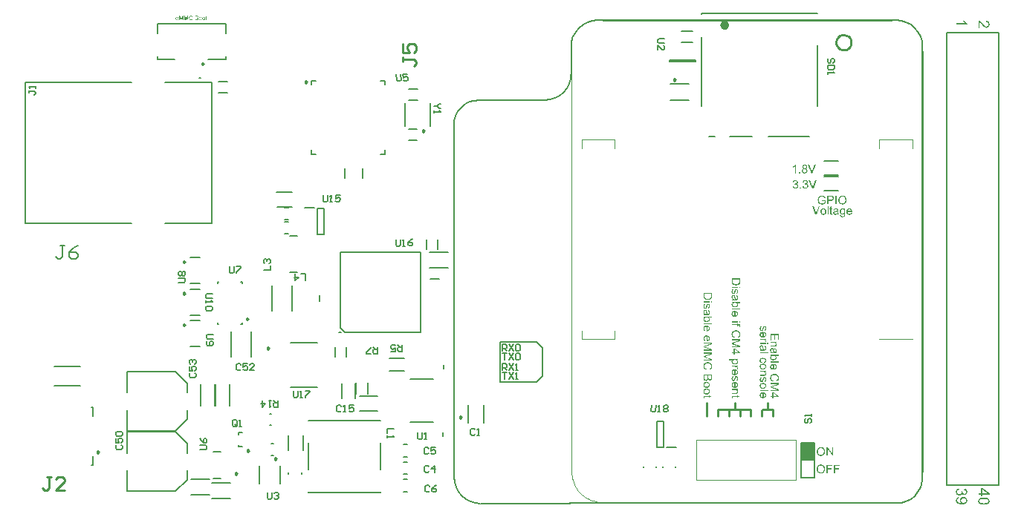
<source format=gto>
G04*
G04 #@! TF.GenerationSoftware,Altium Limited,Altium Designer,21.6.4 (81)*
G04*
G04 Layer_Color=65535*
%FSLAX44Y44*%
%MOMM*%
G71*
G04*
G04 #@! TF.SameCoordinates,3EDC82D6-234A-4603-B505-91B76C251D76*
G04*
G04*
G04 #@! TF.FilePolarity,Positive*
G04*
G01*
G75*
%ADD10C,0.2500*%
%ADD11C,0.2540*%
%ADD12C,0.1200*%
%ADD13C,0.5000*%
%ADD14C,0.2000*%
%ADD15C,0.1000*%
%ADD16C,0.1524*%
%ADD17C,0.1270*%
%ADD18C,0.1999*%
%ADD19C,0.1500*%
%ADD20C,0.2032*%
%ADD21R,1.5000X2.0000*%
G36*
X815308Y341570D02*
X815294Y341316D01*
X815280Y341034D01*
X815251Y340752D01*
X815209Y340471D01*
X815167Y340231D01*
Y340217D01*
X815153Y340189D01*
Y340146D01*
X815125Y340090D01*
X815082Y339935D01*
X815012Y339737D01*
X814913Y339512D01*
X814786Y339272D01*
X814645Y339033D01*
X814462Y338807D01*
X814448Y338793D01*
X814434Y338779D01*
X814391Y338737D01*
X814349Y338680D01*
X814208Y338539D01*
X814011Y338370D01*
X813771Y338187D01*
X813489Y337989D01*
X813165Y337806D01*
X812799Y337651D01*
X812785D01*
X812756Y337637D01*
X812700Y337609D01*
X812615Y337595D01*
X812517Y337552D01*
X812404Y337524D01*
X812277Y337496D01*
X812122Y337454D01*
X811967Y337411D01*
X811784Y337383D01*
X811389Y337313D01*
X810952Y337271D01*
X810472Y337256D01*
X810459D01*
X810430D01*
X810360D01*
X810289D01*
X810191Y337271D01*
X810078D01*
X809810Y337285D01*
X809500Y337327D01*
X809176Y337369D01*
X808837Y337440D01*
X808499Y337524D01*
X808485D01*
X808457Y337538D01*
X808414Y337552D01*
X808358Y337566D01*
X808203Y337623D01*
X808006Y337707D01*
X807780Y337792D01*
X807554Y337905D01*
X807315Y338046D01*
X807089Y338187D01*
X807061Y338201D01*
X806991Y338257D01*
X806892Y338342D01*
X806765Y338455D01*
X806624Y338582D01*
X806483Y338737D01*
X806328Y338892D01*
X806201Y339075D01*
X806187Y339103D01*
X806145Y339160D01*
X806088Y339258D01*
X806018Y339399D01*
X805933Y339568D01*
X805863Y339766D01*
X805778Y339991D01*
X805708Y340245D01*
Y340273D01*
X805694Y340315D01*
X805680Y340358D01*
X805666Y340499D01*
X805637Y340696D01*
X805609Y340922D01*
X805581Y341189D01*
X805567Y341485D01*
X805553Y341810D01*
Y345320D01*
X815308D01*
Y341570D01*
D02*
G37*
G36*
Y334437D02*
X813940D01*
Y335635D01*
X815308D01*
Y334437D01*
D02*
G37*
G36*
X812629D02*
X805553D01*
Y335635D01*
X812629D01*
Y334437D01*
D02*
G37*
G36*
X807850Y331899D02*
X807836D01*
X807822D01*
X807738Y331871D01*
X807597Y331843D01*
X807442Y331787D01*
X807272Y331716D01*
X807089Y331632D01*
X806906Y331505D01*
X806751Y331350D01*
X806737Y331321D01*
X806695Y331265D01*
X806638Y331152D01*
X806568Y331011D01*
X806497Y330828D01*
X806441Y330617D01*
X806398Y330363D01*
X806384Y330067D01*
Y329926D01*
X806398Y329785D01*
X806427Y329602D01*
X806469Y329404D01*
X806525Y329193D01*
X806596Y329010D01*
X806709Y328840D01*
X806723Y328826D01*
X806765Y328770D01*
X806835Y328714D01*
X806934Y328629D01*
X807047Y328559D01*
X807188Y328488D01*
X807329Y328446D01*
X807498Y328432D01*
X807512D01*
X807569D01*
X807639Y328446D01*
X807738Y328474D01*
X807836Y328516D01*
X807935Y328587D01*
X808048Y328671D01*
X808132Y328798D01*
X808147Y328812D01*
X808161Y328855D01*
X808203Y328925D01*
X808245Y329038D01*
X808302Y329207D01*
X808344Y329306D01*
X808372Y329418D01*
X808414Y329545D01*
X808457Y329686D01*
X808499Y329841D01*
X808541Y330025D01*
Y330039D01*
X808555Y330081D01*
X808569Y330151D01*
X808598Y330236D01*
X808626Y330349D01*
X808668Y330476D01*
X808739Y330744D01*
X808837Y331054D01*
X808922Y331350D01*
X809021Y331632D01*
X809077Y331758D01*
X809119Y331857D01*
X809133Y331885D01*
X809162Y331942D01*
X809218Y332026D01*
X809288Y332139D01*
X809387Y332266D01*
X809500Y332393D01*
X809627Y332520D01*
X809782Y332633D01*
X809796Y332647D01*
X809852Y332675D01*
X809951Y332717D01*
X810064Y332759D01*
X810205Y332802D01*
X810374Y332844D01*
X810543Y332872D01*
X810740Y332886D01*
X810769D01*
X810825D01*
X810910Y332872D01*
X811036Y332858D01*
X811163Y332830D01*
X811318Y332802D01*
X811459Y332745D01*
X811614Y332675D01*
X811628Y332661D01*
X811685Y332633D01*
X811755Y332590D01*
X811854Y332520D01*
X811953Y332435D01*
X812080Y332337D01*
X812192Y332224D01*
X812291Y332083D01*
X812305Y332069D01*
X812319Y332026D01*
X812362Y331970D01*
X812404Y331885D01*
X812460Y331773D01*
X812517Y331646D01*
X812573Y331491D01*
X812629Y331321D01*
X812644Y331293D01*
X812658Y331237D01*
X812686Y331138D01*
X812714Y331011D01*
X812742Y330856D01*
X812756Y330687D01*
X812785Y330490D01*
Y330151D01*
X812770Y329996D01*
X812756Y329785D01*
X812728Y329559D01*
X812672Y329320D01*
X812615Y329066D01*
X812531Y328826D01*
Y328812D01*
X812517Y328798D01*
X812488Y328728D01*
X812432Y328615D01*
X812362Y328474D01*
X812263Y328319D01*
X812150Y328164D01*
X812023Y328023D01*
X811882Y327896D01*
X811868Y327882D01*
X811812Y327854D01*
X811713Y327797D01*
X811600Y327727D01*
X811431Y327656D01*
X811248Y327586D01*
X811036Y327529D01*
X810797Y327473D01*
X810642Y328643D01*
X810670D01*
X810726Y328657D01*
X810825Y328685D01*
X810952Y328728D01*
X811079Y328798D01*
X811220Y328883D01*
X811361Y328981D01*
X811488Y329122D01*
X811502Y329137D01*
X811530Y329193D01*
X811586Y329277D01*
X811643Y329404D01*
X811699Y329545D01*
X811755Y329729D01*
X811784Y329954D01*
X811798Y330194D01*
Y330335D01*
X811784Y330476D01*
X811769Y330659D01*
X811727Y330842D01*
X811685Y331040D01*
X811614Y331223D01*
X811516Y331378D01*
X811502Y331392D01*
X811473Y331434D01*
X811417Y331491D01*
X811332Y331547D01*
X811248Y331618D01*
X811135Y331674D01*
X811008Y331716D01*
X810881Y331730D01*
X810867D01*
X810839D01*
X810797Y331716D01*
X810740D01*
X810599Y331674D01*
X810459Y331589D01*
X810444Y331575D01*
X810430Y331561D01*
X810388Y331533D01*
X810346Y331477D01*
X810303Y331420D01*
X810247Y331336D01*
X810205Y331237D01*
X810148Y331124D01*
Y331110D01*
X810134Y331082D01*
X810120Y331026D01*
X810078Y330927D01*
X810035Y330786D01*
X809993Y330603D01*
X809951Y330490D01*
X809923Y330363D01*
X809881Y330222D01*
X809838Y330067D01*
Y330053D01*
X809824Y330010D01*
X809810Y329940D01*
X809782Y329855D01*
X809754Y329757D01*
X809725Y329630D01*
X809641Y329362D01*
X809556Y329066D01*
X809458Y328770D01*
X809359Y328502D01*
X809317Y328389D01*
X809274Y328291D01*
X809260Y328262D01*
X809232Y328206D01*
X809190Y328121D01*
X809119Y327995D01*
X809035Y327868D01*
X808922Y327741D01*
X808795Y327614D01*
X808654Y327501D01*
X808640Y327487D01*
X808584Y327459D01*
X808499Y327403D01*
X808372Y327346D01*
X808217Y327304D01*
X808048Y327248D01*
X807850Y327219D01*
X807625Y327205D01*
X807597D01*
X807526D01*
X807413Y327219D01*
X807258Y327248D01*
X807089Y327290D01*
X806906Y327360D01*
X806695Y327445D01*
X806497Y327558D01*
X806469Y327572D01*
X806413Y327628D01*
X806314Y327699D01*
X806201Y327811D01*
X806074Y327966D01*
X805933Y328136D01*
X805806Y328333D01*
X805680Y328573D01*
Y328587D01*
X805666Y328601D01*
X805637Y328685D01*
X805595Y328826D01*
X805539Y329010D01*
X805482Y329235D01*
X805440Y329489D01*
X805412Y329757D01*
X805398Y330067D01*
Y330194D01*
X805412Y330293D01*
Y330405D01*
X805426Y330546D01*
X805440Y330687D01*
X805468Y330842D01*
X805539Y331181D01*
X805637Y331533D01*
X805778Y331871D01*
X805863Y332026D01*
X805962Y332167D01*
X805976Y332182D01*
X805990Y332196D01*
X806074Y332280D01*
X806201Y332407D01*
X806398Y332548D01*
X806638Y332703D01*
X806920Y332858D01*
X807272Y332985D01*
X807667Y333084D01*
X807850Y331899D01*
D02*
G37*
G36*
X807597Y326176D02*
X807724Y326162D01*
X807879Y326134D01*
X808034Y326092D01*
X808203Y326035D01*
X808358Y325965D01*
X808372Y325951D01*
X808428Y325922D01*
X808513Y325866D01*
X808612Y325796D01*
X808725Y325711D01*
X808837Y325598D01*
X808950Y325485D01*
X809049Y325344D01*
X809063Y325330D01*
X809091Y325274D01*
X809147Y325203D01*
X809204Y325091D01*
X809260Y324964D01*
X809331Y324809D01*
X809387Y324654D01*
X809444Y324470D01*
Y324456D01*
X809458Y324400D01*
X809486Y324315D01*
X809500Y324203D01*
X809528Y324062D01*
X809556Y323878D01*
X809598Y323667D01*
X809627Y323413D01*
Y323399D01*
X809641Y323343D01*
Y323272D01*
X809655Y323173D01*
X809669Y323061D01*
X809697Y322920D01*
X809711Y322765D01*
X809740Y322595D01*
X809810Y322257D01*
X809881Y321891D01*
X809965Y321566D01*
X810007Y321411D01*
X810050Y321270D01*
X810064D01*
X810092D01*
X810176Y321256D01*
X810275D01*
X810332D01*
X810360D01*
X810374D01*
X810388D01*
X810472D01*
X810613Y321270D01*
X810769Y321299D01*
X810938Y321341D01*
X811107Y321411D01*
X811262Y321496D01*
X811389Y321609D01*
X811403Y321623D01*
X811459Y321693D01*
X811516Y321806D01*
X811600Y321947D01*
X811671Y322144D01*
X811741Y322370D01*
X811784Y322652D01*
X811798Y322976D01*
Y323117D01*
X811784Y323258D01*
X811755Y323455D01*
X811727Y323653D01*
X811671Y323864D01*
X811600Y324062D01*
X811502Y324231D01*
X811488Y324245D01*
X811445Y324301D01*
X811375Y324372D01*
X811262Y324456D01*
X811121Y324541D01*
X810938Y324640D01*
X810712Y324724D01*
X810459Y324809D01*
X810613Y325979D01*
X810628D01*
X810642Y325965D01*
X810684D01*
X810740Y325951D01*
X810867Y325908D01*
X811050Y325852D01*
X811234Y325781D01*
X811431Y325697D01*
X811628Y325584D01*
X811812Y325457D01*
X811826Y325443D01*
X811882Y325387D01*
X811967Y325302D01*
X812080Y325189D01*
X812192Y325034D01*
X812305Y324851D01*
X812432Y324640D01*
X812531Y324400D01*
Y324386D01*
X812545Y324372D01*
X812559Y324329D01*
X812573Y324273D01*
X812615Y324132D01*
X812658Y323935D01*
X812700Y323709D01*
X812742Y323427D01*
X812770Y323131D01*
X812785Y322793D01*
Y322638D01*
X812770Y322483D01*
X812756Y322271D01*
X812728Y322032D01*
X812686Y321792D01*
X812629Y321552D01*
X812559Y321327D01*
X812545Y321299D01*
X812517Y321228D01*
X812474Y321129D01*
X812418Y321003D01*
X812333Y320862D01*
X812249Y320721D01*
X812136Y320594D01*
X812023Y320481D01*
X812009Y320467D01*
X811967Y320439D01*
X811896Y320396D01*
X811812Y320340D01*
X811685Y320270D01*
X811558Y320213D01*
X811403Y320157D01*
X811220Y320114D01*
X811206D01*
X811163Y320100D01*
X811079Y320086D01*
X810966Y320072D01*
X810811D01*
X810628Y320058D01*
X810388Y320044D01*
X810120D01*
X808513D01*
X808499D01*
X808443D01*
X808358D01*
X808245D01*
X808118D01*
X807963D01*
X807625Y320030D01*
X807272D01*
X806920Y320016D01*
X806765Y320002D01*
X806624D01*
X806497Y319988D01*
X806398Y319974D01*
X806384D01*
X806328Y319959D01*
X806243Y319945D01*
X806131Y319903D01*
X806004Y319875D01*
X805863Y319818D01*
X805708Y319748D01*
X805553Y319677D01*
Y320932D01*
X805567Y320946D01*
X805623Y320960D01*
X805694Y320988D01*
X805806Y321031D01*
X805933Y321073D01*
X806088Y321101D01*
X806257Y321129D01*
X806441Y321158D01*
Y321172D01*
X806413Y321186D01*
X806342Y321270D01*
X806243Y321397D01*
X806117Y321566D01*
X805990Y321778D01*
X805849Y321989D01*
X805722Y322215D01*
X805623Y322454D01*
X805609Y322483D01*
X805595Y322567D01*
X805553Y322694D01*
X805510Y322849D01*
X805468Y323047D01*
X805440Y323272D01*
X805412Y323526D01*
X805398Y323780D01*
Y323892D01*
X805412Y323977D01*
Y324076D01*
X805426Y324188D01*
X805468Y324442D01*
X805539Y324724D01*
X805637Y325034D01*
X805778Y325316D01*
X805962Y325570D01*
X805990Y325598D01*
X806060Y325669D01*
X806187Y325767D01*
X806356Y325880D01*
X806568Y325993D01*
X806807Y326092D01*
X807103Y326162D01*
X807244Y326176D01*
X807413Y326190D01*
X807442D01*
X807498D01*
X807597Y326176D01*
D02*
G37*
G36*
X815308Y317027D02*
X811826D01*
X811840Y317013D01*
X811868Y316999D01*
X811910Y316957D01*
X811981Y316886D01*
X812051Y316816D01*
X812136Y316731D01*
X812221Y316618D01*
X812305Y316506D01*
X812488Y316224D01*
X812629Y315899D01*
X812700Y315716D01*
X812742Y315519D01*
X812770Y315307D01*
X812785Y315096D01*
Y314983D01*
X812770Y314856D01*
X812756Y314701D01*
X812714Y314518D01*
X812672Y314307D01*
X812601Y314081D01*
X812517Y313869D01*
X812503Y313841D01*
X812474Y313771D01*
X812404Y313658D01*
X812319Y313531D01*
X812221Y313376D01*
X812094Y313221D01*
X811939Y313052D01*
X811769Y312911D01*
X811755Y312897D01*
X811685Y312854D01*
X811586Y312784D01*
X811459Y312699D01*
X811290Y312601D01*
X811093Y312502D01*
X810867Y312403D01*
X810628Y312319D01*
X810613D01*
X810599Y312305D01*
X810557Y312291D01*
X810515Y312276D01*
X810374Y312248D01*
X810191Y312206D01*
X809979Y312164D01*
X809740Y312121D01*
X809472Y312107D01*
X809190Y312093D01*
X809176D01*
X809105D01*
X809021D01*
X808894Y312107D01*
X808739Y312121D01*
X808569Y312136D01*
X808372Y312164D01*
X808161Y312206D01*
X807710Y312319D01*
X807470Y312389D01*
X807244Y312474D01*
X807005Y312572D01*
X806793Y312699D01*
X806582Y312840D01*
X806384Y312995D01*
X806370Y313009D01*
X806342Y313038D01*
X806300Y313080D01*
X806229Y313151D01*
X806159Y313249D01*
X806074Y313348D01*
X805990Y313461D01*
X805891Y313602D01*
X805806Y313757D01*
X805708Y313912D01*
X805553Y314292D01*
X805482Y314490D01*
X805440Y314701D01*
X805412Y314927D01*
X805398Y315152D01*
Y315209D01*
X805412Y315279D01*
Y315364D01*
X805426Y315462D01*
X805454Y315589D01*
X805525Y315871D01*
X805581Y316026D01*
X805651Y316181D01*
X805736Y316350D01*
X805835Y316506D01*
X805962Y316675D01*
X806103Y316830D01*
X806257Y316971D01*
X806441Y317112D01*
X805553D01*
Y318225D01*
X815308D01*
Y317027D01*
D02*
G37*
G36*
Y309443D02*
X805553D01*
Y310641D01*
X815308D01*
Y309443D01*
D02*
G37*
G36*
X809317Y307977D02*
X809472Y307963D01*
X809641Y307949D01*
X809838Y307920D01*
X810035Y307878D01*
X810487Y307766D01*
X810712Y307695D01*
X810952Y307610D01*
X811177Y307498D01*
X811389Y307371D01*
X811600Y307230D01*
X811798Y307075D01*
X811812Y307061D01*
X811840Y307032D01*
X811882Y306976D01*
X811953Y306905D01*
X812023Y306821D01*
X812108Y306708D01*
X812206Y306581D01*
X812291Y306426D01*
X812390Y306271D01*
X812474Y306088D01*
X812559Y305891D01*
X812629Y305679D01*
X812700Y305453D01*
X812742Y305214D01*
X812770Y304960D01*
X812785Y304692D01*
Y304551D01*
X812770Y304453D01*
X812756Y304340D01*
X812728Y304199D01*
X812700Y304044D01*
X812658Y303861D01*
X812615Y303691D01*
X812545Y303494D01*
X812474Y303311D01*
X812376Y303113D01*
X812263Y302916D01*
X812136Y302719D01*
X811981Y302535D01*
X811812Y302366D01*
X811798Y302352D01*
X811769Y302324D01*
X811713Y302282D01*
X811628Y302225D01*
X811530Y302155D01*
X811417Y302084D01*
X811276Y302000D01*
X811107Y301915D01*
X810924Y301831D01*
X810726Y301746D01*
X810501Y301675D01*
X810261Y301605D01*
X809993Y301549D01*
X809711Y301506D01*
X809415Y301478D01*
X809091Y301464D01*
X809077D01*
X809021D01*
X808922D01*
X808781Y301478D01*
Y306765D01*
X808767D01*
X808725D01*
X808668Y306751D01*
X808584D01*
X808485Y306736D01*
X808372Y306708D01*
X808118Y306666D01*
X807836Y306581D01*
X807526Y306469D01*
X807244Y306313D01*
X806991Y306116D01*
Y306102D01*
X806962Y306088D01*
X806892Y306003D01*
X806793Y305877D01*
X806695Y305707D01*
X806582Y305482D01*
X806483Y305228D01*
X806413Y304946D01*
X806398Y304791D01*
X806384Y304622D01*
Y304509D01*
X806398Y304382D01*
X806427Y304227D01*
X806469Y304058D01*
X806525Y303861D01*
X806610Y303677D01*
X806723Y303494D01*
X806737Y303480D01*
X806793Y303410D01*
X806878Y303325D01*
X806991Y303226D01*
X807146Y303113D01*
X807343Y302987D01*
X807569Y302860D01*
X807836Y302747D01*
X807681Y301506D01*
X807667D01*
X807639Y301521D01*
X807583Y301535D01*
X807498Y301563D01*
X807413Y301605D01*
X807301Y301647D01*
X807061Y301760D01*
X806793Y301901D01*
X806511Y302099D01*
X806243Y302324D01*
X805990Y302606D01*
Y302620D01*
X805962Y302648D01*
X805933Y302691D01*
X805891Y302747D01*
X805849Y302831D01*
X805806Y302916D01*
X805750Y303029D01*
X805694Y303156D01*
X805637Y303297D01*
X805581Y303438D01*
X805496Y303790D01*
X805426Y304185D01*
X805398Y304622D01*
Y304777D01*
X805412Y304876D01*
X805426Y305002D01*
X805454Y305158D01*
X805482Y305327D01*
X805510Y305510D01*
X805623Y305905D01*
X805708Y306116D01*
X805792Y306313D01*
X805905Y306525D01*
X806032Y306722D01*
X806173Y306905D01*
X806342Y307089D01*
X806356Y307103D01*
X806384Y307131D01*
X806441Y307173D01*
X806525Y307230D01*
X806624Y307300D01*
X806737Y307371D01*
X806878Y307455D01*
X807033Y307540D01*
X807216Y307624D01*
X807413Y307709D01*
X807639Y307780D01*
X807879Y307850D01*
X808132Y307906D01*
X808414Y307949D01*
X808710Y307977D01*
X809021Y307991D01*
X809035D01*
X809105D01*
X809190D01*
X809317Y307977D01*
D02*
G37*
G36*
X815308Y295008D02*
X813940D01*
Y296206D01*
X815308D01*
Y295008D01*
D02*
G37*
G36*
X812629D02*
X805553D01*
Y296206D01*
X812629D01*
Y295008D01*
D02*
G37*
G36*
Y292893D02*
X813376D01*
X813391D01*
X813405D01*
X813489D01*
X813616Y292879D01*
X813771D01*
X813940Y292865D01*
X814124Y292837D01*
X814293Y292808D01*
X814434Y292766D01*
X814448Y292752D01*
X814518Y292738D01*
X814603Y292696D01*
X814702Y292625D01*
X814814Y292541D01*
X814941Y292442D01*
X815068Y292315D01*
X815181Y292160D01*
X815195Y292146D01*
X815223Y292076D01*
X815280Y291977D01*
X815336Y291836D01*
X815378Y291667D01*
X815435Y291455D01*
X815463Y291216D01*
X815477Y290934D01*
Y290736D01*
X815463Y290609D01*
X815449Y290440D01*
X815421Y290243D01*
X815392Y290046D01*
X815350Y289820D01*
X814307Y290003D01*
Y290017D01*
X814321Y290060D01*
X814335Y290130D01*
X814349Y290229D01*
Y290342D01*
X814363Y290454D01*
X814377Y290708D01*
Y290793D01*
X814363Y290891D01*
X814349Y291004D01*
X814321Y291131D01*
X814279Y291258D01*
X814222Y291371D01*
X814138Y291469D01*
X814124Y291483D01*
X814096Y291497D01*
X814039Y291540D01*
X813940Y291582D01*
X813828Y291624D01*
X813687Y291653D01*
X813503Y291681D01*
X813278Y291695D01*
X812629D01*
Y290327D01*
X811699D01*
Y291695D01*
X805553D01*
Y292893D01*
X811699D01*
Y293950D01*
X812629D01*
Y292893D01*
D02*
G37*
G36*
X810754Y285802D02*
X810895D01*
X811036Y285788D01*
X811220Y285774D01*
X811403Y285746D01*
X811812Y285676D01*
X812263Y285577D01*
X812714Y285436D01*
X813151Y285238D01*
X813165Y285224D01*
X813207Y285210D01*
X813264Y285182D01*
X813334Y285126D01*
X813433Y285069D01*
X813546Y284999D01*
X813799Y284816D01*
X814081Y284576D01*
X814363Y284294D01*
X814645Y283970D01*
X814885Y283589D01*
X814899Y283575D01*
X814913Y283533D01*
X814941Y283476D01*
X814984Y283406D01*
X815026Y283293D01*
X815068Y283180D01*
X815125Y283039D01*
X815181Y282884D01*
X815237Y282715D01*
X815294Y282532D01*
X815378Y282137D01*
X815449Y281686D01*
X815477Y281221D01*
Y281080D01*
X815463Y280981D01*
X815449Y280854D01*
X815435Y280699D01*
X815421Y280544D01*
X815378Y280361D01*
X815294Y279980D01*
X815167Y279557D01*
X815082Y279346D01*
X814984Y279149D01*
X814857Y278951D01*
X814730Y278754D01*
X814716Y278740D01*
X814702Y278711D01*
X814659Y278655D01*
X814589Y278585D01*
X814518Y278514D01*
X814420Y278416D01*
X814307Y278317D01*
X814194Y278204D01*
X814053Y278091D01*
X813884Y277978D01*
X813715Y277852D01*
X813532Y277739D01*
X813320Y277640D01*
X813109Y277527D01*
X812883Y277443D01*
X812629Y277358D01*
X812333Y278627D01*
X812347D01*
X812376Y278641D01*
X812432Y278669D01*
X812503Y278697D01*
X812587Y278726D01*
X812700Y278768D01*
X812925Y278881D01*
X813179Y279022D01*
X813433Y279191D01*
X813673Y279402D01*
X813884Y279628D01*
X813912Y279656D01*
X813969Y279741D01*
X814039Y279882D01*
X814138Y280065D01*
X814222Y280305D01*
X814307Y280572D01*
X814363Y280897D01*
X814377Y281249D01*
Y281362D01*
X814363Y281432D01*
Y281531D01*
X814349Y281644D01*
X814307Y281912D01*
X814250Y282208D01*
X814152Y282518D01*
X814011Y282842D01*
X813828Y283138D01*
Y283152D01*
X813799Y283166D01*
X813729Y283265D01*
X813616Y283392D01*
X813447Y283547D01*
X813236Y283730D01*
X812996Y283899D01*
X812700Y284054D01*
X812376Y284195D01*
X812362D01*
X812333Y284209D01*
X812291Y284223D01*
X812221Y284238D01*
X812136Y284266D01*
X812037Y284294D01*
X811798Y284336D01*
X811516Y284393D01*
X811206Y284449D01*
X810867Y284477D01*
X810501Y284491D01*
X810487D01*
X810444D01*
X810374D01*
X810289D01*
X810191Y284477D01*
X810064D01*
X809923Y284463D01*
X809768Y284449D01*
X809429Y284407D01*
X809063Y284336D01*
X808696Y284252D01*
X808330Y284139D01*
X808316D01*
X808288Y284125D01*
X808245Y284097D01*
X808175Y284068D01*
X808006Y283984D01*
X807808Y283857D01*
X807583Y283702D01*
X807343Y283505D01*
X807132Y283279D01*
X806934Y283011D01*
Y282997D01*
X806920Y282969D01*
X806892Y282927D01*
X806864Y282870D01*
X806835Y282800D01*
X806793Y282715D01*
X806709Y282518D01*
X806624Y282264D01*
X806554Y281982D01*
X806497Y281672D01*
X806483Y281348D01*
Y281249D01*
X806497Y281164D01*
Y281066D01*
X806511Y280967D01*
X806568Y280713D01*
X806638Y280417D01*
X806751Y280121D01*
X806906Y279811D01*
X806991Y279656D01*
X807103Y279515D01*
X807117Y279501D01*
X807132Y279487D01*
X807174Y279445D01*
X807216Y279388D01*
X807287Y279332D01*
X807371Y279261D01*
X807456Y279177D01*
X807569Y279106D01*
X807695Y279022D01*
X807836Y278923D01*
X807977Y278838D01*
X808147Y278754D01*
X808330Y278683D01*
X808527Y278613D01*
X808739Y278542D01*
X808964Y278486D01*
X808640Y277189D01*
X808626D01*
X808569Y277203D01*
X808485Y277231D01*
X808372Y277274D01*
X808245Y277316D01*
X808090Y277372D01*
X807921Y277443D01*
X807738Y277527D01*
X807343Y277725D01*
X806948Y277978D01*
X806751Y278134D01*
X806554Y278289D01*
X806384Y278458D01*
X806215Y278655D01*
X806201Y278669D01*
X806173Y278697D01*
X806145Y278768D01*
X806088Y278838D01*
X806018Y278951D01*
X805947Y279064D01*
X805877Y279219D01*
X805806Y279374D01*
X805722Y279557D01*
X805651Y279755D01*
X805581Y279966D01*
X805510Y280192D01*
X805454Y280431D01*
X805426Y280685D01*
X805398Y280953D01*
X805384Y281235D01*
Y281390D01*
X805398Y281503D01*
Y281630D01*
X805412Y281785D01*
X805440Y281954D01*
X805468Y282151D01*
X805539Y282560D01*
X805651Y282983D01*
X805806Y283406D01*
X805905Y283603D01*
X806018Y283801D01*
X806032Y283815D01*
X806046Y283843D01*
X806088Y283899D01*
X806145Y283956D01*
X806201Y284040D01*
X806286Y284139D01*
X806384Y284252D01*
X806497Y284364D01*
X806624Y284477D01*
X806751Y284604D01*
X807075Y284858D01*
X807456Y285098D01*
X807879Y285309D01*
X807893D01*
X807935Y285337D01*
X808006Y285351D01*
X808090Y285394D01*
X808203Y285422D01*
X808344Y285464D01*
X808499Y285520D01*
X808668Y285563D01*
X808851Y285605D01*
X809063Y285661D01*
X809500Y285732D01*
X809993Y285788D01*
X810501Y285816D01*
X810515D01*
X810571D01*
X810656D01*
X810754Y285802D01*
D02*
G37*
G36*
X815308Y273707D02*
X808386Y271395D01*
X808372D01*
X808344Y271381D01*
X808302Y271367D01*
X808231Y271339D01*
X808062Y271282D01*
X807850Y271212D01*
X807611Y271141D01*
X807371Y271057D01*
X807146Y270986D01*
X806948Y270930D01*
X806976Y270916D01*
X807047Y270902D01*
X807174Y270860D01*
X807343Y270803D01*
X807569Y270733D01*
X807836Y270634D01*
X808147Y270535D01*
X808513Y270408D01*
X815308Y268068D01*
Y266334D01*
X805553D01*
Y267575D01*
X813715D01*
X805553Y270422D01*
Y271579D01*
X813856Y274398D01*
X805553D01*
Y275638D01*
X815308D01*
Y273707D01*
D02*
G37*
G36*
Y260667D02*
Y259695D01*
X808992D01*
Y258370D01*
X807893D01*
Y259695D01*
X805553D01*
Y260893D01*
X807893D01*
Y265136D01*
X808992D01*
X815308Y260667D01*
D02*
G37*
G36*
X812629Y251927D02*
X811699D01*
X811727Y251913D01*
X811784Y251857D01*
X811882Y251786D01*
X811995Y251674D01*
X812136Y251547D01*
X812263Y251406D01*
X812390Y251236D01*
X812503Y251067D01*
X812517Y251039D01*
X812545Y250983D01*
X812587Y250870D01*
X812644Y250729D01*
X812700Y250560D01*
X812742Y250362D01*
X812770Y250137D01*
X812785Y249883D01*
Y249728D01*
X812770Y249658D01*
X812756Y249559D01*
X812728Y249347D01*
X812672Y249094D01*
X812587Y248826D01*
X812460Y248558D01*
X812305Y248290D01*
Y248276D01*
X812277Y248262D01*
X812221Y248177D01*
X812108Y248051D01*
X811967Y247896D01*
X811784Y247726D01*
X811558Y247557D01*
X811290Y247388D01*
X810994Y247247D01*
X810980D01*
X810952Y247233D01*
X810910Y247219D01*
X810853Y247191D01*
X810769Y247162D01*
X810670Y247134D01*
X810444Y247064D01*
X810162Y246993D01*
X809852Y246937D01*
X809500Y246895D01*
X809133Y246880D01*
X809119D01*
X809091D01*
X809035D01*
X808950D01*
X808851Y246895D01*
X808739D01*
X808485Y246923D01*
X808175Y246979D01*
X807850Y247050D01*
X807512Y247148D01*
X807174Y247275D01*
X807160D01*
X807132Y247289D01*
X807089Y247318D01*
X807033Y247346D01*
X806878Y247444D01*
X806681Y247571D01*
X806469Y247726D01*
X806257Y247924D01*
X806046Y248149D01*
X805849Y248417D01*
Y248431D01*
X805835Y248445D01*
X805806Y248488D01*
X805778Y248544D01*
X805708Y248685D01*
X805623Y248882D01*
X805539Y249122D01*
X805468Y249376D01*
X805412Y249672D01*
X805398Y249968D01*
Y250066D01*
X805412Y250179D01*
X805426Y250320D01*
X805454Y250489D01*
X805496Y250673D01*
X805553Y250856D01*
X805637Y251039D01*
X805651Y251053D01*
X805680Y251124D01*
X805736Y251208D01*
X805820Y251321D01*
X805905Y251434D01*
X806018Y251575D01*
X806145Y251702D01*
X806286Y251814D01*
X802846D01*
Y253013D01*
X812629D01*
Y251927D01*
D02*
G37*
G36*
Y244357D02*
X811558D01*
X811572Y244343D01*
X811671Y244287D01*
X811798Y244216D01*
X811953Y244103D01*
X812108Y243991D01*
X812277Y243864D01*
X812418Y243737D01*
X812531Y243610D01*
X812545Y243596D01*
X812573Y243554D01*
X812615Y243469D01*
X812658Y243384D01*
X812700Y243272D01*
X812742Y243131D01*
X812770Y242990D01*
X812785Y242835D01*
Y242736D01*
X812770Y242609D01*
X812742Y242454D01*
X812686Y242271D01*
X812615Y242073D01*
X812517Y241848D01*
X812390Y241608D01*
X811290Y242045D01*
X811304Y242059D01*
X811332Y242116D01*
X811375Y242200D01*
X811417Y242313D01*
X811459Y242440D01*
X811502Y242595D01*
X811530Y242750D01*
X811544Y242905D01*
Y242976D01*
X811530Y243046D01*
X811516Y243145D01*
X811488Y243244D01*
X811445Y243370D01*
X811389Y243497D01*
X811304Y243610D01*
X811290Y243624D01*
X811262Y243666D01*
X811206Y243709D01*
X811135Y243779D01*
X811036Y243850D01*
X810924Y243920D01*
X810797Y243991D01*
X810642Y244047D01*
X810613Y244061D01*
X810529Y244075D01*
X810402Y244103D01*
X810233Y244146D01*
X810021Y244188D01*
X809782Y244216D01*
X809528Y244230D01*
X809246Y244244D01*
X805553D01*
Y245443D01*
X812629D01*
Y244357D01*
D02*
G37*
G36*
X809317Y241284D02*
X809472Y241270D01*
X809641Y241256D01*
X809838Y241228D01*
X810035Y241185D01*
X810487Y241073D01*
X810712Y241002D01*
X810952Y240917D01*
X811177Y240805D01*
X811389Y240678D01*
X811600Y240537D01*
X811798Y240382D01*
X811812Y240368D01*
X811840Y240340D01*
X811882Y240283D01*
X811953Y240213D01*
X812023Y240128D01*
X812108Y240015D01*
X812206Y239888D01*
X812291Y239733D01*
X812390Y239578D01*
X812474Y239395D01*
X812559Y239198D01*
X812629Y238986D01*
X812700Y238761D01*
X812742Y238521D01*
X812770Y238267D01*
X812785Y237999D01*
Y237858D01*
X812770Y237760D01*
X812756Y237647D01*
X812728Y237506D01*
X812700Y237351D01*
X812658Y237168D01*
X812615Y236999D01*
X812545Y236801D01*
X812474Y236618D01*
X812376Y236420D01*
X812263Y236223D01*
X812136Y236026D01*
X811981Y235843D01*
X811812Y235673D01*
X811798Y235659D01*
X811769Y235631D01*
X811713Y235589D01*
X811628Y235532D01*
X811530Y235462D01*
X811417Y235392D01*
X811276Y235307D01*
X811107Y235222D01*
X810924Y235138D01*
X810726Y235053D01*
X810501Y234983D01*
X810261Y234912D01*
X809993Y234856D01*
X809711Y234813D01*
X809415Y234785D01*
X809091Y234771D01*
X809077D01*
X809021D01*
X808922D01*
X808781Y234785D01*
Y240072D01*
X808767D01*
X808725D01*
X808668Y240058D01*
X808584D01*
X808485Y240044D01*
X808372Y240015D01*
X808118Y239973D01*
X807836Y239888D01*
X807526Y239776D01*
X807244Y239621D01*
X806991Y239423D01*
Y239409D01*
X806962Y239395D01*
X806892Y239310D01*
X806793Y239184D01*
X806695Y239014D01*
X806582Y238789D01*
X806483Y238535D01*
X806413Y238253D01*
X806398Y238098D01*
X806384Y237929D01*
Y237816D01*
X806398Y237689D01*
X806427Y237534D01*
X806469Y237365D01*
X806525Y237168D01*
X806610Y236984D01*
X806723Y236801D01*
X806737Y236787D01*
X806793Y236717D01*
X806878Y236632D01*
X806991Y236533D01*
X807146Y236420D01*
X807343Y236294D01*
X807569Y236167D01*
X807836Y236054D01*
X807681Y234813D01*
X807667D01*
X807639Y234828D01*
X807583Y234842D01*
X807498Y234870D01*
X807413Y234912D01*
X807301Y234954D01*
X807061Y235067D01*
X806793Y235208D01*
X806511Y235406D01*
X806243Y235631D01*
X805990Y235913D01*
Y235927D01*
X805962Y235955D01*
X805933Y235998D01*
X805891Y236054D01*
X805849Y236139D01*
X805806Y236223D01*
X805750Y236336D01*
X805694Y236463D01*
X805637Y236604D01*
X805581Y236745D01*
X805496Y237097D01*
X805426Y237492D01*
X805398Y237929D01*
Y238084D01*
X805412Y238183D01*
X805426Y238309D01*
X805454Y238465D01*
X805482Y238634D01*
X805510Y238817D01*
X805623Y239212D01*
X805708Y239423D01*
X805792Y239621D01*
X805905Y239832D01*
X806032Y240029D01*
X806173Y240213D01*
X806342Y240396D01*
X806356Y240410D01*
X806384Y240438D01*
X806441Y240480D01*
X806525Y240537D01*
X806624Y240607D01*
X806737Y240678D01*
X806878Y240762D01*
X807033Y240847D01*
X807216Y240932D01*
X807413Y241016D01*
X807639Y241087D01*
X807879Y241157D01*
X808132Y241213D01*
X808414Y241256D01*
X808710Y241284D01*
X809021Y241298D01*
X809035D01*
X809105D01*
X809190D01*
X809317Y241284D01*
D02*
G37*
G36*
X807850Y232600D02*
X807836D01*
X807822D01*
X807738Y232572D01*
X807597Y232544D01*
X807442Y232488D01*
X807272Y232417D01*
X807089Y232332D01*
X806906Y232206D01*
X806751Y232050D01*
X806737Y232022D01*
X806695Y231966D01*
X806638Y231853D01*
X806568Y231712D01*
X806497Y231529D01*
X806441Y231317D01*
X806398Y231064D01*
X806384Y230768D01*
Y230627D01*
X806398Y230486D01*
X806427Y230302D01*
X806469Y230105D01*
X806525Y229894D01*
X806596Y229710D01*
X806709Y229541D01*
X806723Y229527D01*
X806765Y229471D01*
X806835Y229414D01*
X806934Y229330D01*
X807047Y229259D01*
X807188Y229189D01*
X807329Y229146D01*
X807498Y229132D01*
X807512D01*
X807569D01*
X807639Y229146D01*
X807738Y229175D01*
X807836Y229217D01*
X807935Y229287D01*
X808048Y229372D01*
X808132Y229499D01*
X808147Y229513D01*
X808161Y229555D01*
X808203Y229626D01*
X808245Y229739D01*
X808302Y229908D01*
X808344Y230006D01*
X808372Y230119D01*
X808414Y230246D01*
X808457Y230387D01*
X808499Y230542D01*
X808541Y230725D01*
Y230739D01*
X808555Y230782D01*
X808569Y230852D01*
X808598Y230937D01*
X808626Y231050D01*
X808668Y231176D01*
X808739Y231444D01*
X808837Y231754D01*
X808922Y232050D01*
X809021Y232332D01*
X809077Y232459D01*
X809119Y232558D01*
X809133Y232586D01*
X809162Y232642D01*
X809218Y232727D01*
X809288Y232840D01*
X809387Y232967D01*
X809500Y233094D01*
X809627Y233221D01*
X809782Y233333D01*
X809796Y233347D01*
X809852Y233376D01*
X809951Y233418D01*
X810064Y233460D01*
X810205Y233503D01*
X810374Y233545D01*
X810543Y233573D01*
X810740Y233587D01*
X810769D01*
X810825D01*
X810910Y233573D01*
X811036Y233559D01*
X811163Y233531D01*
X811318Y233503D01*
X811459Y233446D01*
X811614Y233376D01*
X811628Y233361D01*
X811685Y233333D01*
X811755Y233291D01*
X811854Y233221D01*
X811953Y233136D01*
X812080Y233037D01*
X812192Y232924D01*
X812291Y232784D01*
X812305Y232769D01*
X812319Y232727D01*
X812362Y232671D01*
X812404Y232586D01*
X812460Y232473D01*
X812517Y232346D01*
X812573Y232191D01*
X812629Y232022D01*
X812644Y231994D01*
X812658Y231938D01*
X812686Y231839D01*
X812714Y231712D01*
X812742Y231557D01*
X812756Y231388D01*
X812785Y231190D01*
Y230852D01*
X812770Y230697D01*
X812756Y230486D01*
X812728Y230260D01*
X812672Y230021D01*
X812615Y229767D01*
X812531Y229527D01*
Y229513D01*
X812517Y229499D01*
X812488Y229428D01*
X812432Y229316D01*
X812362Y229175D01*
X812263Y229020D01*
X812150Y228864D01*
X812023Y228724D01*
X811882Y228597D01*
X811868Y228583D01*
X811812Y228554D01*
X811713Y228498D01*
X811600Y228428D01*
X811431Y228357D01*
X811248Y228287D01*
X811036Y228230D01*
X810797Y228174D01*
X810642Y229344D01*
X810670D01*
X810726Y229358D01*
X810825Y229386D01*
X810952Y229428D01*
X811079Y229499D01*
X811220Y229583D01*
X811361Y229682D01*
X811488Y229823D01*
X811502Y229837D01*
X811530Y229894D01*
X811586Y229978D01*
X811643Y230105D01*
X811699Y230246D01*
X811755Y230429D01*
X811784Y230655D01*
X811798Y230895D01*
Y231035D01*
X811784Y231176D01*
X811769Y231360D01*
X811727Y231543D01*
X811685Y231740D01*
X811614Y231924D01*
X811516Y232079D01*
X811502Y232093D01*
X811473Y232135D01*
X811417Y232191D01*
X811332Y232248D01*
X811248Y232318D01*
X811135Y232375D01*
X811008Y232417D01*
X810881Y232431D01*
X810867D01*
X810839D01*
X810797Y232417D01*
X810740D01*
X810599Y232375D01*
X810459Y232290D01*
X810444Y232276D01*
X810430Y232262D01*
X810388Y232234D01*
X810346Y232177D01*
X810303Y232121D01*
X810247Y232036D01*
X810205Y231938D01*
X810148Y231825D01*
Y231811D01*
X810134Y231783D01*
X810120Y231726D01*
X810078Y231628D01*
X810035Y231487D01*
X809993Y231303D01*
X809951Y231190D01*
X809923Y231064D01*
X809881Y230923D01*
X809838Y230768D01*
Y230753D01*
X809824Y230711D01*
X809810Y230641D01*
X809782Y230556D01*
X809754Y230457D01*
X809725Y230331D01*
X809641Y230063D01*
X809556Y229767D01*
X809458Y229471D01*
X809359Y229203D01*
X809317Y229090D01*
X809274Y228991D01*
X809260Y228963D01*
X809232Y228907D01*
X809190Y228822D01*
X809119Y228695D01*
X809035Y228568D01*
X808922Y228442D01*
X808795Y228315D01*
X808654Y228202D01*
X808640Y228188D01*
X808584Y228160D01*
X808499Y228103D01*
X808372Y228047D01*
X808217Y228005D01*
X808048Y227948D01*
X807850Y227920D01*
X807625Y227906D01*
X807597D01*
X807526D01*
X807413Y227920D01*
X807258Y227948D01*
X807089Y227990D01*
X806906Y228061D01*
X806695Y228146D01*
X806497Y228258D01*
X806469Y228272D01*
X806413Y228329D01*
X806314Y228399D01*
X806201Y228512D01*
X806074Y228667D01*
X805933Y228836D01*
X805806Y229034D01*
X805680Y229273D01*
Y229287D01*
X805666Y229301D01*
X805637Y229386D01*
X805595Y229527D01*
X805539Y229710D01*
X805482Y229936D01*
X805440Y230190D01*
X805412Y230457D01*
X805398Y230768D01*
Y230895D01*
X805412Y230993D01*
Y231106D01*
X805426Y231247D01*
X805440Y231388D01*
X805468Y231543D01*
X805539Y231881D01*
X805637Y232234D01*
X805778Y232572D01*
X805863Y232727D01*
X805962Y232868D01*
X805976Y232882D01*
X805990Y232896D01*
X806074Y232981D01*
X806201Y233108D01*
X806398Y233249D01*
X806638Y233404D01*
X806920Y233559D01*
X807272Y233686D01*
X807667Y233784D01*
X807850Y232600D01*
D02*
G37*
G36*
X809317Y226877D02*
X809472Y226863D01*
X809641Y226849D01*
X809838Y226821D01*
X810035Y226778D01*
X810487Y226665D01*
X810712Y226595D01*
X810952Y226510D01*
X811177Y226398D01*
X811389Y226271D01*
X811600Y226130D01*
X811798Y225975D01*
X811812Y225961D01*
X811840Y225932D01*
X811882Y225876D01*
X811953Y225805D01*
X812023Y225721D01*
X812108Y225608D01*
X812206Y225481D01*
X812291Y225326D01*
X812390Y225171D01*
X812474Y224988D01*
X812559Y224790D01*
X812629Y224579D01*
X812700Y224354D01*
X812742Y224114D01*
X812770Y223860D01*
X812785Y223592D01*
Y223451D01*
X812770Y223353D01*
X812756Y223240D01*
X812728Y223099D01*
X812700Y222944D01*
X812658Y222761D01*
X812615Y222591D01*
X812545Y222394D01*
X812474Y222211D01*
X812376Y222013D01*
X812263Y221816D01*
X812136Y221619D01*
X811981Y221435D01*
X811812Y221266D01*
X811798Y221252D01*
X811769Y221224D01*
X811713Y221182D01*
X811628Y221125D01*
X811530Y221055D01*
X811417Y220984D01*
X811276Y220900D01*
X811107Y220815D01*
X810924Y220731D01*
X810726Y220646D01*
X810501Y220576D01*
X810261Y220505D01*
X809993Y220449D01*
X809711Y220406D01*
X809415Y220378D01*
X809091Y220364D01*
X809077D01*
X809021D01*
X808922D01*
X808781Y220378D01*
Y225665D01*
X808767D01*
X808725D01*
X808668Y225650D01*
X808584D01*
X808485Y225636D01*
X808372Y225608D01*
X808118Y225566D01*
X807836Y225481D01*
X807526Y225368D01*
X807244Y225213D01*
X806991Y225016D01*
Y225002D01*
X806962Y224988D01*
X806892Y224903D01*
X806793Y224776D01*
X806695Y224607D01*
X806582Y224382D01*
X806483Y224128D01*
X806413Y223846D01*
X806398Y223691D01*
X806384Y223522D01*
Y223409D01*
X806398Y223282D01*
X806427Y223127D01*
X806469Y222958D01*
X806525Y222761D01*
X806610Y222577D01*
X806723Y222394D01*
X806737Y222380D01*
X806793Y222309D01*
X806878Y222225D01*
X806991Y222126D01*
X807146Y222013D01*
X807343Y221887D01*
X807569Y221760D01*
X807836Y221647D01*
X807681Y220406D01*
X807667D01*
X807639Y220420D01*
X807583Y220434D01*
X807498Y220463D01*
X807413Y220505D01*
X807301Y220547D01*
X807061Y220660D01*
X806793Y220801D01*
X806511Y220998D01*
X806243Y221224D01*
X805990Y221506D01*
Y221520D01*
X805962Y221548D01*
X805933Y221590D01*
X805891Y221647D01*
X805849Y221731D01*
X805806Y221816D01*
X805750Y221929D01*
X805694Y222056D01*
X805637Y222197D01*
X805581Y222338D01*
X805496Y222690D01*
X805426Y223085D01*
X805398Y223522D01*
Y223677D01*
X805412Y223776D01*
X805426Y223902D01*
X805454Y224058D01*
X805482Y224227D01*
X805510Y224410D01*
X805623Y224805D01*
X805708Y225016D01*
X805792Y225213D01*
X805905Y225425D01*
X806032Y225622D01*
X806173Y225805D01*
X806342Y225989D01*
X806356Y226003D01*
X806384Y226031D01*
X806441Y226073D01*
X806525Y226130D01*
X806624Y226200D01*
X806737Y226271D01*
X806878Y226355D01*
X807033Y226440D01*
X807216Y226524D01*
X807413Y226609D01*
X807639Y226679D01*
X807879Y226750D01*
X808132Y226806D01*
X808414Y226849D01*
X808710Y226877D01*
X809021Y226891D01*
X809035D01*
X809105D01*
X809190D01*
X809317Y226877D01*
D02*
G37*
G36*
X812629Y217827D02*
X811614D01*
X811628Y217812D01*
X811671Y217784D01*
X811727Y217742D01*
X811798Y217686D01*
X811882Y217601D01*
X811981Y217502D01*
X812094Y217390D01*
X812206Y217249D01*
X812305Y217108D01*
X812418Y216938D01*
X812517Y216755D01*
X812601Y216558D01*
X812672Y216332D01*
X812728Y216107D01*
X812770Y215853D01*
X812785Y215585D01*
Y215472D01*
X812770Y215360D01*
X812756Y215205D01*
X812728Y215021D01*
X812686Y214824D01*
X812629Y214613D01*
X812545Y214415D01*
X812531Y214387D01*
X812503Y214331D01*
X812460Y214232D01*
X812390Y214119D01*
X812305Y213978D01*
X812192Y213851D01*
X812080Y213724D01*
X811939Y213612D01*
X811925Y213598D01*
X811868Y213569D01*
X811798Y213527D01*
X811699Y213456D01*
X811558Y213400D01*
X811417Y213344D01*
X811248Y213273D01*
X811065Y213231D01*
X811050D01*
X810994Y213217D01*
X810910Y213203D01*
X810797Y213189D01*
X810628D01*
X810430Y213175D01*
X810191Y213160D01*
X809895D01*
X805553D01*
Y214359D01*
X809838D01*
X809852D01*
X809866D01*
X809965D01*
X810092D01*
X810247Y214373D01*
X810430Y214387D01*
X810613Y214415D01*
X810783Y214457D01*
X810938Y214500D01*
X810952D01*
X810994Y214528D01*
X811065Y214570D01*
X811149Y214613D01*
X811234Y214683D01*
X811332Y214767D01*
X811431Y214880D01*
X811516Y215007D01*
X811530Y215021D01*
X811558Y215064D01*
X811586Y215148D01*
X811628Y215247D01*
X811671Y215360D01*
X811713Y215501D01*
X811727Y215670D01*
X811741Y215839D01*
Y215909D01*
X811727Y215966D01*
X811713Y216107D01*
X811685Y216290D01*
X811614Y216487D01*
X811530Y216713D01*
X811417Y216938D01*
X811248Y217150D01*
X811220Y217178D01*
X811149Y217234D01*
X811093Y217277D01*
X811022Y217319D01*
X810938Y217376D01*
X810839Y217418D01*
X810726Y217474D01*
X810585Y217531D01*
X810430Y217573D01*
X810261Y217615D01*
X810078Y217643D01*
X809881Y217672D01*
X809641Y217700D01*
X809401D01*
X805553D01*
Y218898D01*
X812629D01*
Y217827D01*
D02*
G37*
G36*
Y211116D02*
X814377D01*
X815096Y209918D01*
X812629D01*
Y208706D01*
X811699D01*
Y209918D01*
X807540D01*
X807512D01*
X807456D01*
X807371D01*
X807272Y209904D01*
X807047Y209890D01*
X806948Y209876D01*
X806878Y209862D01*
X806850Y209848D01*
X806793Y209805D01*
X806723Y209749D01*
X806652Y209650D01*
X806638Y209622D01*
X806610Y209552D01*
X806582Y209425D01*
X806568Y209242D01*
Y209100D01*
X806582Y209030D01*
Y208931D01*
X806596Y208819D01*
X806610Y208706D01*
X805553Y208551D01*
Y208579D01*
X805539Y208635D01*
X805525Y208734D01*
X805510Y208861D01*
X805482Y209002D01*
X805468Y209157D01*
X805454Y209467D01*
Y209580D01*
X805468Y209693D01*
X805482Y209834D01*
X805496Y210003D01*
X805539Y210172D01*
X805581Y210327D01*
X805651Y210482D01*
X805666Y210496D01*
X805694Y210538D01*
X805736Y210595D01*
X805806Y210679D01*
X805877Y210750D01*
X805976Y210835D01*
X806074Y210919D01*
X806201Y210975D01*
X806215D01*
X806272Y211004D01*
X806370Y211018D01*
X806511Y211046D01*
X806695Y211074D01*
X806807Y211088D01*
X806934D01*
X807089Y211102D01*
X807244Y211116D01*
X807413D01*
X807611D01*
X811699D01*
Y212005D01*
X812629D01*
Y211116D01*
D02*
G37*
G36*
X908765Y439647D02*
X908877D01*
X909145Y439619D01*
X909441Y439577D01*
X909752Y439506D01*
X910090Y439422D01*
X910414Y439309D01*
X910428D01*
X910456Y439295D01*
X910499Y439281D01*
X910555Y439253D01*
X910710Y439168D01*
X910907Y439069D01*
X911119Y438928D01*
X911344Y438759D01*
X911556Y438576D01*
X911753Y438350D01*
X911781Y438322D01*
X911838Y438237D01*
X911922Y438111D01*
X912035Y437927D01*
X912148Y437702D01*
X912275Y437420D01*
X912402Y437110D01*
X912500Y436757D01*
X911330Y436447D01*
Y436461D01*
X911316Y436475D01*
X911302Y436518D01*
X911288Y436574D01*
X911246Y436701D01*
X911189Y436870D01*
X911105Y437067D01*
X911006Y437251D01*
X910907Y437448D01*
X910781Y437617D01*
X910767Y437631D01*
X910724Y437688D01*
X910640Y437758D01*
X910541Y437857D01*
X910414Y437970D01*
X910245Y438082D01*
X910062Y438195D01*
X909850Y438294D01*
X909822Y438308D01*
X909752Y438336D01*
X909625Y438378D01*
X909455Y438435D01*
X909258Y438477D01*
X909033Y438519D01*
X908779Y438548D01*
X908511Y438562D01*
X908356D01*
X908285Y438548D01*
X908201D01*
X907989Y438534D01*
X907750Y438491D01*
X907482Y438449D01*
X907228Y438378D01*
X906974Y438280D01*
X906946Y438266D01*
X906862Y438237D01*
X906749Y438167D01*
X906608Y438097D01*
X906439Y437984D01*
X906255Y437871D01*
X906086Y437730D01*
X905931Y437575D01*
X905917Y437561D01*
X905861Y437505D01*
X905790Y437406D01*
X905706Y437293D01*
X905607Y437152D01*
X905508Y436983D01*
X905410Y436800D01*
X905311Y436602D01*
Y436588D01*
X905297Y436560D01*
X905283Y436518D01*
X905255Y436447D01*
X905226Y436363D01*
X905198Y436264D01*
X905156Y436151D01*
X905128Y436024D01*
X905057Y435728D01*
X905001Y435390D01*
X904958Y435037D01*
X904944Y434643D01*
Y434629D01*
Y434586D01*
Y434516D01*
X904958Y434431D01*
Y434319D01*
X904973Y434178D01*
X904987Y434037D01*
X905001Y433881D01*
X905057Y433529D01*
X905128Y433163D01*
X905240Y432796D01*
X905381Y432444D01*
Y432430D01*
X905410Y432401D01*
X905424Y432359D01*
X905466Y432303D01*
X905565Y432148D01*
X905720Y431950D01*
X905903Y431739D01*
X906128Y431527D01*
X906396Y431330D01*
X906692Y431147D01*
X906706D01*
X906735Y431133D01*
X906777Y431104D01*
X906848Y431076D01*
X906918Y431048D01*
X907017Y431020D01*
X907242Y430935D01*
X907524Y430865D01*
X907834Y430794D01*
X908173Y430738D01*
X908525Y430724D01*
X908666D01*
X908751Y430738D01*
X908835D01*
X909047Y430766D01*
X909300Y430794D01*
X909568Y430851D01*
X909864Y430935D01*
X910160Y431034D01*
X910174D01*
X910203Y431048D01*
X910231Y431062D01*
X910287Y431090D01*
X910442Y431161D01*
X910611Y431245D01*
X910809Y431344D01*
X911020Y431457D01*
X911218Y431584D01*
X911387Y431725D01*
Y433557D01*
X908511D01*
Y434713D01*
X912655D01*
Y431090D01*
X912641Y431076D01*
X912613Y431062D01*
X912557Y431020D01*
X912486Y430964D01*
X912402Y430907D01*
X912303Y430837D01*
X912176Y430752D01*
X912049Y430667D01*
X911753Y430484D01*
X911415Y430287D01*
X911062Y430103D01*
X910682Y429949D01*
X910668D01*
X910640Y429934D01*
X910583Y429920D01*
X910513Y429892D01*
X910414Y429864D01*
X910301Y429822D01*
X910174Y429793D01*
X910048Y429765D01*
X909737Y429695D01*
X909385Y429624D01*
X909004Y429582D01*
X908610Y429568D01*
X908469D01*
X908370Y429582D01*
X908243D01*
X908088Y429596D01*
X907919Y429624D01*
X907736Y429638D01*
X907327Y429723D01*
X906890Y429822D01*
X906439Y429977D01*
X906213Y430061D01*
X905988Y430174D01*
X905974Y430188D01*
X905931Y430202D01*
X905875Y430244D01*
X905790Y430287D01*
X905692Y430357D01*
X905593Y430428D01*
X905325Y430625D01*
X905043Y430879D01*
X904747Y431189D01*
X904465Y431541D01*
X904211Y431950D01*
Y431964D01*
X904183Y432007D01*
X904155Y432063D01*
X904113Y432162D01*
X904070Y432260D01*
X904028Y432401D01*
X903972Y432542D01*
X903915Y432711D01*
X903859Y432895D01*
X903802Y433106D01*
X903760Y433318D01*
X903718Y433543D01*
X903648Y434037D01*
X903619Y434558D01*
Y434572D01*
Y434629D01*
Y434699D01*
X903633Y434798D01*
Y434925D01*
X903648Y435080D01*
X903676Y435235D01*
X903690Y435418D01*
X903732Y435616D01*
X903760Y435827D01*
X903873Y436278D01*
X904014Y436743D01*
X904211Y437208D01*
X904225Y437223D01*
X904240Y437265D01*
X904268Y437321D01*
X904324Y437406D01*
X904380Y437519D01*
X904451Y437631D01*
X904648Y437899D01*
X904888Y438209D01*
X905184Y438505D01*
X905522Y438801D01*
X905720Y438928D01*
X905917Y439055D01*
X905931Y439069D01*
X905974Y439083D01*
X906030Y439112D01*
X906114Y439154D01*
X906227Y439196D01*
X906354Y439253D01*
X906495Y439309D01*
X906664Y439365D01*
X906848Y439422D01*
X907045Y439464D01*
X907256Y439520D01*
X907482Y439563D01*
X907975Y439633D01*
X908229Y439661D01*
X908680D01*
X908765Y439647D01*
D02*
G37*
G36*
X925160Y429737D02*
X923863D01*
Y439492D01*
X925160D01*
Y429737D01*
D02*
G37*
G36*
X918773Y439478D02*
X919013Y439464D01*
X919267Y439450D01*
X919507Y439422D01*
X919718Y439394D01*
X919746D01*
X919845Y439365D01*
X919972Y439337D01*
X920141Y439295D01*
X920324Y439224D01*
X920522Y439140D01*
X920733Y439041D01*
X920916Y438928D01*
X920945Y438914D01*
X921001Y438872D01*
X921086Y438787D01*
X921198Y438689D01*
X921325Y438562D01*
X921452Y438393D01*
X921593Y438209D01*
X921706Y437998D01*
X921720Y437970D01*
X921748Y437899D01*
X921804Y437772D01*
X921861Y437603D01*
X921903Y437406D01*
X921960Y437180D01*
X921988Y436926D01*
X922002Y436659D01*
Y436645D01*
Y436602D01*
Y436546D01*
X921988Y436447D01*
X921974Y436348D01*
X921960Y436222D01*
X921931Y436081D01*
X921903Y435926D01*
X921804Y435601D01*
X921748Y435432D01*
X921663Y435249D01*
X921565Y435066D01*
X921466Y434897D01*
X921339Y434727D01*
X921198Y434558D01*
X921184Y434544D01*
X921156Y434516D01*
X921114Y434474D01*
X921043Y434431D01*
X920959Y434361D01*
X920846Y434290D01*
X920705Y434206D01*
X920550Y434135D01*
X920367Y434051D01*
X920155Y433966D01*
X919930Y433896D01*
X919662Y433839D01*
X919380Y433783D01*
X919070Y433741D01*
X918717Y433712D01*
X918351Y433698D01*
X915855D01*
Y429737D01*
X914558D01*
Y439492D01*
X918562D01*
X918773Y439478D01*
D02*
G37*
G36*
X931940Y439647D02*
X932067D01*
X932194Y439633D01*
X932363Y439605D01*
X932532Y439577D01*
X932899Y439506D01*
X933322Y439394D01*
X933730Y439224D01*
X933942Y439126D01*
X934153Y439013D01*
X934167Y438999D01*
X934196Y438985D01*
X934252Y438942D01*
X934337Y438900D01*
X934421Y438830D01*
X934534Y438745D01*
X934774Y438548D01*
X935027Y438294D01*
X935309Y437984D01*
X935577Y437617D01*
X935803Y437208D01*
Y437194D01*
X935831Y437152D01*
X935859Y437096D01*
X935887Y437011D01*
X935944Y436898D01*
X935986Y436771D01*
X936042Y436616D01*
X936099Y436447D01*
X936141Y436264D01*
X936197Y436067D01*
X936254Y435841D01*
X936296Y435616D01*
X936352Y435122D01*
X936381Y434586D01*
Y434572D01*
Y434516D01*
Y434445D01*
X936367Y434333D01*
Y434206D01*
X936352Y434051D01*
X936324Y433881D01*
X936310Y433698D01*
X936240Y433289D01*
X936127Y432838D01*
X935972Y432387D01*
X935887Y432162D01*
X935775Y431936D01*
Y431922D01*
X935746Y431880D01*
X935718Y431823D01*
X935662Y431739D01*
X935605Y431640D01*
X935535Y431541D01*
X935338Y431274D01*
X935098Y430992D01*
X934816Y430696D01*
X934478Y430414D01*
X934083Y430160D01*
X934069D01*
X934041Y430132D01*
X933970Y430103D01*
X933885Y430061D01*
X933787Y430019D01*
X933674Y429977D01*
X933533Y429920D01*
X933378Y429864D01*
X933209Y429808D01*
X933026Y429751D01*
X932617Y429666D01*
X932180Y429596D01*
X931715Y429568D01*
X931574D01*
X931489Y429582D01*
X931362D01*
X931221Y429610D01*
X931066Y429624D01*
X930883Y429652D01*
X930502Y429737D01*
X930093Y429850D01*
X929670Y430019D01*
X929459Y430118D01*
X929248Y430230D01*
X929233Y430244D01*
X929205Y430259D01*
X929149Y430301D01*
X929064Y430357D01*
X928980Y430414D01*
X928881Y430498D01*
X928641Y430710D01*
X928374Y430964D01*
X928092Y431274D01*
X927838Y431626D01*
X927598Y432035D01*
Y432049D01*
X927570Y432091D01*
X927542Y432148D01*
X927514Y432232D01*
X927471Y432345D01*
X927429Y432472D01*
X927373Y432613D01*
X927330Y432768D01*
X927274Y432951D01*
X927218Y433134D01*
X927133Y433557D01*
X927077Y433994D01*
X927048Y434474D01*
Y434488D01*
Y434502D01*
Y434586D01*
X927063Y434713D01*
Y434882D01*
X927091Y435080D01*
X927119Y435319D01*
X927161Y435587D01*
X927218Y435869D01*
X927274Y436165D01*
X927359Y436475D01*
X927471Y436786D01*
X927598Y437110D01*
X927739Y437420D01*
X927923Y437730D01*
X928120Y438012D01*
X928345Y438280D01*
X928360Y438294D01*
X928402Y438336D01*
X928486Y438407D01*
X928585Y438491D01*
X928712Y438604D01*
X928867Y438717D01*
X929050Y438844D01*
X929262Y438970D01*
X929487Y439097D01*
X929741Y439224D01*
X930023Y439337D01*
X930319Y439450D01*
X930643Y439534D01*
X930982Y439605D01*
X931334Y439647D01*
X931715Y439661D01*
X931842D01*
X931940Y439647D01*
D02*
G37*
G36*
X902294Y417862D02*
X900941D01*
X897163Y427617D01*
X898572D01*
X901110Y420526D01*
Y420512D01*
X901124Y420484D01*
X901138Y420442D01*
X901166Y420385D01*
X901180Y420300D01*
X901209Y420216D01*
X901279Y420004D01*
X901364Y419765D01*
X901448Y419497D01*
X901618Y418933D01*
Y418947D01*
X901632Y418975D01*
X901646Y419018D01*
X901660Y419074D01*
X901702Y419229D01*
X901773Y419441D01*
X901843Y419680D01*
X901928Y419948D01*
X902026Y420230D01*
X902139Y420526D01*
X904789Y427617D01*
X906100D01*
X902294Y417862D01*
D02*
G37*
G36*
X924821Y425079D02*
X925033Y425065D01*
X925272Y425037D01*
X925512Y424995D01*
X925752Y424938D01*
X925977Y424868D01*
X926005Y424854D01*
X926076Y424826D01*
X926174Y424783D01*
X926301Y424727D01*
X926442Y424642D01*
X926583Y424558D01*
X926710Y424445D01*
X926823Y424332D01*
X926837Y424318D01*
X926865Y424276D01*
X926908Y424205D01*
X926964Y424121D01*
X927034Y423994D01*
X927091Y423867D01*
X927147Y423712D01*
X927189Y423529D01*
Y423515D01*
X927204Y423472D01*
X927218Y423388D01*
X927232Y423275D01*
Y423120D01*
X927246Y422937D01*
X927260Y422697D01*
Y422429D01*
Y420822D01*
Y420808D01*
Y420752D01*
Y420667D01*
Y420554D01*
Y420427D01*
Y420272D01*
X927274Y419934D01*
Y419581D01*
X927288Y419229D01*
X927302Y419074D01*
Y418933D01*
X927316Y418806D01*
X927330Y418708D01*
Y418693D01*
X927345Y418637D01*
X927359Y418553D01*
X927401Y418440D01*
X927429Y418313D01*
X927486Y418172D01*
X927556Y418017D01*
X927626Y417862D01*
X926372D01*
X926358Y417876D01*
X926344Y417932D01*
X926315Y418003D01*
X926273Y418115D01*
X926231Y418242D01*
X926203Y418397D01*
X926174Y418567D01*
X926146Y418750D01*
X926132D01*
X926118Y418722D01*
X926033Y418651D01*
X925907Y418553D01*
X925738Y418426D01*
X925526Y418299D01*
X925315Y418158D01*
X925089Y418031D01*
X924849Y417932D01*
X924821Y417918D01*
X924737Y417904D01*
X924610Y417862D01*
X924455Y417819D01*
X924257Y417777D01*
X924032Y417749D01*
X923778Y417721D01*
X923524Y417707D01*
X923411D01*
X923327Y417721D01*
X923228D01*
X923115Y417735D01*
X922862Y417777D01*
X922580Y417848D01*
X922270Y417946D01*
X921988Y418087D01*
X921734Y418270D01*
X921706Y418299D01*
X921635Y418369D01*
X921537Y418496D01*
X921424Y418665D01*
X921311Y418877D01*
X921212Y419116D01*
X921142Y419412D01*
X921128Y419553D01*
X921114Y419723D01*
Y419751D01*
Y419807D01*
X921128Y419906D01*
X921142Y420033D01*
X921170Y420188D01*
X921212Y420343D01*
X921269Y420512D01*
X921339Y420667D01*
X921353Y420681D01*
X921382Y420737D01*
X921438Y420822D01*
X921508Y420921D01*
X921593Y421034D01*
X921706Y421146D01*
X921818Y421259D01*
X921960Y421358D01*
X921974Y421372D01*
X922030Y421400D01*
X922100Y421456D01*
X922213Y421513D01*
X922340Y421569D01*
X922495Y421640D01*
X922650Y421696D01*
X922833Y421753D01*
X922848D01*
X922904Y421767D01*
X922989Y421795D01*
X923101Y421809D01*
X923242Y421837D01*
X923426Y421865D01*
X923637Y421908D01*
X923891Y421936D01*
X923905D01*
X923961Y421950D01*
X924032D01*
X924130Y421964D01*
X924243Y421978D01*
X924384Y422006D01*
X924539Y422020D01*
X924708Y422048D01*
X925047Y422119D01*
X925413Y422189D01*
X925738Y422274D01*
X925892Y422316D01*
X926033Y422359D01*
Y422373D01*
Y422401D01*
X926048Y422486D01*
Y422584D01*
Y422641D01*
Y422669D01*
Y422683D01*
Y422697D01*
Y422782D01*
X926033Y422923D01*
X926005Y423078D01*
X925963Y423247D01*
X925892Y423416D01*
X925808Y423571D01*
X925695Y423698D01*
X925681Y423712D01*
X925611Y423768D01*
X925498Y423825D01*
X925357Y423909D01*
X925160Y423980D01*
X924934Y424050D01*
X924652Y424093D01*
X924328Y424107D01*
X924187D01*
X924046Y424093D01*
X923848Y424064D01*
X923651Y424036D01*
X923440Y423980D01*
X923242Y423909D01*
X923073Y423811D01*
X923059Y423797D01*
X923003Y423754D01*
X922932Y423684D01*
X922848Y423571D01*
X922763Y423430D01*
X922664Y423247D01*
X922580Y423021D01*
X922495Y422767D01*
X921325Y422923D01*
Y422937D01*
X921339Y422951D01*
Y422993D01*
X921353Y423049D01*
X921396Y423176D01*
X921452Y423359D01*
X921523Y423543D01*
X921607Y423740D01*
X921720Y423937D01*
X921847Y424121D01*
X921861Y424135D01*
X921917Y424191D01*
X922002Y424276D01*
X922114Y424389D01*
X922270Y424501D01*
X922453Y424614D01*
X922664Y424741D01*
X922904Y424840D01*
X922918D01*
X922932Y424854D01*
X922974Y424868D01*
X923031Y424882D01*
X923172Y424924D01*
X923369Y424967D01*
X923595Y425009D01*
X923877Y425051D01*
X924173Y425079D01*
X924511Y425093D01*
X924666D01*
X924821Y425079D01*
D02*
G37*
G36*
X915870Y417862D02*
X914671D01*
Y427617D01*
X915870D01*
Y417862D01*
D02*
G37*
G36*
X919126Y424938D02*
X920338D01*
Y424008D01*
X919126D01*
Y419849D01*
Y419821D01*
Y419765D01*
Y419680D01*
X919140Y419581D01*
X919154Y419356D01*
X919168Y419257D01*
X919182Y419187D01*
X919196Y419159D01*
X919239Y419102D01*
X919295Y419032D01*
X919394Y418961D01*
X919422Y418947D01*
X919492Y418919D01*
X919619Y418891D01*
X919803Y418877D01*
X919944D01*
X920014Y418891D01*
X920113D01*
X920226Y418905D01*
X920338Y418919D01*
X920493Y417862D01*
X920465D01*
X920409Y417848D01*
X920310Y417834D01*
X920183Y417819D01*
X920042Y417791D01*
X919887Y417777D01*
X919577Y417763D01*
X919464D01*
X919352Y417777D01*
X919211Y417791D01*
X919041Y417805D01*
X918872Y417848D01*
X918717Y417890D01*
X918562Y417960D01*
X918548Y417975D01*
X918506Y418003D01*
X918449Y418045D01*
X918365Y418115D01*
X918294Y418186D01*
X918210Y418285D01*
X918125Y418383D01*
X918069Y418510D01*
Y418524D01*
X918040Y418581D01*
X918026Y418679D01*
X917998Y418820D01*
X917970Y419004D01*
X917956Y419116D01*
Y419243D01*
X917942Y419398D01*
X917928Y419553D01*
Y419723D01*
Y419920D01*
Y424008D01*
X917040D01*
Y424938D01*
X917928D01*
Y426686D01*
X919126Y427405D01*
Y424938D01*
D02*
G37*
G36*
X939820Y425079D02*
X939933Y425065D01*
X940074Y425037D01*
X940229Y425009D01*
X940412Y424967D01*
X940582Y424924D01*
X940779Y424854D01*
X940962Y424783D01*
X941160Y424685D01*
X941357Y424572D01*
X941554Y424445D01*
X941738Y424290D01*
X941907Y424121D01*
X941921Y424107D01*
X941949Y424078D01*
X941991Y424022D01*
X942048Y423937D01*
X942118Y423839D01*
X942189Y423726D01*
X942273Y423585D01*
X942358Y423416D01*
X942442Y423233D01*
X942527Y423035D01*
X942598Y422810D01*
X942668Y422570D01*
X942724Y422302D01*
X942767Y422020D01*
X942795Y421724D01*
X942809Y421400D01*
Y421386D01*
Y421330D01*
Y421231D01*
X942795Y421090D01*
X937508D01*
Y421076D01*
Y421034D01*
X937523Y420977D01*
Y420893D01*
X937537Y420794D01*
X937565Y420681D01*
X937607Y420427D01*
X937692Y420145D01*
X937804Y419835D01*
X937960Y419553D01*
X938157Y419300D01*
X938171D01*
X938185Y419271D01*
X938270Y419201D01*
X938397Y419102D01*
X938566Y419004D01*
X938791Y418891D01*
X939045Y418792D01*
X939327Y418722D01*
X939482Y418708D01*
X939651Y418693D01*
X939764D01*
X939891Y418708D01*
X940046Y418736D01*
X940215Y418778D01*
X940412Y418834D01*
X940596Y418919D01*
X940779Y419032D01*
X940793Y419046D01*
X940863Y419102D01*
X940948Y419187D01*
X941047Y419300D01*
X941160Y419455D01*
X941286Y419652D01*
X941413Y419878D01*
X941526Y420145D01*
X942767Y419990D01*
Y419976D01*
X942753Y419948D01*
X942738Y419892D01*
X942710Y419807D01*
X942668Y419723D01*
X942626Y419610D01*
X942513Y419370D01*
X942372Y419102D01*
X942175Y418820D01*
X941949Y418553D01*
X941667Y418299D01*
X941653D01*
X941625Y418270D01*
X941582Y418242D01*
X941526Y418200D01*
X941441Y418158D01*
X941357Y418115D01*
X941244Y418059D01*
X941117Y418003D01*
X940976Y417946D01*
X940835Y417890D01*
X940483Y417805D01*
X940088Y417735D01*
X939651Y417707D01*
X939496D01*
X939398Y417721D01*
X939271Y417735D01*
X939116Y417763D01*
X938946Y417791D01*
X938763Y417819D01*
X938368Y417932D01*
X938157Y418017D01*
X937960Y418101D01*
X937748Y418214D01*
X937551Y418341D01*
X937367Y418482D01*
X937184Y418651D01*
X937170Y418665D01*
X937142Y418693D01*
X937100Y418750D01*
X937043Y418834D01*
X936973Y418933D01*
X936902Y419046D01*
X936818Y419187D01*
X936733Y419342D01*
X936648Y419525D01*
X936564Y419723D01*
X936494Y419948D01*
X936423Y420188D01*
X936367Y420442D01*
X936324Y420723D01*
X936296Y421019D01*
X936282Y421330D01*
Y421344D01*
Y421414D01*
Y421499D01*
X936296Y421626D01*
X936310Y421781D01*
X936324Y421950D01*
X936352Y422147D01*
X936395Y422345D01*
X936508Y422796D01*
X936578Y423021D01*
X936663Y423261D01*
X936775Y423486D01*
X936902Y423698D01*
X937043Y423909D01*
X937198Y424107D01*
X937212Y424121D01*
X937241Y424149D01*
X937297Y424191D01*
X937367Y424262D01*
X937452Y424332D01*
X937565Y424417D01*
X937692Y424515D01*
X937847Y424600D01*
X938002Y424699D01*
X938185Y424783D01*
X938382Y424868D01*
X938594Y424938D01*
X938820Y425009D01*
X939059Y425051D01*
X939313Y425079D01*
X939581Y425093D01*
X939722D01*
X939820Y425079D01*
D02*
G37*
G36*
X910217D02*
X910343Y425065D01*
X910484Y425037D01*
X910640Y425009D01*
X910823Y424981D01*
X911204Y424854D01*
X911401Y424783D01*
X911598Y424685D01*
X911796Y424586D01*
X911993Y424445D01*
X912176Y424304D01*
X912359Y424135D01*
X912374Y424121D01*
X912402Y424093D01*
X912444Y424036D01*
X912500Y423966D01*
X912571Y423867D01*
X912655Y423740D01*
X912740Y423599D01*
X912825Y423444D01*
X912909Y423275D01*
X912994Y423064D01*
X913078Y422852D01*
X913149Y422612D01*
X913205Y422359D01*
X913248Y422091D01*
X913276Y421809D01*
X913290Y421499D01*
Y421485D01*
Y421442D01*
Y421372D01*
Y421273D01*
X913276Y421160D01*
X913262Y421019D01*
Y420878D01*
X913233Y420723D01*
X913191Y420371D01*
X913107Y420019D01*
X913008Y419666D01*
X912867Y419342D01*
Y419328D01*
X912853Y419314D01*
X912825Y419271D01*
X912796Y419215D01*
X912698Y419074D01*
X912571Y418905D01*
X912402Y418708D01*
X912190Y418510D01*
X911951Y418313D01*
X911669Y418130D01*
X911655D01*
X911640Y418115D01*
X911598Y418087D01*
X911528Y418059D01*
X911457Y418031D01*
X911373Y418003D01*
X911161Y417918D01*
X910921Y417848D01*
X910626Y417777D01*
X910315Y417721D01*
X909977Y417707D01*
X909836D01*
X909723Y417721D01*
X909596Y417735D01*
X909455Y417763D01*
X909286Y417791D01*
X909117Y417819D01*
X908736Y417932D01*
X908525Y418017D01*
X908328Y418101D01*
X908130Y418214D01*
X907933Y418341D01*
X907750Y418482D01*
X907566Y418651D01*
X907552Y418665D01*
X907524Y418693D01*
X907482Y418750D01*
X907426Y418834D01*
X907355Y418933D01*
X907284Y419046D01*
X907200Y419187D01*
X907115Y419356D01*
X907031Y419539D01*
X906946Y419751D01*
X906876Y419976D01*
X906805Y420216D01*
X906749Y420484D01*
X906706Y420766D01*
X906678Y421076D01*
X906664Y421400D01*
Y421428D01*
Y421485D01*
X906678Y421583D01*
Y421724D01*
X906692Y421879D01*
X906721Y422077D01*
X906749Y422274D01*
X906805Y422500D01*
X906862Y422725D01*
X906932Y422965D01*
X907017Y423219D01*
X907129Y423458D01*
X907242Y423684D01*
X907397Y423909D01*
X907552Y424121D01*
X907750Y424304D01*
X907764Y424318D01*
X907792Y424332D01*
X907848Y424375D01*
X907919Y424431D01*
X908003Y424487D01*
X908116Y424558D01*
X908229Y424628D01*
X908370Y424699D01*
X908525Y424769D01*
X908694Y424840D01*
X909075Y424967D01*
X909512Y425065D01*
X909737Y425079D01*
X909977Y425093D01*
X910118D01*
X910217Y425079D01*
D02*
G37*
G36*
X931912D02*
X932011Y425065D01*
X932138Y425037D01*
X932279Y425009D01*
X932433Y424967D01*
X932589Y424910D01*
X932758Y424840D01*
X932927Y424755D01*
X933110Y424656D01*
X933279Y424544D01*
X933448Y424403D01*
X933618Y424248D01*
X933773Y424064D01*
Y424938D01*
X934872D01*
Y418820D01*
Y418806D01*
Y418750D01*
Y418665D01*
Y418553D01*
X934858Y418426D01*
Y418270D01*
X934844Y418101D01*
X934830Y417918D01*
X934788Y417537D01*
X934731Y417143D01*
X934689Y416959D01*
X934647Y416790D01*
X934590Y416635D01*
X934534Y416494D01*
Y416480D01*
X934520Y416466D01*
X934464Y416381D01*
X934393Y416255D01*
X934280Y416100D01*
X934125Y415930D01*
X933942Y415747D01*
X933716Y415564D01*
X933463Y415409D01*
X933448D01*
X933434Y415395D01*
X933392Y415367D01*
X933336Y415352D01*
X933265Y415310D01*
X933181Y415282D01*
X932969Y415211D01*
X932716Y415127D01*
X932405Y415070D01*
X932053Y415014D01*
X931672Y415000D01*
X931545D01*
X931461Y415014D01*
X931348D01*
X931235Y415028D01*
X931094Y415042D01*
X930939Y415070D01*
X930615Y415141D01*
X930277Y415240D01*
X929938Y415381D01*
X929628Y415578D01*
X929614Y415592D01*
X929600Y415606D01*
X929501Y415691D01*
X929389Y415818D01*
X929248Y416001D01*
X929107Y416241D01*
X928980Y416537D01*
X928938Y416706D01*
X928909Y416889D01*
X928881Y417072D01*
Y417284D01*
X930051Y417129D01*
Y417100D01*
X930065Y417044D01*
X930093Y416945D01*
X930122Y416819D01*
X930178Y416692D01*
X930248Y416565D01*
X930333Y416438D01*
X930446Y416339D01*
X930474Y416325D01*
X930530Y416283D01*
X930629Y416226D01*
X930770Y416170D01*
X930939Y416100D01*
X931151Y416043D01*
X931404Y416001D01*
X931672Y415987D01*
X931813D01*
X931954Y416001D01*
X932152Y416029D01*
X932349Y416071D01*
X932560Y416128D01*
X932772Y416212D01*
X932955Y416325D01*
X932969Y416339D01*
X933026Y416381D01*
X933110Y416466D01*
X933209Y416565D01*
X933308Y416706D01*
X933406Y416861D01*
X933505Y417044D01*
X933575Y417256D01*
Y417270D01*
X933589Y417326D01*
X933604Y417439D01*
X933618Y417580D01*
X933632Y417678D01*
Y417791D01*
X933646Y417918D01*
Y418059D01*
Y418214D01*
X933660Y418397D01*
Y418581D01*
Y418792D01*
X933646Y418778D01*
X933618Y418750D01*
X933575Y418708D01*
X933519Y418651D01*
X933448Y418581D01*
X933350Y418496D01*
X933237Y418411D01*
X933124Y418327D01*
X932828Y418158D01*
X932504Y418003D01*
X932321Y417946D01*
X932123Y417904D01*
X931912Y417876D01*
X931701Y417862D01*
X931630D01*
X931560Y417876D01*
X931461D01*
X931334Y417890D01*
X931193Y417918D01*
X931038Y417946D01*
X930869Y417989D01*
X930686Y418045D01*
X930502Y418115D01*
X930319Y418200D01*
X930122Y418299D01*
X929938Y418426D01*
X929755Y418567D01*
X929586Y418722D01*
X929431Y418905D01*
X929417Y418919D01*
X929403Y418947D01*
X929360Y419018D01*
X929304Y419088D01*
X929248Y419201D01*
X929177Y419314D01*
X929107Y419455D01*
X929036Y419624D01*
X928966Y419793D01*
X928895Y419990D01*
X928825Y420188D01*
X928768Y420413D01*
X928670Y420893D01*
X928655Y421160D01*
X928641Y421428D01*
Y421442D01*
Y421470D01*
Y421527D01*
Y421597D01*
X928655Y421696D01*
Y421795D01*
X928684Y422048D01*
X928726Y422330D01*
X928796Y422641D01*
X928881Y422965D01*
X929008Y423289D01*
Y423303D01*
X929022Y423331D01*
X929050Y423374D01*
X929079Y423430D01*
X929163Y423585D01*
X929276Y423782D01*
X929431Y423994D01*
X929614Y424205D01*
X929826Y424431D01*
X930065Y424614D01*
X930079D01*
X930093Y424628D01*
X930136Y424656D01*
X930192Y424685D01*
X930333Y424769D01*
X930530Y424854D01*
X930770Y424938D01*
X931052Y425023D01*
X931362Y425079D01*
X931701Y425093D01*
X931827D01*
X931912Y425079D01*
D02*
G37*
G36*
X839933Y289778D02*
X839919D01*
X839905D01*
X839820Y289750D01*
X839679Y289722D01*
X839524Y289665D01*
X839355Y289595D01*
X839172Y289510D01*
X838988Y289383D01*
X838833Y289228D01*
X838819Y289200D01*
X838777Y289144D01*
X838720Y289031D01*
X838650Y288890D01*
X838579Y288707D01*
X838523Y288495D01*
X838481Y288241D01*
X838467Y287945D01*
Y287804D01*
X838481Y287663D01*
X838509Y287480D01*
X838551Y287283D01*
X838608Y287071D01*
X838678Y286888D01*
X838791Y286719D01*
X838805Y286705D01*
X838847Y286649D01*
X838918Y286592D01*
X839016Y286507D01*
X839129Y286437D01*
X839270Y286367D01*
X839411Y286324D01*
X839580Y286310D01*
X839594D01*
X839651D01*
X839721Y286324D01*
X839820Y286352D01*
X839919Y286395D01*
X840017Y286465D01*
X840130Y286550D01*
X840215Y286677D01*
X840229Y286691D01*
X840243Y286733D01*
X840285Y286803D01*
X840328Y286916D01*
X840384Y287085D01*
X840426Y287184D01*
X840454Y287297D01*
X840497Y287424D01*
X840539Y287565D01*
X840581Y287720D01*
X840623Y287903D01*
Y287917D01*
X840638Y287959D01*
X840652Y288030D01*
X840680Y288115D01*
X840708Y288227D01*
X840750Y288354D01*
X840821Y288622D01*
X840920Y288932D01*
X841004Y289228D01*
X841103Y289510D01*
X841159Y289637D01*
X841201Y289736D01*
X841216Y289764D01*
X841244Y289820D01*
X841300Y289905D01*
X841371Y290018D01*
X841469Y290145D01*
X841582Y290271D01*
X841709Y290398D01*
X841864Y290511D01*
X841878Y290525D01*
X841935Y290553D01*
X842033Y290596D01*
X842146Y290638D01*
X842287Y290680D01*
X842456Y290723D01*
X842625Y290751D01*
X842823Y290765D01*
X842851D01*
X842907D01*
X842992Y290751D01*
X843119Y290737D01*
X843246Y290708D01*
X843401Y290680D01*
X843542Y290624D01*
X843697Y290553D01*
X843711Y290539D01*
X843767Y290511D01*
X843838Y290469D01*
X843936Y290398D01*
X844035Y290314D01*
X844162Y290215D01*
X844275Y290102D01*
X844373Y289961D01*
X844387Y289947D01*
X844401Y289905D01*
X844444Y289848D01*
X844486Y289764D01*
X844542Y289651D01*
X844599Y289524D01*
X844655Y289369D01*
X844712Y289200D01*
X844726Y289172D01*
X844740Y289115D01*
X844768Y289017D01*
X844796Y288890D01*
X844824Y288735D01*
X844838Y288566D01*
X844867Y288368D01*
Y288030D01*
X844853Y287875D01*
X844838Y287663D01*
X844810Y287438D01*
X844754Y287198D01*
X844697Y286945D01*
X844613Y286705D01*
Y286691D01*
X844599Y286677D01*
X844571Y286606D01*
X844514Y286493D01*
X844444Y286352D01*
X844345Y286197D01*
X844232Y286042D01*
X844106Y285901D01*
X843964Y285774D01*
X843950Y285760D01*
X843894Y285732D01*
X843795Y285676D01*
X843683Y285605D01*
X843513Y285535D01*
X843330Y285464D01*
X843119Y285408D01*
X842879Y285352D01*
X842724Y286522D01*
X842752D01*
X842809Y286536D01*
X842907Y286564D01*
X843034Y286606D01*
X843161Y286677D01*
X843302Y286761D01*
X843443Y286860D01*
X843570Y287001D01*
X843584Y287015D01*
X843612Y287071D01*
X843669Y287156D01*
X843725Y287283D01*
X843781Y287424D01*
X843838Y287607D01*
X843866Y287833D01*
X843880Y288072D01*
Y288213D01*
X843866Y288354D01*
X843852Y288538D01*
X843809Y288721D01*
X843767Y288918D01*
X843697Y289101D01*
X843598Y289256D01*
X843584Y289270D01*
X843556Y289313D01*
X843499Y289369D01*
X843415Y289426D01*
X843330Y289496D01*
X843217Y289552D01*
X843091Y289595D01*
X842964Y289609D01*
X842950D01*
X842921D01*
X842879Y289595D01*
X842823D01*
X842682Y289552D01*
X842541Y289468D01*
X842527Y289454D01*
X842513Y289440D01*
X842470Y289412D01*
X842428Y289355D01*
X842386Y289299D01*
X842329Y289214D01*
X842287Y289115D01*
X842231Y289003D01*
Y288989D01*
X842216Y288960D01*
X842202Y288904D01*
X842160Y288805D01*
X842118Y288664D01*
X842076Y288481D01*
X842033Y288368D01*
X842005Y288241D01*
X841963Y288100D01*
X841920Y287945D01*
Y287931D01*
X841906Y287889D01*
X841892Y287819D01*
X841864Y287734D01*
X841836Y287635D01*
X841808Y287508D01*
X841723Y287241D01*
X841638Y286945D01*
X841540Y286649D01*
X841441Y286381D01*
X841399Y286268D01*
X841357Y286169D01*
X841342Y286141D01*
X841314Y286085D01*
X841272Y286000D01*
X841201Y285873D01*
X841117Y285746D01*
X841004Y285619D01*
X840877Y285492D01*
X840736Y285380D01*
X840722Y285366D01*
X840666Y285338D01*
X840581Y285281D01*
X840454Y285225D01*
X840299Y285182D01*
X840130Y285126D01*
X839933Y285098D01*
X839707Y285084D01*
X839679D01*
X839609D01*
X839496Y285098D01*
X839341Y285126D01*
X839172Y285168D01*
X838988Y285239D01*
X838777Y285323D01*
X838579Y285436D01*
X838551Y285450D01*
X838495Y285507D01*
X838396Y285577D01*
X838283Y285690D01*
X838157Y285845D01*
X838016Y286014D01*
X837889Y286211D01*
X837762Y286451D01*
Y286465D01*
X837748Y286479D01*
X837719Y286564D01*
X837677Y286705D01*
X837621Y286888D01*
X837564Y287114D01*
X837522Y287367D01*
X837494Y287635D01*
X837480Y287945D01*
Y288072D01*
X837494Y288171D01*
Y288284D01*
X837508Y288425D01*
X837522Y288566D01*
X837550Y288721D01*
X837621Y289059D01*
X837719Y289412D01*
X837860Y289750D01*
X837945Y289905D01*
X838044Y290046D01*
X838058Y290060D01*
X838072Y290074D01*
X838157Y290159D01*
X838283Y290285D01*
X838481Y290427D01*
X838720Y290581D01*
X839002Y290737D01*
X839355Y290863D01*
X839750Y290962D01*
X839933Y289778D01*
D02*
G37*
G36*
X841399Y284055D02*
X841554Y284041D01*
X841723Y284026D01*
X841920Y283998D01*
X842118Y283956D01*
X842569Y283843D01*
X842794Y283773D01*
X843034Y283688D01*
X843260Y283575D01*
X843471Y283449D01*
X843683Y283307D01*
X843880Y283152D01*
X843894Y283138D01*
X843922Y283110D01*
X843964Y283054D01*
X844035Y282983D01*
X844106Y282899D01*
X844190Y282786D01*
X844289Y282659D01*
X844373Y282504D01*
X844472Y282349D01*
X844557Y282166D01*
X844641Y281968D01*
X844712Y281757D01*
X844782Y281531D01*
X844824Y281292D01*
X844853Y281038D01*
X844867Y280770D01*
Y280629D01*
X844853Y280530D01*
X844838Y280418D01*
X844810Y280277D01*
X844782Y280122D01*
X844740Y279938D01*
X844697Y279769D01*
X844627Y279572D01*
X844557Y279389D01*
X844458Y279191D01*
X844345Y278994D01*
X844218Y278796D01*
X844063Y278613D01*
X843894Y278444D01*
X843880Y278430D01*
X843852Y278402D01*
X843795Y278359D01*
X843711Y278303D01*
X843612Y278233D01*
X843499Y278162D01*
X843358Y278078D01*
X843189Y277993D01*
X843006Y277908D01*
X842809Y277824D01*
X842583Y277753D01*
X842343Y277683D01*
X842076Y277626D01*
X841794Y277584D01*
X841497Y277556D01*
X841173Y277542D01*
X841159D01*
X841103D01*
X841004D01*
X840863Y277556D01*
Y282842D01*
X840849D01*
X840807D01*
X840750Y282828D01*
X840666D01*
X840567Y282814D01*
X840454Y282786D01*
X840201Y282744D01*
X839919Y282659D01*
X839609Y282546D01*
X839327Y282391D01*
X839073Y282194D01*
Y282180D01*
X839045Y282166D01*
X838974Y282081D01*
X838876Y281954D01*
X838777Y281785D01*
X838664Y281560D01*
X838565Y281306D01*
X838495Y281024D01*
X838481Y280869D01*
X838467Y280700D01*
Y280587D01*
X838481Y280460D01*
X838509Y280305D01*
X838551Y280136D01*
X838608Y279938D01*
X838692Y279755D01*
X838805Y279572D01*
X838819Y279558D01*
X838876Y279487D01*
X838960Y279403D01*
X839073Y279304D01*
X839228Y279191D01*
X839425Y279064D01*
X839651Y278937D01*
X839919Y278825D01*
X839764Y277584D01*
X839750D01*
X839721Y277598D01*
X839665Y277612D01*
X839580Y277640D01*
X839496Y277683D01*
X839383Y277725D01*
X839143Y277838D01*
X838876Y277979D01*
X838594Y278176D01*
X838326Y278402D01*
X838072Y278684D01*
Y278698D01*
X838044Y278726D01*
X838016Y278768D01*
X837973Y278825D01*
X837931Y278909D01*
X837889Y278994D01*
X837832Y279107D01*
X837776Y279233D01*
X837719Y279374D01*
X837663Y279515D01*
X837579Y279868D01*
X837508Y280263D01*
X837480Y280700D01*
Y280855D01*
X837494Y280953D01*
X837508Y281080D01*
X837536Y281235D01*
X837564Y281404D01*
X837593Y281588D01*
X837705Y281982D01*
X837790Y282194D01*
X837875Y282391D01*
X837987Y282603D01*
X838114Y282800D01*
X838255Y282983D01*
X838424Y283167D01*
X838438Y283181D01*
X838467Y283209D01*
X838523Y283251D01*
X838608Y283307D01*
X838706Y283378D01*
X838819Y283449D01*
X838960Y283533D01*
X839115Y283618D01*
X839298Y283702D01*
X839496Y283787D01*
X839721Y283857D01*
X839961Y283928D01*
X840215Y283984D01*
X840497Y284026D01*
X840793Y284055D01*
X841103Y284069D01*
X841117D01*
X841187D01*
X841272D01*
X841399Y284055D01*
D02*
G37*
G36*
X859265Y274793D02*
X858109D01*
Y280559D01*
X855135D01*
Y275159D01*
X853979D01*
Y280559D01*
X850666D01*
Y274567D01*
X849510D01*
Y281856D01*
X859265D01*
Y274793D01*
D02*
G37*
G36*
X844712Y275004D02*
X843640D01*
X843654Y274990D01*
X843753Y274934D01*
X843880Y274863D01*
X844035Y274751D01*
X844190Y274638D01*
X844359Y274511D01*
X844500Y274384D01*
X844613Y274257D01*
X844627Y274243D01*
X844655Y274201D01*
X844697Y274116D01*
X844740Y274032D01*
X844782Y273919D01*
X844824Y273778D01*
X844853Y273637D01*
X844867Y273482D01*
Y273383D01*
X844853Y273256D01*
X844824Y273101D01*
X844768Y272918D01*
X844697Y272721D01*
X844599Y272495D01*
X844472Y272255D01*
X843372Y272692D01*
X843387Y272707D01*
X843415Y272763D01*
X843457Y272847D01*
X843499Y272960D01*
X843542Y273087D01*
X843584Y273242D01*
X843612Y273397D01*
X843626Y273552D01*
Y273623D01*
X843612Y273693D01*
X843598Y273792D01*
X843570Y273891D01*
X843528Y274018D01*
X843471Y274144D01*
X843387Y274257D01*
X843372Y274271D01*
X843344Y274314D01*
X843288Y274356D01*
X843217Y274426D01*
X843119Y274497D01*
X843006Y274567D01*
X842879Y274638D01*
X842724Y274694D01*
X842696Y274708D01*
X842611Y274722D01*
X842484Y274751D01*
X842315Y274793D01*
X842104Y274835D01*
X841864Y274863D01*
X841610Y274877D01*
X841328Y274892D01*
X837635D01*
Y276090D01*
X844712D01*
Y275004D01*
D02*
G37*
G36*
X847390Y270338D02*
X846023D01*
Y271537D01*
X847390D01*
Y270338D01*
D02*
G37*
G36*
X844712D02*
X837635D01*
Y271537D01*
X844712D01*
Y270338D01*
D02*
G37*
G36*
X856587Y271861D02*
X855572D01*
X855586Y271847D01*
X855628Y271818D01*
X855685Y271776D01*
X855755Y271720D01*
X855840Y271635D01*
X855938Y271537D01*
X856051Y271424D01*
X856164Y271283D01*
X856263Y271142D01*
X856376Y270973D01*
X856474Y270789D01*
X856559Y270592D01*
X856629Y270366D01*
X856686Y270141D01*
X856728Y269887D01*
X856742Y269619D01*
Y269506D01*
X856728Y269394D01*
X856714Y269239D01*
X856686Y269055D01*
X856643Y268858D01*
X856587Y268647D01*
X856502Y268449D01*
X856488Y268421D01*
X856460Y268365D01*
X856418Y268266D01*
X856347Y268153D01*
X856263Y268012D01*
X856150Y267885D01*
X856037Y267759D01*
X855896Y267646D01*
X855882Y267632D01*
X855826Y267603D01*
X855755Y267561D01*
X855657Y267491D01*
X855516Y267434D01*
X855375Y267378D01*
X855206Y267307D01*
X855022Y267265D01*
X855008D01*
X854952Y267251D01*
X854867Y267237D01*
X854754Y267223D01*
X854585D01*
X854388Y267209D01*
X854148Y267195D01*
X853852D01*
X849510D01*
Y268393D01*
X853796D01*
X853810D01*
X853824D01*
X853923D01*
X854050D01*
X854205Y268407D01*
X854388Y268421D01*
X854571Y268449D01*
X854740Y268491D01*
X854895Y268534D01*
X854909D01*
X854952Y268562D01*
X855022Y268604D01*
X855107Y268647D01*
X855191Y268717D01*
X855290Y268802D01*
X855389Y268914D01*
X855473Y269041D01*
X855487Y269055D01*
X855516Y269098D01*
X855544Y269182D01*
X855586Y269281D01*
X855628Y269394D01*
X855671Y269535D01*
X855685Y269704D01*
X855699Y269873D01*
Y269944D01*
X855685Y270000D01*
X855671Y270141D01*
X855642Y270324D01*
X855572Y270522D01*
X855487Y270747D01*
X855375Y270973D01*
X855206Y271184D01*
X855177Y271212D01*
X855107Y271269D01*
X855050Y271311D01*
X854980Y271353D01*
X854895Y271410D01*
X854797Y271452D01*
X854684Y271508D01*
X854543Y271565D01*
X854388Y271607D01*
X854219Y271649D01*
X854035Y271677D01*
X853838Y271706D01*
X853598Y271734D01*
X853359D01*
X849510D01*
Y272932D01*
X856587D01*
Y271861D01*
D02*
G37*
G36*
X839679Y268900D02*
X839806Y268886D01*
X839961Y268858D01*
X840116Y268816D01*
X840285Y268759D01*
X840440Y268689D01*
X840454Y268675D01*
X840511Y268647D01*
X840595Y268590D01*
X840694Y268520D01*
X840807Y268435D01*
X840920Y268322D01*
X841032Y268210D01*
X841131Y268069D01*
X841145Y268055D01*
X841173Y267998D01*
X841230Y267928D01*
X841286Y267815D01*
X841342Y267688D01*
X841413Y267533D01*
X841469Y267378D01*
X841526Y267195D01*
Y267181D01*
X841540Y267124D01*
X841568Y267040D01*
X841582Y266927D01*
X841610Y266786D01*
X841638Y266602D01*
X841681Y266391D01*
X841709Y266137D01*
Y266123D01*
X841723Y266067D01*
Y265996D01*
X841737Y265898D01*
X841751Y265785D01*
X841779Y265644D01*
X841794Y265489D01*
X841822Y265320D01*
X841892Y264981D01*
X841963Y264615D01*
X842047Y264291D01*
X842090Y264136D01*
X842132Y263995D01*
X842146D01*
X842174D01*
X842259Y263981D01*
X842357D01*
X842414D01*
X842442D01*
X842456D01*
X842470D01*
X842555D01*
X842696Y263995D01*
X842851Y264023D01*
X843020Y264065D01*
X843189Y264136D01*
X843344Y264220D01*
X843471Y264333D01*
X843485Y264347D01*
X843542Y264417D01*
X843598Y264530D01*
X843683Y264671D01*
X843753Y264869D01*
X843823Y265094D01*
X843866Y265376D01*
X843880Y265700D01*
Y265841D01*
X843866Y265982D01*
X843838Y266180D01*
X843809Y266377D01*
X843753Y266588D01*
X843683Y266786D01*
X843584Y266955D01*
X843570Y266969D01*
X843528Y267026D01*
X843457Y267096D01*
X843344Y267181D01*
X843203Y267265D01*
X843020Y267364D01*
X842794Y267448D01*
X842541Y267533D01*
X842696Y268703D01*
X842710D01*
X842724Y268689D01*
X842766D01*
X842823Y268675D01*
X842950Y268633D01*
X843133Y268576D01*
X843316Y268506D01*
X843513Y268421D01*
X843711Y268308D01*
X843894Y268181D01*
X843908Y268167D01*
X843964Y268111D01*
X844049Y268026D01*
X844162Y267914D01*
X844275Y267759D01*
X844387Y267575D01*
X844514Y267364D01*
X844613Y267124D01*
Y267110D01*
X844627Y267096D01*
X844641Y267054D01*
X844655Y266997D01*
X844697Y266856D01*
X844740Y266659D01*
X844782Y266433D01*
X844824Y266151D01*
X844853Y265855D01*
X844867Y265517D01*
Y265362D01*
X844853Y265207D01*
X844838Y264995D01*
X844810Y264756D01*
X844768Y264516D01*
X844712Y264277D01*
X844641Y264051D01*
X844627Y264023D01*
X844599Y263952D01*
X844557Y263854D01*
X844500Y263727D01*
X844416Y263586D01*
X844331Y263445D01*
X844218Y263318D01*
X844106Y263205D01*
X844091Y263191D01*
X844049Y263163D01*
X843979Y263121D01*
X843894Y263064D01*
X843767Y262994D01*
X843640Y262937D01*
X843485Y262881D01*
X843302Y262839D01*
X843288D01*
X843246Y262824D01*
X843161Y262810D01*
X843048Y262796D01*
X842893D01*
X842710Y262782D01*
X842470Y262768D01*
X842202D01*
X840595D01*
X840581D01*
X840525D01*
X840440D01*
X840328D01*
X840201D01*
X840045D01*
X839707Y262754D01*
X839355D01*
X839002Y262740D01*
X838847Y262726D01*
X838706D01*
X838579Y262712D01*
X838481Y262698D01*
X838467D01*
X838410Y262684D01*
X838326Y262670D01*
X838213Y262627D01*
X838086Y262599D01*
X837945Y262543D01*
X837790Y262472D01*
X837635Y262402D01*
Y263656D01*
X837649Y263670D01*
X837705Y263685D01*
X837776Y263713D01*
X837889Y263755D01*
X838016Y263797D01*
X838171Y263825D01*
X838340Y263854D01*
X838523Y263882D01*
Y263896D01*
X838495Y263910D01*
X838424Y263995D01*
X838326Y264121D01*
X838199Y264291D01*
X838072Y264502D01*
X837931Y264713D01*
X837804Y264939D01*
X837705Y265179D01*
X837691Y265207D01*
X837677Y265292D01*
X837635Y265418D01*
X837593Y265574D01*
X837550Y265771D01*
X837522Y265996D01*
X837494Y266250D01*
X837480Y266504D01*
Y266617D01*
X837494Y266701D01*
Y266800D01*
X837508Y266913D01*
X837550Y267166D01*
X837621Y267448D01*
X837719Y267759D01*
X837860Y268040D01*
X838044Y268294D01*
X838072Y268322D01*
X838142Y268393D01*
X838269Y268491D01*
X838438Y268604D01*
X838650Y268717D01*
X838890Y268816D01*
X839186Y268886D01*
X839327Y268900D01*
X839496Y268914D01*
X839524D01*
X839580D01*
X839679Y268900D01*
D02*
G37*
G36*
X847390Y259751D02*
X837635D01*
Y260950D01*
X847390D01*
Y259751D01*
D02*
G37*
G36*
X851554Y265743D02*
X851681Y265728D01*
X851836Y265700D01*
X851991Y265658D01*
X852160Y265602D01*
X852316Y265531D01*
X852330Y265517D01*
X852386Y265489D01*
X852471Y265432D01*
X852569Y265362D01*
X852682Y265277D01*
X852795Y265165D01*
X852908Y265052D01*
X853006Y264911D01*
X853020Y264897D01*
X853049Y264840D01*
X853105Y264770D01*
X853161Y264657D01*
X853218Y264530D01*
X853288Y264375D01*
X853345Y264220D01*
X853401Y264037D01*
Y264023D01*
X853415Y263966D01*
X853443Y263882D01*
X853457Y263769D01*
X853486Y263628D01*
X853514Y263445D01*
X853556Y263233D01*
X853584Y262980D01*
Y262966D01*
X853598Y262909D01*
Y262839D01*
X853613Y262740D01*
X853627Y262627D01*
X853655Y262486D01*
X853669Y262331D01*
X853697Y262162D01*
X853768Y261824D01*
X853838Y261457D01*
X853923Y261133D01*
X853965Y260978D01*
X854007Y260837D01*
X854021D01*
X854050D01*
X854134Y260823D01*
X854233D01*
X854289D01*
X854317D01*
X854331D01*
X854345D01*
X854430D01*
X854571Y260837D01*
X854726Y260865D01*
X854895Y260907D01*
X855064Y260978D01*
X855219Y261062D01*
X855346Y261175D01*
X855360Y261189D01*
X855417Y261260D01*
X855473Y261373D01*
X855558Y261514D01*
X855628Y261711D01*
X855699Y261936D01*
X855741Y262218D01*
X855755Y262543D01*
Y262684D01*
X855741Y262824D01*
X855713Y263022D01*
X855685Y263219D01*
X855628Y263431D01*
X855558Y263628D01*
X855459Y263797D01*
X855445Y263811D01*
X855403Y263868D01*
X855332Y263938D01*
X855219Y264023D01*
X855079Y264107D01*
X854895Y264206D01*
X854670Y264291D01*
X854416Y264375D01*
X854571Y265545D01*
X854585D01*
X854599Y265531D01*
X854642D01*
X854698Y265517D01*
X854825Y265475D01*
X855008Y265418D01*
X855191Y265348D01*
X855389Y265263D01*
X855586Y265151D01*
X855769Y265024D01*
X855783Y265010D01*
X855840Y264953D01*
X855924Y264869D01*
X856037Y264756D01*
X856150Y264601D01*
X856263Y264417D01*
X856390Y264206D01*
X856488Y263966D01*
Y263952D01*
X856502Y263938D01*
X856516Y263896D01*
X856531Y263839D01*
X856573Y263699D01*
X856615Y263501D01*
X856657Y263276D01*
X856700Y262994D01*
X856728Y262698D01*
X856742Y262359D01*
Y262204D01*
X856728Y262049D01*
X856714Y261838D01*
X856686Y261598D01*
X856643Y261359D01*
X856587Y261119D01*
X856516Y260893D01*
X856502Y260865D01*
X856474Y260795D01*
X856432Y260696D01*
X856376Y260569D01*
X856291Y260428D01*
X856206Y260287D01*
X856094Y260160D01*
X855981Y260047D01*
X855967Y260033D01*
X855924Y260005D01*
X855854Y259963D01*
X855769Y259907D01*
X855642Y259836D01*
X855516Y259780D01*
X855360Y259723D01*
X855177Y259681D01*
X855163D01*
X855121Y259667D01*
X855036Y259653D01*
X854923Y259639D01*
X854768D01*
X854585Y259625D01*
X854345Y259610D01*
X854078D01*
X852471D01*
X852457D01*
X852400D01*
X852316D01*
X852203D01*
X852076D01*
X851921D01*
X851582Y259596D01*
X851230D01*
X850878Y259582D01*
X850723Y259568D01*
X850582D01*
X850455Y259554D01*
X850356Y259540D01*
X850342D01*
X850286Y259526D01*
X850201Y259512D01*
X850088Y259470D01*
X849961Y259441D01*
X849820Y259385D01*
X849665Y259314D01*
X849510Y259244D01*
Y260499D01*
X849524Y260513D01*
X849581Y260527D01*
X849651Y260555D01*
X849764Y260597D01*
X849891Y260639D01*
X850046Y260668D01*
X850215Y260696D01*
X850398Y260724D01*
Y260738D01*
X850370Y260752D01*
X850300Y260837D01*
X850201Y260964D01*
X850074Y261133D01*
X849947Y261344D01*
X849806Y261556D01*
X849679Y261781D01*
X849581Y262021D01*
X849567Y262049D01*
X849553Y262134D01*
X849510Y262261D01*
X849468Y262416D01*
X849426Y262613D01*
X849398Y262839D01*
X849369Y263092D01*
X849355Y263346D01*
Y263459D01*
X849369Y263543D01*
Y263642D01*
X849383Y263755D01*
X849426Y264009D01*
X849496Y264291D01*
X849595Y264601D01*
X849736Y264883D01*
X849919Y265137D01*
X849947Y265165D01*
X850018Y265235D01*
X850145Y265334D01*
X850314Y265447D01*
X850525Y265559D01*
X850765Y265658D01*
X851061Y265728D01*
X851202Y265743D01*
X851371Y265757D01*
X851399D01*
X851456D01*
X851554Y265743D01*
D02*
G37*
G36*
X859265Y256594D02*
X855783D01*
X855798Y256580D01*
X855826Y256565D01*
X855868Y256523D01*
X855938Y256453D01*
X856009Y256382D01*
X856094Y256298D01*
X856178Y256185D01*
X856263Y256072D01*
X856446Y255790D01*
X856587Y255466D01*
X856657Y255283D01*
X856700Y255085D01*
X856728Y254874D01*
X856742Y254662D01*
Y254550D01*
X856728Y254423D01*
X856714Y254268D01*
X856672Y254084D01*
X856629Y253873D01*
X856559Y253647D01*
X856474Y253436D01*
X856460Y253408D01*
X856432Y253337D01*
X856361Y253225D01*
X856277Y253098D01*
X856178Y252943D01*
X856051Y252787D01*
X855896Y252618D01*
X855727Y252477D01*
X855713Y252463D01*
X855642Y252421D01*
X855544Y252351D01*
X855417Y252266D01*
X855248Y252167D01*
X855050Y252069D01*
X854825Y251970D01*
X854585Y251885D01*
X854571D01*
X854557Y251871D01*
X854515Y251857D01*
X854472Y251843D01*
X854331Y251815D01*
X854148Y251772D01*
X853937Y251730D01*
X853697Y251688D01*
X853429Y251674D01*
X853147Y251660D01*
X853133D01*
X853063D01*
X852978D01*
X852851Y251674D01*
X852696Y251688D01*
X852527Y251702D01*
X852330Y251730D01*
X852118Y251772D01*
X851667Y251885D01*
X851428Y251956D01*
X851202Y252040D01*
X850962Y252139D01*
X850751Y252266D01*
X850539Y252407D01*
X850342Y252562D01*
X850328Y252576D01*
X850300Y252604D01*
X850257Y252647D01*
X850187Y252717D01*
X850116Y252816D01*
X850032Y252914D01*
X849947Y253027D01*
X849849Y253168D01*
X849764Y253323D01*
X849665Y253478D01*
X849510Y253859D01*
X849440Y254056D01*
X849398Y254268D01*
X849369Y254493D01*
X849355Y254719D01*
Y254775D01*
X849369Y254846D01*
Y254930D01*
X849383Y255029D01*
X849412Y255156D01*
X849482Y255438D01*
X849538Y255593D01*
X849609Y255748D01*
X849694Y255917D01*
X849792Y256072D01*
X849919Y256241D01*
X850060Y256396D01*
X850215Y256537D01*
X850398Y256678D01*
X849510D01*
Y257792D01*
X859265D01*
Y256594D01*
D02*
G37*
G36*
Y249009D02*
X849510D01*
Y250208D01*
X859265D01*
Y249009D01*
D02*
G37*
G36*
X841441Y254437D02*
X841554D01*
X841681Y254423D01*
X841822Y254409D01*
X842132Y254366D01*
X842470Y254296D01*
X842809Y254211D01*
X843147Y254084D01*
X843161D01*
X843189Y254070D01*
X843232Y254042D01*
X843288Y254014D01*
X843443Y253929D01*
X843626Y253803D01*
X843838Y253633D01*
X844049Y253436D01*
X844260Y253196D01*
X844430Y252929D01*
Y252914D01*
X844444Y252886D01*
X844472Y252844D01*
X844500Y252787D01*
X844528Y252717D01*
X844571Y252632D01*
X844655Y252421D01*
X844726Y252181D01*
X844796Y251885D01*
X844853Y251575D01*
X844867Y251237D01*
Y251124D01*
X844853Y251040D01*
Y250955D01*
X844838Y250842D01*
X844796Y250574D01*
X844726Y250278D01*
X844613Y249968D01*
X844472Y249658D01*
X844275Y249362D01*
Y249348D01*
X844246Y249334D01*
X844162Y249249D01*
X844035Y249122D01*
X843852Y248967D01*
X843626Y248812D01*
X843344Y248657D01*
X843020Y248516D01*
X842639Y248417D01*
X842456Y249587D01*
X842470D01*
X842484Y249602D01*
X842569Y249616D01*
X842696Y249658D01*
X842851Y249728D01*
X843020Y249799D01*
X843203Y249912D01*
X843372Y250039D01*
X843513Y250180D01*
X843528Y250194D01*
X843570Y250250D01*
X843626Y250349D01*
X843697Y250462D01*
X843767Y250616D01*
X843823Y250786D01*
X843866Y250983D01*
X843880Y251194D01*
Y251279D01*
X843866Y251350D01*
X843852Y251505D01*
X843795Y251716D01*
X843725Y251942D01*
X843612Y252195D01*
X843443Y252435D01*
X843344Y252548D01*
X843232Y252661D01*
X843217D01*
X843203Y252689D01*
X843161Y252717D01*
X843105Y252745D01*
X843034Y252787D01*
X842950Y252844D01*
X842851Y252886D01*
X842738Y252943D01*
X842597Y252999D01*
X842442Y253041D01*
X842273Y253098D01*
X842090Y253140D01*
X841892Y253168D01*
X841667Y253196D01*
X841427Y253225D01*
X841173D01*
X841159D01*
X841117D01*
X841032D01*
X840948Y253210D01*
X840821D01*
X840694Y253196D01*
X840384Y253154D01*
X840045Y253098D01*
X839693Y252999D01*
X839383Y252872D01*
X839228Y252787D01*
X839101Y252689D01*
X839073Y252661D01*
X839002Y252590D01*
X838904Y252463D01*
X838791Y252308D01*
X838664Y252097D01*
X838565Y251857D01*
X838495Y251575D01*
X838481Y251420D01*
X838467Y251265D01*
Y251237D01*
X838481Y251152D01*
X838495Y251011D01*
X838523Y250856D01*
X838565Y250673D01*
X838650Y250476D01*
X838749Y250278D01*
X838890Y250095D01*
X838904Y250067D01*
X838974Y250025D01*
X839073Y249940D01*
X839228Y249841D01*
X839411Y249743D01*
X839637Y249630D01*
X839919Y249545D01*
X840229Y249489D01*
X840074Y248305D01*
X840060D01*
X840017Y248319D01*
X839961Y248333D01*
X839876Y248347D01*
X839764Y248375D01*
X839651Y248403D01*
X839369Y248502D01*
X839073Y248629D01*
X838749Y248812D01*
X838438Y249038D01*
X838298Y249165D01*
X838157Y249305D01*
X838142Y249320D01*
X838128Y249348D01*
X838100Y249390D01*
X838058Y249447D01*
X838001Y249517D01*
X837945Y249616D01*
X837889Y249728D01*
X837818Y249841D01*
X837691Y250123D01*
X837593Y250462D01*
X837508Y250828D01*
X837494Y251040D01*
X837480Y251251D01*
Y251392D01*
X837494Y251491D01*
X837508Y251617D01*
X837536Y251758D01*
X837564Y251914D01*
X837593Y252083D01*
X837705Y252463D01*
X837790Y252647D01*
X837875Y252844D01*
X837987Y253041D01*
X838114Y253225D01*
X838255Y253408D01*
X838424Y253577D01*
X838438Y253591D01*
X838467Y253619D01*
X838523Y253661D01*
X838594Y253718D01*
X838692Y253774D01*
X838819Y253859D01*
X838960Y253929D01*
X839115Y254014D01*
X839298Y254098D01*
X839510Y254169D01*
X839721Y254254D01*
X839975Y254310D01*
X840229Y254366D01*
X840525Y254409D01*
X840821Y254437D01*
X841145Y254451D01*
X841159D01*
X841201D01*
X841258D01*
X841342D01*
X841441Y254437D01*
D02*
G37*
G36*
X841357Y247713D02*
X841497D01*
X841653Y247698D01*
X841850Y247670D01*
X842047Y247642D01*
X842273Y247586D01*
X842498Y247529D01*
X842738Y247459D01*
X842992Y247374D01*
X843232Y247262D01*
X843457Y247149D01*
X843683Y246994D01*
X843894Y246838D01*
X844077Y246641D01*
X844091Y246627D01*
X844106Y246599D01*
X844148Y246542D01*
X844204Y246472D01*
X844260Y246387D01*
X844331Y246275D01*
X844401Y246162D01*
X844472Y246021D01*
X844542Y245866D01*
X844613Y245697D01*
X844740Y245316D01*
X844838Y244879D01*
X844853Y244653D01*
X844867Y244414D01*
Y244273D01*
X844853Y244174D01*
X844838Y244047D01*
X844810Y243906D01*
X844782Y243751D01*
X844754Y243568D01*
X844627Y243187D01*
X844557Y242990D01*
X844458Y242793D01*
X844359Y242595D01*
X844218Y242398D01*
X844077Y242215D01*
X843908Y242031D01*
X843894Y242017D01*
X843866Y241989D01*
X843809Y241947D01*
X843739Y241891D01*
X843640Y241820D01*
X843513Y241735D01*
X843372Y241651D01*
X843217Y241566D01*
X843048Y241482D01*
X842837Y241397D01*
X842625Y241313D01*
X842386Y241242D01*
X842132Y241186D01*
X841864Y241143D01*
X841582Y241115D01*
X841272Y241101D01*
X841258D01*
X841216D01*
X841145D01*
X841046D01*
X840934Y241115D01*
X840793Y241129D01*
X840652D01*
X840497Y241157D01*
X840144Y241200D01*
X839792Y241284D01*
X839439Y241383D01*
X839115Y241524D01*
X839101D01*
X839087Y241538D01*
X839045Y241566D01*
X838988Y241595D01*
X838847Y241693D01*
X838678Y241820D01*
X838481Y241989D01*
X838283Y242201D01*
X838086Y242440D01*
X837903Y242722D01*
Y242736D01*
X837889Y242750D01*
X837860Y242793D01*
X837832Y242863D01*
X837804Y242934D01*
X837776Y243018D01*
X837691Y243230D01*
X837621Y243469D01*
X837550Y243765D01*
X837494Y244076D01*
X837480Y244414D01*
Y244555D01*
X837494Y244668D01*
X837508Y244795D01*
X837536Y244935D01*
X837564Y245105D01*
X837593Y245274D01*
X837705Y245654D01*
X837790Y245866D01*
X837875Y246063D01*
X837987Y246261D01*
X838114Y246458D01*
X838255Y246641D01*
X838424Y246824D01*
X838438Y246838D01*
X838467Y246867D01*
X838523Y246909D01*
X838608Y246965D01*
X838706Y247036D01*
X838819Y247106D01*
X838960Y247191D01*
X839129Y247276D01*
X839313Y247360D01*
X839524Y247445D01*
X839750Y247515D01*
X839989Y247586D01*
X840257Y247642D01*
X840539Y247684D01*
X840849Y247713D01*
X841173Y247727D01*
X841201D01*
X841258D01*
X841357Y247713D01*
D02*
G37*
G36*
X853274Y247543D02*
X853429Y247529D01*
X853598Y247515D01*
X853796Y247487D01*
X853993Y247445D01*
X854444Y247332D01*
X854670Y247262D01*
X854909Y247177D01*
X855135Y247064D01*
X855346Y246937D01*
X855558Y246796D01*
X855755Y246641D01*
X855769Y246627D01*
X855798Y246599D01*
X855840Y246542D01*
X855910Y246472D01*
X855981Y246387D01*
X856065Y246275D01*
X856164Y246148D01*
X856249Y245993D01*
X856347Y245838D01*
X856432Y245654D01*
X856516Y245457D01*
X856587Y245246D01*
X856657Y245020D01*
X856700Y244780D01*
X856728Y244527D01*
X856742Y244259D01*
Y244118D01*
X856728Y244019D01*
X856714Y243906D01*
X856686Y243765D01*
X856657Y243610D01*
X856615Y243427D01*
X856573Y243258D01*
X856502Y243061D01*
X856432Y242877D01*
X856333Y242680D01*
X856220Y242483D01*
X856094Y242285D01*
X855938Y242102D01*
X855769Y241933D01*
X855755Y241919D01*
X855727Y241891D01*
X855671Y241848D01*
X855586Y241792D01*
X855487Y241721D01*
X855375Y241651D01*
X855234Y241566D01*
X855064Y241482D01*
X854881Y241397D01*
X854684Y241313D01*
X854458Y241242D01*
X854219Y241172D01*
X853951Y241115D01*
X853669Y241073D01*
X853373Y241045D01*
X853049Y241031D01*
X853035D01*
X852978D01*
X852879D01*
X852738Y241045D01*
Y246331D01*
X852724D01*
X852682D01*
X852626Y246317D01*
X852541D01*
X852442Y246303D01*
X852330Y246275D01*
X852076Y246232D01*
X851794Y246148D01*
X851484Y246035D01*
X851202Y245880D01*
X850948Y245683D01*
Y245669D01*
X850920Y245654D01*
X850850Y245570D01*
X850751Y245443D01*
X850652Y245274D01*
X850539Y245048D01*
X850441Y244795D01*
X850370Y244513D01*
X850356Y244357D01*
X850342Y244188D01*
Y244076D01*
X850356Y243949D01*
X850384Y243794D01*
X850427Y243624D01*
X850483Y243427D01*
X850567Y243244D01*
X850680Y243061D01*
X850694Y243046D01*
X850751Y242976D01*
X850835Y242891D01*
X850948Y242793D01*
X851103Y242680D01*
X851301Y242553D01*
X851526Y242426D01*
X851794Y242313D01*
X851639Y241073D01*
X851625D01*
X851597Y241087D01*
X851540Y241101D01*
X851456Y241129D01*
X851371Y241172D01*
X851258Y241214D01*
X851019Y241327D01*
X850751Y241468D01*
X850469Y241665D01*
X850201Y241891D01*
X849947Y242172D01*
Y242187D01*
X849919Y242215D01*
X849891Y242257D01*
X849849Y242313D01*
X849806Y242398D01*
X849764Y242483D01*
X849708Y242595D01*
X849651Y242722D01*
X849595Y242863D01*
X849538Y243004D01*
X849454Y243357D01*
X849383Y243751D01*
X849355Y244188D01*
Y244343D01*
X849369Y244442D01*
X849383Y244569D01*
X849412Y244724D01*
X849440Y244893D01*
X849468Y245076D01*
X849581Y245471D01*
X849665Y245683D01*
X849750Y245880D01*
X849863Y246091D01*
X849990Y246289D01*
X850130Y246472D01*
X850300Y246655D01*
X850314Y246669D01*
X850342Y246698D01*
X850398Y246740D01*
X850483Y246796D01*
X850582Y246867D01*
X850694Y246937D01*
X850835Y247022D01*
X850990Y247106D01*
X851174Y247191D01*
X851371Y247276D01*
X851597Y247346D01*
X851836Y247416D01*
X852090Y247473D01*
X852372Y247515D01*
X852668Y247543D01*
X852978Y247558D01*
X852992D01*
X853063D01*
X853147D01*
X853274Y247543D01*
D02*
G37*
G36*
X844712Y238620D02*
X843697D01*
X843711Y238606D01*
X843753Y238578D01*
X843809Y238535D01*
X843880Y238479D01*
X843964Y238394D01*
X844063Y238296D01*
X844176Y238183D01*
X844289Y238042D01*
X844387Y237901D01*
X844500Y237732D01*
X844599Y237549D01*
X844684Y237351D01*
X844754Y237126D01*
X844810Y236900D01*
X844853Y236646D01*
X844867Y236379D01*
Y236266D01*
X844853Y236153D01*
X844838Y235998D01*
X844810Y235815D01*
X844768Y235617D01*
X844712Y235406D01*
X844627Y235208D01*
X844613Y235180D01*
X844585Y235124D01*
X844542Y235025D01*
X844472Y234912D01*
X844387Y234771D01*
X844275Y234645D01*
X844162Y234518D01*
X844021Y234405D01*
X844007Y234391D01*
X843950Y234363D01*
X843880Y234320D01*
X843781Y234250D01*
X843640Y234193D01*
X843499Y234137D01*
X843330Y234067D01*
X843147Y234024D01*
X843133D01*
X843076Y234010D01*
X842992Y233996D01*
X842879Y233982D01*
X842710D01*
X842513Y233968D01*
X842273Y233954D01*
X841977D01*
X837635D01*
Y235152D01*
X841920D01*
X841935D01*
X841949D01*
X842047D01*
X842174D01*
X842329Y235166D01*
X842513Y235180D01*
X842696Y235208D01*
X842865Y235251D01*
X843020Y235293D01*
X843034D01*
X843076Y235321D01*
X843147Y235364D01*
X843232Y235406D01*
X843316Y235476D01*
X843415Y235561D01*
X843513Y235674D01*
X843598Y235801D01*
X843612Y235815D01*
X843640Y235857D01*
X843669Y235942D01*
X843711Y236040D01*
X843753Y236153D01*
X843795Y236294D01*
X843809Y236463D01*
X843823Y236632D01*
Y236703D01*
X843809Y236759D01*
X843795Y236900D01*
X843767Y237083D01*
X843697Y237281D01*
X843612Y237506D01*
X843499Y237732D01*
X843330Y237943D01*
X843302Y237971D01*
X843232Y238028D01*
X843175Y238070D01*
X843105Y238113D01*
X843020Y238169D01*
X842921Y238211D01*
X842809Y238268D01*
X842668Y238324D01*
X842513Y238366D01*
X842343Y238409D01*
X842160Y238437D01*
X841963Y238465D01*
X841723Y238493D01*
X841483D01*
X837635D01*
Y239691D01*
X844712D01*
Y238620D01*
D02*
G37*
G36*
X854712Y235984D02*
X854853D01*
X854994Y235970D01*
X855177Y235956D01*
X855360Y235928D01*
X855769Y235857D01*
X856220Y235758D01*
X856672Y235617D01*
X857109Y235420D01*
X857123Y235406D01*
X857165Y235392D01*
X857221Y235364D01*
X857292Y235307D01*
X857391Y235251D01*
X857503Y235180D01*
X857757Y234997D01*
X858039Y234757D01*
X858321Y234475D01*
X858603Y234151D01*
X858842Y233771D01*
X858857Y233757D01*
X858871Y233714D01*
X858899Y233658D01*
X858941Y233587D01*
X858983Y233475D01*
X859026Y233362D01*
X859082Y233221D01*
X859138Y233066D01*
X859195Y232897D01*
X859251Y232713D01*
X859336Y232319D01*
X859406Y231868D01*
X859435Y231402D01*
Y231261D01*
X859420Y231163D01*
X859406Y231036D01*
X859392Y230881D01*
X859378Y230726D01*
X859336Y230542D01*
X859251Y230162D01*
X859124Y229739D01*
X859040Y229527D01*
X858941Y229330D01*
X858814Y229133D01*
X858687Y228935D01*
X858673Y228921D01*
X858659Y228893D01*
X858617Y228837D01*
X858546Y228766D01*
X858476Y228696D01*
X858377Y228597D01*
X858264Y228498D01*
X858152Y228386D01*
X858011Y228273D01*
X857842Y228160D01*
X857672Y228033D01*
X857489Y227920D01*
X857278Y227822D01*
X857066Y227709D01*
X856841Y227624D01*
X856587Y227540D01*
X856291Y228808D01*
X856305D01*
X856333Y228823D01*
X856390Y228851D01*
X856460Y228879D01*
X856545Y228907D01*
X856657Y228950D01*
X856883Y229062D01*
X857137Y229203D01*
X857391Y229372D01*
X857630Y229584D01*
X857842Y229809D01*
X857870Y229838D01*
X857926Y229922D01*
X857997Y230063D01*
X858095Y230246D01*
X858180Y230486D01*
X858264Y230754D01*
X858321Y231078D01*
X858335Y231430D01*
Y231543D01*
X858321Y231614D01*
Y231712D01*
X858307Y231825D01*
X858264Y232093D01*
X858208Y232389D01*
X858109Y232699D01*
X857969Y233023D01*
X857785Y233319D01*
Y233334D01*
X857757Y233348D01*
X857686Y233446D01*
X857574Y233573D01*
X857405Y233728D01*
X857193Y233912D01*
X856954Y234081D01*
X856657Y234236D01*
X856333Y234377D01*
X856319D01*
X856291Y234391D01*
X856249Y234405D01*
X856178Y234419D01*
X856094Y234447D01*
X855995Y234475D01*
X855755Y234518D01*
X855473Y234574D01*
X855163Y234631D01*
X854825Y234659D01*
X854458Y234673D01*
X854444D01*
X854402D01*
X854331D01*
X854247D01*
X854148Y234659D01*
X854021D01*
X853880Y234645D01*
X853725Y234631D01*
X853387Y234588D01*
X853020Y234518D01*
X852654Y234433D01*
X852287Y234320D01*
X852273D01*
X852245Y234306D01*
X852203Y234278D01*
X852132Y234250D01*
X851963Y234165D01*
X851766Y234039D01*
X851540Y233883D01*
X851301Y233686D01*
X851089Y233461D01*
X850892Y233193D01*
Y233179D01*
X850878Y233150D01*
X850850Y233108D01*
X850821Y233052D01*
X850793Y232981D01*
X850751Y232897D01*
X850666Y232699D01*
X850582Y232446D01*
X850511Y232164D01*
X850455Y231853D01*
X850441Y231529D01*
Y231430D01*
X850455Y231346D01*
Y231247D01*
X850469Y231149D01*
X850525Y230895D01*
X850596Y230599D01*
X850708Y230303D01*
X850864Y229993D01*
X850948Y229838D01*
X851061Y229697D01*
X851075Y229683D01*
X851089Y229668D01*
X851131Y229626D01*
X851174Y229570D01*
X851244Y229513D01*
X851329Y229443D01*
X851413Y229358D01*
X851526Y229288D01*
X851653Y229203D01*
X851794Y229104D01*
X851935Y229020D01*
X852104Y228935D01*
X852287Y228865D01*
X852485Y228794D01*
X852696Y228724D01*
X852922Y228668D01*
X852598Y227371D01*
X852583D01*
X852527Y227385D01*
X852442Y227413D01*
X852330Y227455D01*
X852203Y227498D01*
X852048Y227554D01*
X851879Y227624D01*
X851695Y227709D01*
X851301Y227906D01*
X850906Y228160D01*
X850708Y228315D01*
X850511Y228470D01*
X850342Y228639D01*
X850173Y228837D01*
X850159Y228851D01*
X850130Y228879D01*
X850102Y228950D01*
X850046Y229020D01*
X849976Y229133D01*
X849905Y229245D01*
X849835Y229401D01*
X849764Y229556D01*
X849679Y229739D01*
X849609Y229936D01*
X849538Y230148D01*
X849468Y230373D01*
X849412Y230613D01*
X849383Y230867D01*
X849355Y231134D01*
X849341Y231416D01*
Y231572D01*
X849355Y231684D01*
Y231811D01*
X849369Y231966D01*
X849398Y232135D01*
X849426Y232333D01*
X849496Y232742D01*
X849609Y233165D01*
X849764Y233587D01*
X849863Y233785D01*
X849976Y233982D01*
X849990Y233996D01*
X850004Y234024D01*
X850046Y234081D01*
X850102Y234137D01*
X850159Y234222D01*
X850243Y234320D01*
X850342Y234433D01*
X850455Y234546D01*
X850582Y234659D01*
X850708Y234786D01*
X851033Y235039D01*
X851413Y235279D01*
X851836Y235490D01*
X851850D01*
X851893Y235519D01*
X851963Y235533D01*
X852048Y235575D01*
X852160Y235603D01*
X852301Y235646D01*
X852457Y235702D01*
X852626Y235744D01*
X852809Y235786D01*
X853020Y235843D01*
X853457Y235913D01*
X853951Y235970D01*
X854458Y235998D01*
X854472D01*
X854529D01*
X854613D01*
X854712Y235984D01*
D02*
G37*
G36*
X839933Y231402D02*
X839919D01*
X839905D01*
X839820Y231374D01*
X839679Y231346D01*
X839524Y231290D01*
X839355Y231219D01*
X839172Y231134D01*
X838988Y231008D01*
X838833Y230853D01*
X838819Y230824D01*
X838777Y230768D01*
X838720Y230655D01*
X838650Y230514D01*
X838579Y230331D01*
X838523Y230119D01*
X838481Y229866D01*
X838467Y229570D01*
Y229429D01*
X838481Y229288D01*
X838509Y229104D01*
X838551Y228907D01*
X838608Y228696D01*
X838678Y228512D01*
X838791Y228343D01*
X838805Y228329D01*
X838847Y228273D01*
X838918Y228216D01*
X839016Y228132D01*
X839129Y228061D01*
X839270Y227991D01*
X839411Y227949D01*
X839580Y227934D01*
X839594D01*
X839651D01*
X839721Y227949D01*
X839820Y227977D01*
X839919Y228019D01*
X840017Y228090D01*
X840130Y228174D01*
X840215Y228301D01*
X840229Y228315D01*
X840243Y228357D01*
X840285Y228428D01*
X840328Y228541D01*
X840384Y228710D01*
X840426Y228808D01*
X840454Y228921D01*
X840497Y229048D01*
X840539Y229189D01*
X840581Y229344D01*
X840623Y229527D01*
Y229541D01*
X840638Y229584D01*
X840652Y229654D01*
X840680Y229739D01*
X840708Y229852D01*
X840750Y229979D01*
X840821Y230246D01*
X840920Y230557D01*
X841004Y230853D01*
X841103Y231134D01*
X841159Y231261D01*
X841201Y231360D01*
X841216Y231388D01*
X841244Y231445D01*
X841300Y231529D01*
X841371Y231642D01*
X841469Y231769D01*
X841582Y231896D01*
X841709Y232023D01*
X841864Y232135D01*
X841878Y232150D01*
X841935Y232178D01*
X842033Y232220D01*
X842146Y232262D01*
X842287Y232304D01*
X842456Y232347D01*
X842625Y232375D01*
X842823Y232389D01*
X842851D01*
X842907D01*
X842992Y232375D01*
X843119Y232361D01*
X843246Y232333D01*
X843401Y232304D01*
X843542Y232248D01*
X843697Y232178D01*
X843711Y232164D01*
X843767Y232135D01*
X843838Y232093D01*
X843936Y232023D01*
X844035Y231938D01*
X844162Y231839D01*
X844275Y231727D01*
X844373Y231586D01*
X844387Y231572D01*
X844401Y231529D01*
X844444Y231473D01*
X844486Y231388D01*
X844542Y231276D01*
X844599Y231149D01*
X844655Y230993D01*
X844712Y230824D01*
X844726Y230796D01*
X844740Y230740D01*
X844768Y230641D01*
X844796Y230514D01*
X844824Y230359D01*
X844838Y230190D01*
X844867Y229993D01*
Y229654D01*
X844853Y229499D01*
X844838Y229288D01*
X844810Y229062D01*
X844754Y228823D01*
X844697Y228569D01*
X844613Y228329D01*
Y228315D01*
X844599Y228301D01*
X844571Y228230D01*
X844514Y228118D01*
X844444Y227977D01*
X844345Y227822D01*
X844232Y227667D01*
X844106Y227526D01*
X843964Y227399D01*
X843950Y227385D01*
X843894Y227356D01*
X843795Y227300D01*
X843683Y227230D01*
X843513Y227159D01*
X843330Y227089D01*
X843119Y227032D01*
X842879Y226976D01*
X842724Y228146D01*
X842752D01*
X842809Y228160D01*
X842907Y228188D01*
X843034Y228230D01*
X843161Y228301D01*
X843302Y228386D01*
X843443Y228484D01*
X843570Y228625D01*
X843584Y228639D01*
X843612Y228696D01*
X843669Y228780D01*
X843725Y228907D01*
X843781Y229048D01*
X843838Y229231D01*
X843866Y229457D01*
X843880Y229697D01*
Y229838D01*
X843866Y229979D01*
X843852Y230162D01*
X843809Y230345D01*
X843767Y230542D01*
X843697Y230726D01*
X843598Y230881D01*
X843584Y230895D01*
X843556Y230937D01*
X843499Y230993D01*
X843415Y231050D01*
X843330Y231120D01*
X843217Y231177D01*
X843091Y231219D01*
X842964Y231233D01*
X842950D01*
X842921D01*
X842879Y231219D01*
X842823D01*
X842682Y231177D01*
X842541Y231092D01*
X842527Y231078D01*
X842513Y231064D01*
X842470Y231036D01*
X842428Y230979D01*
X842386Y230923D01*
X842329Y230839D01*
X842287Y230740D01*
X842231Y230627D01*
Y230613D01*
X842216Y230585D01*
X842202Y230528D01*
X842160Y230430D01*
X842118Y230289D01*
X842076Y230105D01*
X842033Y229993D01*
X842005Y229866D01*
X841963Y229725D01*
X841920Y229570D01*
Y229556D01*
X841906Y229513D01*
X841892Y229443D01*
X841864Y229358D01*
X841836Y229260D01*
X841808Y229133D01*
X841723Y228865D01*
X841638Y228569D01*
X841540Y228273D01*
X841441Y228005D01*
X841399Y227892D01*
X841357Y227794D01*
X841342Y227765D01*
X841314Y227709D01*
X841272Y227624D01*
X841201Y227498D01*
X841117Y227371D01*
X841004Y227244D01*
X840877Y227117D01*
X840736Y227004D01*
X840722Y226990D01*
X840666Y226962D01*
X840581Y226905D01*
X840454Y226849D01*
X840299Y226807D01*
X840130Y226750D01*
X839933Y226722D01*
X839707Y226708D01*
X839679D01*
X839609D01*
X839496Y226722D01*
X839341Y226750D01*
X839172Y226793D01*
X838988Y226863D01*
X838777Y226948D01*
X838579Y227061D01*
X838551Y227075D01*
X838495Y227131D01*
X838396Y227201D01*
X838283Y227314D01*
X838157Y227469D01*
X838016Y227638D01*
X837889Y227836D01*
X837762Y228075D01*
Y228090D01*
X837748Y228104D01*
X837719Y228188D01*
X837677Y228329D01*
X837621Y228512D01*
X837564Y228738D01*
X837522Y228992D01*
X837494Y229260D01*
X837480Y229570D01*
Y229697D01*
X837494Y229795D01*
Y229908D01*
X837508Y230049D01*
X837522Y230190D01*
X837550Y230345D01*
X837621Y230683D01*
X837719Y231036D01*
X837860Y231374D01*
X837945Y231529D01*
X838044Y231670D01*
X838058Y231684D01*
X838072Y231698D01*
X838157Y231783D01*
X838283Y231910D01*
X838481Y232051D01*
X838720Y232206D01*
X839002Y232361D01*
X839355Y232488D01*
X839750Y232586D01*
X839933Y231402D01*
D02*
G37*
G36*
X841357Y225721D02*
X841497D01*
X841653Y225707D01*
X841850Y225679D01*
X842047Y225651D01*
X842273Y225594D01*
X842498Y225538D01*
X842738Y225467D01*
X842992Y225383D01*
X843232Y225270D01*
X843457Y225157D01*
X843683Y225002D01*
X843894Y224847D01*
X844077Y224650D01*
X844091Y224636D01*
X844106Y224608D01*
X844148Y224551D01*
X844204Y224481D01*
X844260Y224396D01*
X844331Y224283D01*
X844401Y224171D01*
X844472Y224030D01*
X844542Y223874D01*
X844613Y223705D01*
X844740Y223325D01*
X844838Y222888D01*
X844853Y222662D01*
X844867Y222423D01*
Y222282D01*
X844853Y222183D01*
X844838Y222056D01*
X844810Y221915D01*
X844782Y221760D01*
X844754Y221577D01*
X844627Y221196D01*
X844557Y220999D01*
X844458Y220801D01*
X844359Y220604D01*
X844218Y220407D01*
X844077Y220223D01*
X843908Y220040D01*
X843894Y220026D01*
X843866Y219998D01*
X843809Y219956D01*
X843739Y219899D01*
X843640Y219829D01*
X843513Y219744D01*
X843372Y219660D01*
X843217Y219575D01*
X843048Y219490D01*
X842837Y219406D01*
X842625Y219321D01*
X842386Y219251D01*
X842132Y219194D01*
X841864Y219152D01*
X841582Y219124D01*
X841272Y219110D01*
X841258D01*
X841216D01*
X841145D01*
X841046D01*
X840934Y219124D01*
X840793Y219138D01*
X840652D01*
X840497Y219166D01*
X840144Y219208D01*
X839792Y219293D01*
X839439Y219392D01*
X839115Y219533D01*
X839101D01*
X839087Y219547D01*
X839045Y219575D01*
X838988Y219603D01*
X838847Y219702D01*
X838678Y219829D01*
X838481Y219998D01*
X838283Y220209D01*
X838086Y220449D01*
X837903Y220731D01*
Y220745D01*
X837889Y220759D01*
X837860Y220801D01*
X837832Y220872D01*
X837804Y220942D01*
X837776Y221027D01*
X837691Y221238D01*
X837621Y221478D01*
X837550Y221774D01*
X837494Y222084D01*
X837480Y222423D01*
Y222563D01*
X837494Y222676D01*
X837508Y222803D01*
X837536Y222944D01*
X837564Y223113D01*
X837593Y223283D01*
X837705Y223663D01*
X837790Y223874D01*
X837875Y224072D01*
X837987Y224269D01*
X838114Y224467D01*
X838255Y224650D01*
X838424Y224833D01*
X838438Y224847D01*
X838467Y224875D01*
X838523Y224918D01*
X838608Y224974D01*
X838706Y225045D01*
X838819Y225115D01*
X838960Y225200D01*
X839129Y225284D01*
X839313Y225369D01*
X839524Y225453D01*
X839750Y225524D01*
X839989Y225594D01*
X840257Y225651D01*
X840539Y225693D01*
X840849Y225721D01*
X841173Y225735D01*
X841201D01*
X841258D01*
X841357Y225721D01*
D02*
G37*
G36*
X847390Y216530D02*
X837635D01*
Y217728D01*
X847390D01*
Y216530D01*
D02*
G37*
G36*
X859265Y223889D02*
X852344Y221577D01*
X852330D01*
X852301Y221563D01*
X852259Y221549D01*
X852189Y221520D01*
X852020Y221464D01*
X851808Y221394D01*
X851568Y221323D01*
X851329Y221238D01*
X851103Y221168D01*
X850906Y221112D01*
X850934Y221097D01*
X851004Y221083D01*
X851131Y221041D01*
X851301Y220985D01*
X851526Y220914D01*
X851794Y220816D01*
X852104Y220717D01*
X852471Y220590D01*
X859265Y218250D01*
Y216516D01*
X849510D01*
Y217756D01*
X857672D01*
X849510Y220604D01*
Y221760D01*
X857813Y224579D01*
X849510D01*
Y225820D01*
X859265D01*
Y223889D01*
D02*
G37*
G36*
X841399Y215064D02*
X841554Y215050D01*
X841723Y215036D01*
X841920Y215007D01*
X842118Y214965D01*
X842569Y214853D01*
X842794Y214782D01*
X843034Y214697D01*
X843260Y214585D01*
X843471Y214458D01*
X843683Y214317D01*
X843880Y214162D01*
X843894Y214148D01*
X843922Y214119D01*
X843964Y214063D01*
X844035Y213993D01*
X844106Y213908D01*
X844190Y213795D01*
X844289Y213668D01*
X844373Y213513D01*
X844472Y213358D01*
X844557Y213175D01*
X844641Y212978D01*
X844712Y212766D01*
X844782Y212540D01*
X844824Y212301D01*
X844853Y212047D01*
X844867Y211779D01*
Y211638D01*
X844853Y211540D01*
X844838Y211427D01*
X844810Y211286D01*
X844782Y211131D01*
X844740Y210948D01*
X844697Y210778D01*
X844627Y210581D01*
X844557Y210398D01*
X844458Y210200D01*
X844345Y210003D01*
X844218Y209806D01*
X844063Y209622D01*
X843894Y209453D01*
X843880Y209439D01*
X843852Y209411D01*
X843795Y209369D01*
X843711Y209312D01*
X843612Y209242D01*
X843499Y209171D01*
X843358Y209087D01*
X843189Y209002D01*
X843006Y208918D01*
X842809Y208833D01*
X842583Y208762D01*
X842343Y208692D01*
X842076Y208636D01*
X841794Y208593D01*
X841497Y208565D01*
X841173Y208551D01*
X841159D01*
X841103D01*
X841004D01*
X840863Y208565D01*
Y213852D01*
X840849D01*
X840807D01*
X840750Y213838D01*
X840666D01*
X840567Y213823D01*
X840454Y213795D01*
X840201Y213753D01*
X839919Y213668D01*
X839609Y213556D01*
X839327Y213400D01*
X839073Y213203D01*
Y213189D01*
X839045Y213175D01*
X838974Y213090D01*
X838876Y212964D01*
X838777Y212794D01*
X838664Y212569D01*
X838565Y212315D01*
X838495Y212033D01*
X838481Y211878D01*
X838467Y211709D01*
Y211596D01*
X838481Y211469D01*
X838509Y211314D01*
X838551Y211145D01*
X838608Y210948D01*
X838692Y210764D01*
X838805Y210581D01*
X838819Y210567D01*
X838876Y210497D01*
X838960Y210412D01*
X839073Y210313D01*
X839228Y210200D01*
X839425Y210074D01*
X839651Y209947D01*
X839919Y209834D01*
X839764Y208593D01*
X839750D01*
X839721Y208608D01*
X839665Y208622D01*
X839580Y208650D01*
X839496Y208692D01*
X839383Y208734D01*
X839143Y208847D01*
X838876Y208988D01*
X838594Y209186D01*
X838326Y209411D01*
X838072Y209693D01*
Y209707D01*
X838044Y209735D01*
X838016Y209778D01*
X837973Y209834D01*
X837931Y209918D01*
X837889Y210003D01*
X837832Y210116D01*
X837776Y210243D01*
X837719Y210384D01*
X837663Y210525D01*
X837579Y210877D01*
X837508Y211272D01*
X837480Y211709D01*
Y211864D01*
X837494Y211963D01*
X837508Y212089D01*
X837536Y212244D01*
X837564Y212414D01*
X837593Y212597D01*
X837705Y212992D01*
X837790Y213203D01*
X837875Y213400D01*
X837987Y213612D01*
X838114Y213809D01*
X838255Y213993D01*
X838424Y214176D01*
X838438Y214190D01*
X838467Y214218D01*
X838523Y214260D01*
X838608Y214317D01*
X838706Y214387D01*
X838819Y214458D01*
X838960Y214542D01*
X839115Y214627D01*
X839298Y214711D01*
X839496Y214796D01*
X839721Y214867D01*
X839961Y214937D01*
X840215Y214993D01*
X840497Y215036D01*
X840793Y215064D01*
X841103Y215078D01*
X841117D01*
X841187D01*
X841272D01*
X841399Y215064D01*
D02*
G37*
G36*
X859265Y210849D02*
Y209876D01*
X852950D01*
Y208551D01*
X851850D01*
Y209876D01*
X849510D01*
Y211075D01*
X851850D01*
Y215318D01*
X852950D01*
X859265Y210849D01*
D02*
G37*
G36*
X889717Y457453D02*
X889901Y457424D01*
X890126Y457382D01*
X890380Y457312D01*
X890634Y457227D01*
X890887Y457114D01*
X890901D01*
X890916Y457100D01*
X891000Y457058D01*
X891127Y456973D01*
X891268Y456875D01*
X891437Y456734D01*
X891606Y456578D01*
X891775Y456395D01*
X891916Y456184D01*
X891930Y456156D01*
X891973Y456085D01*
X892029Y455958D01*
X892100Y455803D01*
X892170Y455620D01*
X892226Y455408D01*
X892269Y455169D01*
X892283Y454929D01*
Y454901D01*
Y454816D01*
X892269Y454704D01*
X892241Y454548D01*
X892198Y454365D01*
X892128Y454168D01*
X892043Y453970D01*
X891930Y453773D01*
X891916Y453745D01*
X891874Y453689D01*
X891789Y453590D01*
X891677Y453477D01*
X891536Y453350D01*
X891367Y453209D01*
X891169Y453082D01*
X890930Y452956D01*
X890944D01*
X890972Y452941D01*
X891014Y452927D01*
X891071Y452913D01*
X891226Y452857D01*
X891423Y452772D01*
X891649Y452659D01*
X891874Y452519D01*
X892086Y452335D01*
X892283Y452124D01*
X892297Y452096D01*
X892353Y452011D01*
X892438Y451870D01*
X892523Y451687D01*
X892607Y451461D01*
X892692Y451193D01*
X892748Y450883D01*
X892762Y450545D01*
Y450531D01*
Y450489D01*
Y450418D01*
X892748Y450334D01*
X892734Y450221D01*
X892706Y450094D01*
X892678Y449953D01*
X892649Y449798D01*
X892537Y449459D01*
X892452Y449276D01*
X892367Y449107D01*
X892255Y448924D01*
X892128Y448741D01*
X891987Y448557D01*
X891818Y448388D01*
X891804Y448374D01*
X891775Y448346D01*
X891719Y448303D01*
X891649Y448247D01*
X891564Y448177D01*
X891451Y448106D01*
X891324Y448022D01*
X891169Y447951D01*
X891014Y447867D01*
X890831Y447782D01*
X890648Y447711D01*
X890436Y447641D01*
X890211Y447585D01*
X889971Y447542D01*
X889731Y447514D01*
X889464Y447500D01*
X889337D01*
X889252Y447514D01*
X889139Y447528D01*
X889012Y447542D01*
X888872Y447570D01*
X888716Y447599D01*
X888378Y447683D01*
X888026Y447824D01*
X887842Y447909D01*
X887673Y448008D01*
X887504Y448134D01*
X887335Y448261D01*
X887321Y448275D01*
X887293Y448303D01*
X887250Y448346D01*
X887208Y448402D01*
X887138Y448473D01*
X887067Y448571D01*
X886982Y448670D01*
X886898Y448797D01*
X886813Y448938D01*
X886729Y449079D01*
X886574Y449417D01*
X886447Y449812D01*
X886404Y450023D01*
X886376Y450249D01*
X887574Y450404D01*
Y450390D01*
X887589Y450362D01*
X887603Y450305D01*
X887617Y450235D01*
X887631Y450150D01*
X887659Y450052D01*
X887730Y449840D01*
X887828Y449586D01*
X887955Y449347D01*
X888096Y449121D01*
X888265Y448924D01*
X888294Y448910D01*
X888350Y448853D01*
X888463Y448783D01*
X888604Y448712D01*
X888773Y448628D01*
X888984Y448557D01*
X889224Y448501D01*
X889478Y448487D01*
X889562D01*
X889619Y448501D01*
X889774Y448515D01*
X889971Y448557D01*
X890197Y448628D01*
X890436Y448726D01*
X890676Y448867D01*
X890901Y449065D01*
X890930Y449093D01*
X891000Y449178D01*
X891085Y449304D01*
X891198Y449474D01*
X891310Y449685D01*
X891395Y449925D01*
X891465Y450207D01*
X891494Y450517D01*
Y450531D01*
Y450559D01*
Y450601D01*
X891479Y450658D01*
X891465Y450813D01*
X891423Y450996D01*
X891367Y451222D01*
X891268Y451447D01*
X891127Y451673D01*
X890944Y451884D01*
X890916Y451912D01*
X890845Y451969D01*
X890732Y452053D01*
X890577Y452152D01*
X890380Y452251D01*
X890140Y452335D01*
X889872Y452392D01*
X889576Y452420D01*
X889449D01*
X889351Y452406D01*
X889224Y452392D01*
X889083Y452364D01*
X888914Y452335D01*
X888730Y452293D01*
X888872Y453350D01*
X888942D01*
X888998Y453336D01*
X889182D01*
X889337Y453364D01*
X889520Y453392D01*
X889731Y453435D01*
X889971Y453505D01*
X890197Y453604D01*
X890436Y453731D01*
X890450D01*
X890464Y453745D01*
X890535Y453801D01*
X890634Y453900D01*
X890746Y454027D01*
X890859Y454210D01*
X890958Y454422D01*
X891028Y454661D01*
X891057Y454802D01*
Y454957D01*
Y454971D01*
Y454986D01*
Y455070D01*
X891028Y455183D01*
X891000Y455338D01*
X890944Y455507D01*
X890873Y455690D01*
X890760Y455874D01*
X890605Y456043D01*
X890591Y456057D01*
X890521Y456113D01*
X890422Y456184D01*
X890295Y456268D01*
X890126Y456339D01*
X889929Y456409D01*
X889703Y456466D01*
X889449Y456480D01*
X889337D01*
X889210Y456452D01*
X889041Y456423D01*
X888857Y456367D01*
X888674Y456297D01*
X888477Y456184D01*
X888294Y456043D01*
X888279Y456029D01*
X888223Y455958D01*
X888138Y455859D01*
X888040Y455718D01*
X887941Y455535D01*
X887842Y455310D01*
X887758Y455042D01*
X887701Y454732D01*
X886503Y454943D01*
Y454957D01*
X886517Y455000D01*
X886531Y455056D01*
X886545Y455141D01*
X886574Y455239D01*
X886616Y455352D01*
X886701Y455620D01*
X886842Y455930D01*
X887011Y456240D01*
X887222Y456536D01*
X887490Y456804D01*
X887504Y456818D01*
X887532Y456832D01*
X887574Y456860D01*
X887631Y456903D01*
X887701Y456959D01*
X887800Y457015D01*
X887899Y457072D01*
X888026Y457142D01*
X888308Y457255D01*
X888632Y457368D01*
X889012Y457438D01*
X889210Y457467D01*
X889562D01*
X889717Y457453D01*
D02*
G37*
G36*
X878341D02*
X878524Y457424D01*
X878750Y457382D01*
X879004Y457312D01*
X879257Y457227D01*
X879511Y457114D01*
X879525D01*
X879539Y457100D01*
X879624Y457058D01*
X879751Y456973D01*
X879892Y456875D01*
X880061Y456734D01*
X880230Y456578D01*
X880399Y456395D01*
X880540Y456184D01*
X880554Y456156D01*
X880596Y456085D01*
X880653Y455958D01*
X880723Y455803D01*
X880794Y455620D01*
X880850Y455408D01*
X880892Y455169D01*
X880907Y454929D01*
Y454901D01*
Y454816D01*
X880892Y454704D01*
X880864Y454548D01*
X880822Y454365D01*
X880752Y454168D01*
X880667Y453970D01*
X880554Y453773D01*
X880540Y453745D01*
X880498Y453689D01*
X880413Y453590D01*
X880301Y453477D01*
X880160Y453350D01*
X879990Y453209D01*
X879793Y453082D01*
X879553Y452956D01*
X879567D01*
X879596Y452941D01*
X879638Y452927D01*
X879694Y452913D01*
X879849Y452857D01*
X880047Y452772D01*
X880272Y452659D01*
X880498Y452519D01*
X880709Y452335D01*
X880907Y452124D01*
X880921Y452096D01*
X880977Y452011D01*
X881062Y451870D01*
X881146Y451687D01*
X881231Y451461D01*
X881316Y451193D01*
X881372Y450883D01*
X881386Y450545D01*
Y450531D01*
Y450489D01*
Y450418D01*
X881372Y450334D01*
X881358Y450221D01*
X881330Y450094D01*
X881301Y449953D01*
X881273Y449798D01*
X881160Y449459D01*
X881076Y449276D01*
X880991Y449107D01*
X880879Y448924D01*
X880752Y448741D01*
X880611Y448557D01*
X880441Y448388D01*
X880427Y448374D01*
X880399Y448346D01*
X880343Y448303D01*
X880272Y448247D01*
X880188Y448177D01*
X880075Y448106D01*
X879948Y448022D01*
X879793Y447951D01*
X879638Y447867D01*
X879455Y447782D01*
X879271Y447711D01*
X879060Y447641D01*
X878834Y447585D01*
X878595Y447542D01*
X878355Y447514D01*
X878087Y447500D01*
X877960D01*
X877876Y447514D01*
X877763Y447528D01*
X877636Y447542D01*
X877495Y447570D01*
X877340Y447599D01*
X877002Y447683D01*
X876649Y447824D01*
X876466Y447909D01*
X876297Y448008D01*
X876128Y448134D01*
X875959Y448261D01*
X875945Y448275D01*
X875916Y448303D01*
X875874Y448346D01*
X875832Y448402D01*
X875761Y448473D01*
X875691Y448571D01*
X875606Y448670D01*
X875522Y448797D01*
X875437Y448938D01*
X875352Y449079D01*
X875197Y449417D01*
X875070Y449812D01*
X875028Y450023D01*
X875000Y450249D01*
X876198Y450404D01*
Y450390D01*
X876212Y450362D01*
X876226Y450305D01*
X876240Y450235D01*
X876255Y450150D01*
X876283Y450052D01*
X876353Y449840D01*
X876452Y449586D01*
X876579Y449347D01*
X876720Y449121D01*
X876889Y448924D01*
X876917Y448910D01*
X876974Y448853D01*
X877086Y448783D01*
X877227Y448712D01*
X877396Y448628D01*
X877608Y448557D01*
X877848Y448501D01*
X878101Y448487D01*
X878186D01*
X878242Y448501D01*
X878397Y448515D01*
X878595Y448557D01*
X878820Y448628D01*
X879060Y448726D01*
X879300Y448867D01*
X879525Y449065D01*
X879553Y449093D01*
X879624Y449178D01*
X879708Y449304D01*
X879821Y449474D01*
X879934Y449685D01*
X880018Y449925D01*
X880089Y450207D01*
X880117Y450517D01*
Y450531D01*
Y450559D01*
Y450601D01*
X880103Y450658D01*
X880089Y450813D01*
X880047Y450996D01*
X879990Y451222D01*
X879892Y451447D01*
X879751Y451673D01*
X879567Y451884D01*
X879539Y451912D01*
X879469Y451969D01*
X879356Y452053D01*
X879201Y452152D01*
X879004Y452251D01*
X878764Y452335D01*
X878496Y452392D01*
X878200Y452420D01*
X878073D01*
X877974Y452406D01*
X877848Y452392D01*
X877707Y452364D01*
X877538Y452335D01*
X877354Y452293D01*
X877495Y453350D01*
X877566D01*
X877622Y453336D01*
X877805D01*
X877960Y453364D01*
X878144Y453392D01*
X878355Y453435D01*
X878595Y453505D01*
X878820Y453604D01*
X879060Y453731D01*
X879074D01*
X879088Y453745D01*
X879159Y453801D01*
X879257Y453900D01*
X879370Y454027D01*
X879483Y454210D01*
X879582Y454422D01*
X879652Y454661D01*
X879680Y454802D01*
Y454957D01*
Y454971D01*
Y454986D01*
Y455070D01*
X879652Y455183D01*
X879624Y455338D01*
X879567Y455507D01*
X879497Y455690D01*
X879384Y455874D01*
X879229Y456043D01*
X879215Y456057D01*
X879145Y456113D01*
X879046Y456184D01*
X878919Y456268D01*
X878750Y456339D01*
X878552Y456409D01*
X878327Y456466D01*
X878073Y456480D01*
X877960D01*
X877833Y456452D01*
X877664Y456423D01*
X877481Y456367D01*
X877298Y456297D01*
X877101Y456184D01*
X876917Y456043D01*
X876903Y456029D01*
X876847Y455958D01*
X876762Y455859D01*
X876663Y455718D01*
X876565Y455535D01*
X876466Y455310D01*
X876382Y455042D01*
X876325Y454732D01*
X875127Y454943D01*
Y454957D01*
X875141Y455000D01*
X875155Y455056D01*
X875169Y455141D01*
X875197Y455239D01*
X875240Y455352D01*
X875324Y455620D01*
X875465Y455930D01*
X875634Y456240D01*
X875846Y456536D01*
X876114Y456804D01*
X876128Y456818D01*
X876156Y456832D01*
X876198Y456860D01*
X876255Y456903D01*
X876325Y456959D01*
X876424Y457015D01*
X876523Y457072D01*
X876649Y457142D01*
X876931Y457255D01*
X877255Y457368D01*
X877636Y457438D01*
X877833Y457467D01*
X878186D01*
X878341Y457453D01*
D02*
G37*
G36*
X898556Y447669D02*
X897203D01*
X893425Y457424D01*
X894835D01*
X897372Y450334D01*
Y450319D01*
X897386Y450291D01*
X897400Y450249D01*
X897428Y450192D01*
X897442Y450108D01*
X897471Y450023D01*
X897541Y449812D01*
X897626Y449572D01*
X897710Y449304D01*
X897879Y448741D01*
Y448755D01*
X897894Y448783D01*
X897908Y448825D01*
X897922Y448881D01*
X897964Y449037D01*
X898035Y449248D01*
X898105Y449488D01*
X898190Y449756D01*
X898288Y450037D01*
X898401Y450334D01*
X901051Y457424D01*
X902362D01*
X898556Y447669D01*
D02*
G37*
G36*
X884614D02*
X883247D01*
Y449037D01*
X884614D01*
Y447669D01*
D02*
G37*
G36*
X897654Y465169D02*
X896301D01*
X892523Y474924D01*
X893932D01*
X896470Y467834D01*
Y467819D01*
X896484Y467791D01*
X896498Y467749D01*
X896526Y467692D01*
X896540Y467608D01*
X896568Y467523D01*
X896639Y467312D01*
X896723Y467072D01*
X896808Y466804D01*
X896977Y466241D01*
Y466255D01*
X896991Y466283D01*
X897005Y466325D01*
X897020Y466381D01*
X897062Y466537D01*
X897132Y466748D01*
X897203Y466988D01*
X897287Y467256D01*
X897386Y467537D01*
X897499Y467834D01*
X900149Y474924D01*
X901460D01*
X897654Y465169D01*
D02*
G37*
G36*
X883712D02*
X882345D01*
Y466537D01*
X883712D01*
Y465169D01*
D02*
G37*
G36*
X878595D02*
X877396D01*
Y472796D01*
X877382Y472782D01*
X877312Y472725D01*
X877227Y472641D01*
X877086Y472542D01*
X876931Y472415D01*
X876734Y472274D01*
X876508Y472119D01*
X876255Y471964D01*
X876240D01*
X876226Y471950D01*
X876142Y471893D01*
X876001Y471823D01*
X875832Y471738D01*
X875634Y471640D01*
X875423Y471541D01*
X875211Y471442D01*
X875000Y471358D01*
Y472514D01*
X875014D01*
X875042Y472542D01*
X875099Y472556D01*
X875169Y472598D01*
X875254Y472641D01*
X875352Y472697D01*
X875592Y472838D01*
X875874Y472993D01*
X876156Y473190D01*
X876452Y473416D01*
X876748Y473656D01*
X876762Y473670D01*
X876776Y473684D01*
X876818Y473726D01*
X876875Y473768D01*
X877002Y473909D01*
X877171Y474078D01*
X877340Y474276D01*
X877523Y474501D01*
X877678Y474727D01*
X877819Y474967D01*
X878595D01*
Y465169D01*
D02*
G37*
G36*
X888843Y474953D02*
X888956Y474938D01*
X889083Y474924D01*
X889224Y474910D01*
X889365Y474868D01*
X889703Y474783D01*
X890042Y474656D01*
X890211Y474572D01*
X890380Y474473D01*
X890535Y474346D01*
X890690Y474219D01*
X890704Y474205D01*
X890718Y474191D01*
X890760Y474149D01*
X890817Y474093D01*
X890873Y474008D01*
X890944Y473923D01*
X891085Y473712D01*
X891226Y473444D01*
X891352Y473134D01*
X891451Y472782D01*
X891465Y472598D01*
X891479Y472401D01*
Y472387D01*
Y472373D01*
Y472288D01*
X891465Y472161D01*
X891437Y472006D01*
X891395Y471809D01*
X891324Y471612D01*
X891240Y471414D01*
X891113Y471217D01*
X891099Y471189D01*
X891042Y471132D01*
X890958Y471048D01*
X890845Y470935D01*
X890690Y470808D01*
X890507Y470681D01*
X890295Y470554D01*
X890042Y470442D01*
X890056D01*
X890084Y470427D01*
X890126Y470413D01*
X890182Y470385D01*
X890352Y470315D01*
X890549Y470216D01*
X890760Y470075D01*
X890986Y469920D01*
X891198Y469723D01*
X891395Y469497D01*
Y469483D01*
X891409Y469469D01*
X891465Y469384D01*
X891550Y469243D01*
X891635Y469060D01*
X891719Y468834D01*
X891804Y468567D01*
X891860Y468270D01*
X891874Y467946D01*
Y467932D01*
Y467890D01*
Y467819D01*
X891860Y467735D01*
X891846Y467636D01*
X891832Y467509D01*
X891804Y467368D01*
X891761Y467213D01*
X891663Y466889D01*
X891592Y466706D01*
X891494Y466537D01*
X891395Y466353D01*
X891282Y466184D01*
X891141Y466015D01*
X890986Y465846D01*
X890972Y465832D01*
X890944Y465803D01*
X890901Y465761D01*
X890831Y465719D01*
X890732Y465648D01*
X890634Y465578D01*
X890507Y465508D01*
X890366Y465423D01*
X890211Y465338D01*
X890027Y465268D01*
X889830Y465197D01*
X889633Y465127D01*
X889407Y465085D01*
X889167Y465042D01*
X888928Y465014D01*
X888660Y465000D01*
X888519D01*
X888420Y465014D01*
X888294Y465028D01*
X888152Y465042D01*
X887997Y465070D01*
X887828Y465113D01*
X887448Y465211D01*
X887250Y465282D01*
X887067Y465352D01*
X886870Y465451D01*
X886672Y465564D01*
X886489Y465691D01*
X886320Y465846D01*
X886306Y465860D01*
X886278Y465888D01*
X886235Y465930D01*
X886179Y466001D01*
X886123Y466086D01*
X886038Y466184D01*
X885967Y466297D01*
X885883Y466438D01*
X885798Y466579D01*
X885728Y466748D01*
X885587Y467100D01*
X885530Y467312D01*
X885488Y467523D01*
X885460Y467749D01*
X885446Y467975D01*
Y467989D01*
Y468017D01*
Y468073D01*
X885460Y468130D01*
Y468214D01*
X885474Y468313D01*
X885502Y468538D01*
X885559Y468792D01*
X885643Y469046D01*
X885770Y469314D01*
X885925Y469567D01*
Y469581D01*
X885953Y469596D01*
X886010Y469666D01*
X886123Y469779D01*
X886278Y469920D01*
X886475Y470061D01*
X886715Y470216D01*
X886982Y470343D01*
X887307Y470442D01*
X887293D01*
X887279Y470456D01*
X887236Y470470D01*
X887180Y470498D01*
X887053Y470554D01*
X886884Y470639D01*
X886701Y470752D01*
X886517Y470893D01*
X886348Y471048D01*
X886193Y471217D01*
X886179Y471245D01*
X886137Y471301D01*
X886080Y471414D01*
X886024Y471555D01*
X885953Y471738D01*
X885897Y471950D01*
X885855Y472189D01*
X885841Y472443D01*
Y472457D01*
Y472486D01*
Y472542D01*
X885855Y472626D01*
X885869Y472711D01*
X885883Y472824D01*
X885939Y473064D01*
X886024Y473345D01*
X886165Y473642D01*
X886249Y473797D01*
X886348Y473952D01*
X886475Y474093D01*
X886602Y474234D01*
X886616Y474248D01*
X886644Y474262D01*
X886686Y474304D01*
X886743Y474346D01*
X886813Y474403D01*
X886912Y474459D01*
X887025Y474530D01*
X887138Y474600D01*
X887279Y474671D01*
X887434Y474741D01*
X887603Y474797D01*
X887786Y474854D01*
X888181Y474938D01*
X888406Y474953D01*
X888632Y474967D01*
X888759D01*
X888843Y474953D01*
D02*
G37*
G36*
X928481Y131268D02*
X923180D01*
Y128252D01*
X927762D01*
Y127096D01*
X923180D01*
Y122669D01*
X921883D01*
Y132424D01*
X928481D01*
Y131268D01*
D02*
G37*
G36*
X920149D02*
X914849D01*
Y128252D01*
X919430D01*
Y127096D01*
X914849D01*
Y122669D01*
X913552D01*
Y132424D01*
X920149D01*
Y131268D01*
D02*
G37*
G36*
X907392Y132579D02*
X907518D01*
X907645Y132565D01*
X907815Y132537D01*
X907984Y132509D01*
X908350Y132438D01*
X908773Y132326D01*
X909182Y132156D01*
X909393Y132058D01*
X909605Y131945D01*
X909619Y131931D01*
X909647Y131917D01*
X909704Y131875D01*
X909788Y131832D01*
X909873Y131762D01*
X909986Y131677D01*
X910225Y131480D01*
X910479Y131226D01*
X910761Y130916D01*
X911029Y130549D01*
X911254Y130141D01*
Y130126D01*
X911282Y130084D01*
X911311Y130028D01*
X911339Y129943D01*
X911395Y129830D01*
X911438Y129704D01*
X911494Y129549D01*
X911550Y129379D01*
X911593Y129196D01*
X911649Y128999D01*
X911705Y128773D01*
X911748Y128548D01*
X911804Y128054D01*
X911832Y127519D01*
Y127504D01*
Y127448D01*
Y127378D01*
X911818Y127265D01*
Y127138D01*
X911804Y126983D01*
X911776Y126814D01*
X911762Y126630D01*
X911691Y126222D01*
X911579Y125771D01*
X911423Y125319D01*
X911339Y125094D01*
X911226Y124868D01*
Y124854D01*
X911198Y124812D01*
X911170Y124755D01*
X911113Y124671D01*
X911057Y124572D01*
X910986Y124474D01*
X910789Y124206D01*
X910549Y123924D01*
X910267Y123628D01*
X909929Y123346D01*
X909534Y123092D01*
X909520D01*
X909492Y123064D01*
X909422Y123036D01*
X909337Y122993D01*
X909238Y122951D01*
X909126Y122909D01*
X908985Y122852D01*
X908830Y122796D01*
X908660Y122740D01*
X908477Y122683D01*
X908068Y122599D01*
X907631Y122528D01*
X907166Y122500D01*
X907025D01*
X906941Y122514D01*
X906814D01*
X906673Y122542D01*
X906518Y122556D01*
X906334Y122585D01*
X905954Y122669D01*
X905545Y122782D01*
X905122Y122951D01*
X904911Y123050D01*
X904699Y123162D01*
X904685Y123177D01*
X904657Y123191D01*
X904601Y123233D01*
X904516Y123289D01*
X904431Y123346D01*
X904333Y123430D01*
X904093Y123642D01*
X903825Y123896D01*
X903543Y124206D01*
X903289Y124558D01*
X903050Y124967D01*
Y124981D01*
X903022Y125023D01*
X902993Y125080D01*
X902965Y125164D01*
X902923Y125277D01*
X902881Y125404D01*
X902824Y125545D01*
X902782Y125700D01*
X902726Y125883D01*
X902669Y126067D01*
X902585Y126489D01*
X902528Y126926D01*
X902500Y127406D01*
Y127420D01*
Y127434D01*
Y127519D01*
X902514Y127645D01*
Y127815D01*
X902542Y128012D01*
X902570Y128252D01*
X902613Y128519D01*
X902669Y128801D01*
X902726Y129097D01*
X902810Y129408D01*
X902923Y129718D01*
X903050Y130042D01*
X903191Y130352D01*
X903374Y130662D01*
X903571Y130944D01*
X903797Y131212D01*
X903811Y131226D01*
X903853Y131268D01*
X903938Y131339D01*
X904037Y131423D01*
X904163Y131536D01*
X904318Y131649D01*
X904502Y131776D01*
X904713Y131903D01*
X904939Y132030D01*
X905192Y132156D01*
X905474Y132269D01*
X905770Y132382D01*
X906095Y132467D01*
X906433Y132537D01*
X906786Y132579D01*
X907166Y132593D01*
X907293D01*
X907392Y132579D01*
D02*
G37*
G36*
X921164Y142669D02*
X919825D01*
X914722Y150324D01*
Y142669D01*
X913482D01*
Y152424D01*
X914807D01*
X919924Y144755D01*
Y152424D01*
X921164D01*
Y142669D01*
D02*
G37*
G36*
X907392Y152579D02*
X907518D01*
X907645Y152565D01*
X907815Y152537D01*
X907984Y152509D01*
X908350Y152438D01*
X908773Y152326D01*
X909182Y152156D01*
X909393Y152058D01*
X909605Y151945D01*
X909619Y151931D01*
X909647Y151917D01*
X909704Y151875D01*
X909788Y151832D01*
X909873Y151762D01*
X909986Y151677D01*
X910225Y151480D01*
X910479Y151226D01*
X910761Y150916D01*
X911029Y150549D01*
X911254Y150141D01*
Y150126D01*
X911282Y150084D01*
X911311Y150028D01*
X911339Y149943D01*
X911395Y149830D01*
X911438Y149704D01*
X911494Y149549D01*
X911550Y149379D01*
X911593Y149196D01*
X911649Y148999D01*
X911705Y148773D01*
X911748Y148548D01*
X911804Y148054D01*
X911832Y147519D01*
Y147504D01*
Y147448D01*
Y147378D01*
X911818Y147265D01*
Y147138D01*
X911804Y146983D01*
X911776Y146814D01*
X911762Y146630D01*
X911691Y146222D01*
X911579Y145771D01*
X911423Y145319D01*
X911339Y145094D01*
X911226Y144868D01*
Y144854D01*
X911198Y144812D01*
X911170Y144755D01*
X911113Y144671D01*
X911057Y144572D01*
X910986Y144474D01*
X910789Y144206D01*
X910549Y143924D01*
X910267Y143628D01*
X909929Y143346D01*
X909534Y143092D01*
X909520D01*
X909492Y143064D01*
X909422Y143036D01*
X909337Y142993D01*
X909238Y142951D01*
X909126Y142909D01*
X908985Y142852D01*
X908830Y142796D01*
X908660Y142740D01*
X908477Y142683D01*
X908068Y142599D01*
X907631Y142528D01*
X907166Y142500D01*
X907025D01*
X906941Y142514D01*
X906814D01*
X906673Y142542D01*
X906518Y142556D01*
X906334Y142585D01*
X905954Y142669D01*
X905545Y142782D01*
X905122Y142951D01*
X904911Y143050D01*
X904699Y143163D01*
X904685Y143177D01*
X904657Y143191D01*
X904601Y143233D01*
X904516Y143289D01*
X904431Y143346D01*
X904333Y143430D01*
X904093Y143642D01*
X903825Y143896D01*
X903543Y144206D01*
X903289Y144558D01*
X903050Y144967D01*
Y144981D01*
X903022Y145023D01*
X902993Y145080D01*
X902965Y145164D01*
X902923Y145277D01*
X902881Y145404D01*
X902824Y145545D01*
X902782Y145700D01*
X902726Y145883D01*
X902669Y146067D01*
X902585Y146489D01*
X902528Y146926D01*
X902500Y147406D01*
Y147420D01*
Y147434D01*
Y147519D01*
X902514Y147645D01*
Y147815D01*
X902542Y148012D01*
X902570Y148252D01*
X902613Y148519D01*
X902669Y148801D01*
X902726Y149097D01*
X902810Y149408D01*
X902923Y149718D01*
X903050Y150042D01*
X903191Y150352D01*
X903374Y150662D01*
X903571Y150944D01*
X903797Y151212D01*
X903811Y151226D01*
X903853Y151268D01*
X903938Y151339D01*
X904037Y151423D01*
X904163Y151536D01*
X904318Y151649D01*
X904502Y151776D01*
X904713Y151903D01*
X904939Y152030D01*
X905192Y152156D01*
X905474Y152269D01*
X905770Y152382D01*
X906095Y152467D01*
X906433Y152537D01*
X906786Y152579D01*
X907166Y152593D01*
X907293D01*
X907392Y152579D01*
D02*
G37*
G36*
X783188Y324879D02*
X783174Y324626D01*
X783159Y324344D01*
X783131Y324062D01*
X783089Y323780D01*
X783047Y323540D01*
Y323526D01*
X783033Y323498D01*
Y323456D01*
X783004Y323399D01*
X782962Y323244D01*
X782892Y323047D01*
X782793Y322821D01*
X782666Y322582D01*
X782525Y322342D01*
X782342Y322117D01*
X782328Y322102D01*
X782314Y322088D01*
X782271Y322046D01*
X782229Y321990D01*
X782088Y321849D01*
X781891Y321679D01*
X781651Y321496D01*
X781369Y321299D01*
X781045Y321116D01*
X780678Y320961D01*
X780664D01*
X780636Y320946D01*
X780580Y320918D01*
X780495Y320904D01*
X780396Y320862D01*
X780284Y320834D01*
X780157Y320806D01*
X780002Y320763D01*
X779847Y320721D01*
X779663Y320693D01*
X779269Y320622D01*
X778832Y320580D01*
X778352Y320566D01*
X778338D01*
X778310D01*
X778240D01*
X778169D01*
X778071Y320580D01*
X777958D01*
X777690Y320594D01*
X777380Y320636D01*
X777056Y320679D01*
X776717Y320749D01*
X776379Y320834D01*
X776365D01*
X776337Y320848D01*
X776294Y320862D01*
X776238Y320876D01*
X776083Y320932D01*
X775885Y321017D01*
X775660Y321101D01*
X775434Y321214D01*
X775195Y321355D01*
X774969Y321496D01*
X774941Y321510D01*
X774870Y321567D01*
X774772Y321651D01*
X774645Y321764D01*
X774504Y321891D01*
X774363Y322046D01*
X774208Y322201D01*
X774081Y322384D01*
X774067Y322412D01*
X774025Y322469D01*
X773968Y322568D01*
X773898Y322709D01*
X773813Y322878D01*
X773743Y323075D01*
X773658Y323301D01*
X773588Y323554D01*
Y323583D01*
X773574Y323625D01*
X773559Y323667D01*
X773545Y323808D01*
X773517Y324006D01*
X773489Y324231D01*
X773461Y324499D01*
X773447Y324795D01*
X773432Y325119D01*
Y328629D01*
X783188D01*
Y324879D01*
D02*
G37*
G36*
Y317746D02*
X781820D01*
Y318945D01*
X783188D01*
Y317746D01*
D02*
G37*
G36*
X780509D02*
X773432D01*
Y318945D01*
X780509D01*
Y317746D01*
D02*
G37*
G36*
X775730Y315209D02*
X775716D01*
X775702D01*
X775618Y315181D01*
X775477Y315153D01*
X775322Y315096D01*
X775152Y315026D01*
X774969Y314941D01*
X774786Y314814D01*
X774631Y314659D01*
X774617Y314631D01*
X774574Y314575D01*
X774518Y314462D01*
X774447Y314321D01*
X774377Y314138D01*
X774321Y313926D01*
X774278Y313672D01*
X774264Y313376D01*
Y313235D01*
X774278Y313094D01*
X774307Y312911D01*
X774349Y312714D01*
X774405Y312502D01*
X774476Y312319D01*
X774588Y312150D01*
X774603Y312136D01*
X774645Y312079D01*
X774715Y312023D01*
X774814Y311938D01*
X774927Y311868D01*
X775068Y311798D01*
X775209Y311755D01*
X775378Y311741D01*
X775392D01*
X775448D01*
X775519Y311755D01*
X775618Y311783D01*
X775716Y311826D01*
X775815Y311896D01*
X775928Y311981D01*
X776012Y312108D01*
X776026Y312122D01*
X776040Y312164D01*
X776083Y312234D01*
X776125Y312347D01*
X776181Y312516D01*
X776224Y312615D01*
X776252Y312728D01*
X776294Y312855D01*
X776337Y312996D01*
X776379Y313151D01*
X776421Y313334D01*
Y313348D01*
X776435Y313391D01*
X776449Y313461D01*
X776478Y313545D01*
X776506Y313658D01*
X776548Y313785D01*
X776618Y314053D01*
X776717Y314363D01*
X776802Y314659D01*
X776900Y314941D01*
X776957Y315068D01*
X776999Y315167D01*
X777013Y315195D01*
X777041Y315251D01*
X777098Y315336D01*
X777168Y315449D01*
X777267Y315576D01*
X777380Y315702D01*
X777507Y315829D01*
X777662Y315942D01*
X777676Y315956D01*
X777732Y315984D01*
X777831Y316027D01*
X777944Y316069D01*
X778084Y316111D01*
X778254Y316154D01*
X778423Y316182D01*
X778620Y316196D01*
X778648D01*
X778705D01*
X778789Y316182D01*
X778916Y316168D01*
X779043Y316139D01*
X779198Y316111D01*
X779339Y316055D01*
X779494Y315984D01*
X779508Y315970D01*
X779565Y315942D01*
X779635Y315900D01*
X779734Y315829D01*
X779833Y315745D01*
X779959Y315646D01*
X780072Y315533D01*
X780171Y315392D01*
X780185Y315378D01*
X780199Y315336D01*
X780241Y315280D01*
X780284Y315195D01*
X780340Y315082D01*
X780396Y314955D01*
X780453Y314800D01*
X780509Y314631D01*
X780523Y314603D01*
X780537Y314546D01*
X780566Y314448D01*
X780594Y314321D01*
X780622Y314166D01*
X780636Y313997D01*
X780664Y313799D01*
Y313461D01*
X780650Y313306D01*
X780636Y313094D01*
X780608Y312869D01*
X780552Y312629D01*
X780495Y312376D01*
X780411Y312136D01*
Y312122D01*
X780396Y312108D01*
X780368Y312037D01*
X780312Y311924D01*
X780241Y311783D01*
X780143Y311628D01*
X780030Y311473D01*
X779903Y311332D01*
X779762Y311205D01*
X779748Y311191D01*
X779692Y311163D01*
X779593Y311107D01*
X779480Y311036D01*
X779311Y310966D01*
X779128Y310895D01*
X778916Y310839D01*
X778677Y310783D01*
X778522Y311953D01*
X778550D01*
X778606Y311967D01*
X778705Y311995D01*
X778832Y312037D01*
X778959Y312108D01*
X779100Y312192D01*
X779240Y312291D01*
X779367Y312432D01*
X779381Y312446D01*
X779410Y312502D01*
X779466Y312587D01*
X779522Y312714D01*
X779579Y312855D01*
X779635Y313038D01*
X779663Y313264D01*
X779678Y313503D01*
Y313644D01*
X779663Y313785D01*
X779649Y313968D01*
X779607Y314152D01*
X779565Y314349D01*
X779494Y314532D01*
X779396Y314687D01*
X779381Y314701D01*
X779353Y314744D01*
X779297Y314800D01*
X779212Y314856D01*
X779128Y314927D01*
X779015Y314983D01*
X778888Y315026D01*
X778761Y315040D01*
X778747D01*
X778719D01*
X778677Y315026D01*
X778620D01*
X778479Y314983D01*
X778338Y314899D01*
X778324Y314885D01*
X778310Y314871D01*
X778268Y314842D01*
X778225Y314786D01*
X778183Y314730D01*
X778127Y314645D01*
X778084Y314546D01*
X778028Y314434D01*
Y314419D01*
X778014Y314391D01*
X778000Y314335D01*
X777958Y314236D01*
X777915Y314095D01*
X777873Y313912D01*
X777831Y313799D01*
X777803Y313672D01*
X777760Y313531D01*
X777718Y313376D01*
Y313362D01*
X777704Y313320D01*
X777690Y313249D01*
X777662Y313165D01*
X777633Y313066D01*
X777605Y312939D01*
X777521Y312672D01*
X777436Y312376D01*
X777337Y312079D01*
X777239Y311812D01*
X777196Y311699D01*
X777154Y311600D01*
X777140Y311572D01*
X777112Y311516D01*
X777070Y311431D01*
X776999Y311304D01*
X776915Y311177D01*
X776802Y311050D01*
X776675Y310924D01*
X776534Y310811D01*
X776520Y310797D01*
X776463Y310768D01*
X776379Y310712D01*
X776252Y310656D01*
X776097Y310613D01*
X775928Y310557D01*
X775730Y310529D01*
X775505Y310515D01*
X775477D01*
X775406D01*
X775293Y310529D01*
X775138Y310557D01*
X774969Y310599D01*
X774786Y310670D01*
X774574Y310754D01*
X774377Y310867D01*
X774349Y310881D01*
X774293Y310938D01*
X774194Y311008D01*
X774081Y311121D01*
X773954Y311276D01*
X773813Y311445D01*
X773686Y311642D01*
X773559Y311882D01*
Y311896D01*
X773545Y311910D01*
X773517Y311995D01*
X773475Y312136D01*
X773418Y312319D01*
X773362Y312545D01*
X773320Y312798D01*
X773292Y313066D01*
X773278Y313376D01*
Y313503D01*
X773292Y313602D01*
Y313715D01*
X773306Y313856D01*
X773320Y313997D01*
X773348Y314152D01*
X773418Y314490D01*
X773517Y314842D01*
X773658Y315181D01*
X773743Y315336D01*
X773841Y315477D01*
X773855Y315491D01*
X773869Y315505D01*
X773954Y315590D01*
X774081Y315716D01*
X774278Y315857D01*
X774518Y316012D01*
X774800Y316168D01*
X775152Y316294D01*
X775547Y316393D01*
X775730Y315209D01*
D02*
G37*
G36*
X775477Y309486D02*
X775603Y309471D01*
X775759Y309443D01*
X775914Y309401D01*
X776083Y309345D01*
X776238Y309274D01*
X776252Y309260D01*
X776308Y309232D01*
X776393Y309175D01*
X776492Y309105D01*
X776604Y309020D01*
X776717Y308908D01*
X776830Y308795D01*
X776929Y308654D01*
X776943Y308640D01*
X776971Y308583D01*
X777027Y308513D01*
X777084Y308400D01*
X777140Y308273D01*
X777210Y308118D01*
X777267Y307963D01*
X777323Y307780D01*
Y307766D01*
X777337Y307709D01*
X777366Y307625D01*
X777380Y307512D01*
X777408Y307371D01*
X777436Y307188D01*
X777478Y306976D01*
X777507Y306723D01*
Y306709D01*
X777521Y306652D01*
Y306582D01*
X777535Y306483D01*
X777549Y306370D01*
X777577Y306229D01*
X777591Y306074D01*
X777619Y305905D01*
X777690Y305567D01*
X777760Y305200D01*
X777845Y304876D01*
X777887Y304721D01*
X777930Y304580D01*
X777944D01*
X777972D01*
X778056Y304566D01*
X778155D01*
X778211D01*
X778240D01*
X778254D01*
X778268D01*
X778352D01*
X778493Y304580D01*
X778648Y304608D01*
X778818Y304650D01*
X778987Y304721D01*
X779142Y304805D01*
X779269Y304918D01*
X779283Y304932D01*
X779339Y305003D01*
X779396Y305116D01*
X779480Y305257D01*
X779551Y305454D01*
X779621Y305679D01*
X779663Y305961D01*
X779678Y306286D01*
Y306427D01*
X779663Y306567D01*
X779635Y306765D01*
X779607Y306962D01*
X779551Y307174D01*
X779480Y307371D01*
X779381Y307540D01*
X779367Y307554D01*
X779325Y307611D01*
X779255Y307681D01*
X779142Y307766D01*
X779001Y307850D01*
X778818Y307949D01*
X778592Y308034D01*
X778338Y308118D01*
X778493Y309288D01*
X778508D01*
X778522Y309274D01*
X778564D01*
X778620Y309260D01*
X778747Y309218D01*
X778930Y309161D01*
X779114Y309091D01*
X779311Y309006D01*
X779508Y308894D01*
X779692Y308767D01*
X779706Y308752D01*
X779762Y308696D01*
X779847Y308612D01*
X779959Y308499D01*
X780072Y308344D01*
X780185Y308160D01*
X780312Y307949D01*
X780411Y307709D01*
Y307695D01*
X780425Y307681D01*
X780439Y307639D01*
X780453Y307582D01*
X780495Y307442D01*
X780537Y307244D01*
X780580Y307019D01*
X780622Y306737D01*
X780650Y306441D01*
X780664Y306102D01*
Y305947D01*
X780650Y305792D01*
X780636Y305581D01*
X780608Y305341D01*
X780566Y305101D01*
X780509Y304862D01*
X780439Y304636D01*
X780425Y304608D01*
X780396Y304538D01*
X780354Y304439D01*
X780298Y304312D01*
X780213Y304171D01*
X780129Y304030D01*
X780016Y303903D01*
X779903Y303790D01*
X779889Y303776D01*
X779847Y303748D01*
X779776Y303706D01*
X779692Y303649D01*
X779565Y303579D01*
X779438Y303523D01*
X779283Y303466D01*
X779100Y303424D01*
X779085D01*
X779043Y303410D01*
X778959Y303396D01*
X778846Y303382D01*
X778691D01*
X778508Y303368D01*
X778268Y303353D01*
X778000D01*
X776393D01*
X776379D01*
X776322D01*
X776238D01*
X776125D01*
X775998D01*
X775843D01*
X775505Y303339D01*
X775152D01*
X774800Y303325D01*
X774645Y303311D01*
X774504D01*
X774377Y303297D01*
X774278Y303283D01*
X774264D01*
X774208Y303269D01*
X774123Y303255D01*
X774010Y303212D01*
X773884Y303184D01*
X773743Y303128D01*
X773588Y303057D01*
X773432Y302987D01*
Y304242D01*
X773447Y304256D01*
X773503Y304270D01*
X773574Y304298D01*
X773686Y304340D01*
X773813Y304382D01*
X773968Y304411D01*
X774137Y304439D01*
X774321Y304467D01*
Y304481D01*
X774293Y304495D01*
X774222Y304580D01*
X774123Y304707D01*
X773996Y304876D01*
X773869Y305087D01*
X773729Y305299D01*
X773602Y305524D01*
X773503Y305764D01*
X773489Y305792D01*
X773475Y305877D01*
X773432Y306004D01*
X773390Y306159D01*
X773348Y306356D01*
X773320Y306582D01*
X773292Y306835D01*
X773278Y307089D01*
Y307202D01*
X773292Y307286D01*
Y307385D01*
X773306Y307498D01*
X773348Y307752D01*
X773418Y308034D01*
X773517Y308344D01*
X773658Y308626D01*
X773841Y308879D01*
X773869Y308908D01*
X773940Y308978D01*
X774067Y309077D01*
X774236Y309190D01*
X774447Y309302D01*
X774687Y309401D01*
X774983Y309471D01*
X775124Y309486D01*
X775293Y309500D01*
X775322D01*
X775378D01*
X775477Y309486D01*
D02*
G37*
G36*
X783188Y300337D02*
X779706D01*
X779720Y300322D01*
X779748Y300308D01*
X779790Y300266D01*
X779861Y300196D01*
X779931Y300125D01*
X780016Y300041D01*
X780100Y299928D01*
X780185Y299815D01*
X780368Y299533D01*
X780509Y299209D01*
X780580Y299026D01*
X780622Y298828D01*
X780650Y298617D01*
X780664Y298405D01*
Y298293D01*
X780650Y298166D01*
X780636Y298011D01*
X780594Y297827D01*
X780552Y297616D01*
X780481Y297390D01*
X780396Y297179D01*
X780382Y297151D01*
X780354Y297080D01*
X780284Y296968D01*
X780199Y296841D01*
X780100Y296686D01*
X779974Y296530D01*
X779818Y296361D01*
X779649Y296220D01*
X779635Y296206D01*
X779565Y296164D01*
X779466Y296093D01*
X779339Y296009D01*
X779170Y295910D01*
X778973Y295812D01*
X778747Y295713D01*
X778508Y295628D01*
X778493D01*
X778479Y295614D01*
X778437Y295600D01*
X778395Y295586D01*
X778254Y295558D01*
X778071Y295515D01*
X777859Y295473D01*
X777619Y295431D01*
X777352Y295417D01*
X777070Y295403D01*
X777056D01*
X776985D01*
X776900D01*
X776774Y295417D01*
X776618Y295431D01*
X776449Y295445D01*
X776252Y295473D01*
X776040Y295515D01*
X775589Y295628D01*
X775350Y295699D01*
X775124Y295783D01*
X774884Y295882D01*
X774673Y296009D01*
X774462Y296150D01*
X774264Y296305D01*
X774250Y296319D01*
X774222Y296347D01*
X774180Y296390D01*
X774109Y296460D01*
X774039Y296559D01*
X773954Y296657D01*
X773869Y296770D01*
X773771Y296911D01*
X773686Y297066D01*
X773588Y297221D01*
X773432Y297602D01*
X773362Y297799D01*
X773320Y298011D01*
X773292Y298236D01*
X773278Y298462D01*
Y298518D01*
X773292Y298589D01*
Y298673D01*
X773306Y298772D01*
X773334Y298899D01*
X773404Y299181D01*
X773461Y299336D01*
X773531Y299491D01*
X773616Y299660D01*
X773715Y299815D01*
X773841Y299984D01*
X773982Y300139D01*
X774137Y300280D01*
X774321Y300421D01*
X773432D01*
Y301535D01*
X783188D01*
Y300337D01*
D02*
G37*
G36*
Y292752D02*
X773432D01*
Y293951D01*
X783188D01*
Y292752D01*
D02*
G37*
G36*
X777196Y291286D02*
X777352Y291272D01*
X777521Y291258D01*
X777718Y291230D01*
X777915Y291188D01*
X778366Y291075D01*
X778592Y291004D01*
X778832Y290920D01*
X779057Y290807D01*
X779269Y290680D01*
X779480Y290539D01*
X779678Y290384D01*
X779692Y290370D01*
X779720Y290342D01*
X779762Y290285D01*
X779833Y290215D01*
X779903Y290130D01*
X779988Y290018D01*
X780086Y289891D01*
X780171Y289736D01*
X780270Y289581D01*
X780354Y289397D01*
X780439Y289200D01*
X780509Y288989D01*
X780580Y288763D01*
X780622Y288523D01*
X780650Y288270D01*
X780664Y288002D01*
Y287861D01*
X780650Y287762D01*
X780636Y287649D01*
X780608Y287508D01*
X780580Y287353D01*
X780537Y287170D01*
X780495Y287001D01*
X780425Y286803D01*
X780354Y286620D01*
X780256Y286423D01*
X780143Y286225D01*
X780016Y286028D01*
X779861Y285845D01*
X779692Y285676D01*
X779678Y285662D01*
X779649Y285634D01*
X779593Y285591D01*
X779508Y285535D01*
X779410Y285464D01*
X779297Y285394D01*
X779156Y285309D01*
X778987Y285225D01*
X778803Y285140D01*
X778606Y285056D01*
X778381Y284985D01*
X778141Y284914D01*
X777873Y284858D01*
X777591Y284816D01*
X777295Y284788D01*
X776971Y284774D01*
X776957D01*
X776900D01*
X776802D01*
X776661Y284788D01*
Y290074D01*
X776647D01*
X776604D01*
X776548Y290060D01*
X776463D01*
X776365Y290046D01*
X776252Y290018D01*
X775998Y289975D01*
X775716Y289891D01*
X775406Y289778D01*
X775124Y289623D01*
X774870Y289426D01*
Y289412D01*
X774842Y289397D01*
X774772Y289313D01*
X774673Y289186D01*
X774574Y289017D01*
X774462Y288791D01*
X774363Y288537D01*
X774293Y288256D01*
X774278Y288100D01*
X774264Y287931D01*
Y287819D01*
X774278Y287692D01*
X774307Y287537D01*
X774349Y287367D01*
X774405Y287170D01*
X774490Y286987D01*
X774603Y286803D01*
X774617Y286789D01*
X774673Y286719D01*
X774758Y286634D01*
X774870Y286536D01*
X775025Y286423D01*
X775223Y286296D01*
X775448Y286169D01*
X775716Y286056D01*
X775561Y284816D01*
X775547D01*
X775519Y284830D01*
X775462Y284844D01*
X775378Y284872D01*
X775293Y284914D01*
X775181Y284957D01*
X774941Y285070D01*
X774673Y285211D01*
X774391Y285408D01*
X774123Y285634D01*
X773869Y285915D01*
Y285930D01*
X773841Y285958D01*
X773813Y286000D01*
X773771Y286056D01*
X773729Y286141D01*
X773686Y286225D01*
X773630Y286338D01*
X773574Y286465D01*
X773517Y286606D01*
X773461Y286747D01*
X773376Y287100D01*
X773306Y287494D01*
X773278Y287931D01*
Y288086D01*
X773292Y288185D01*
X773306Y288312D01*
X773334Y288467D01*
X773362Y288636D01*
X773390Y288819D01*
X773503Y289214D01*
X773588Y289426D01*
X773672Y289623D01*
X773785Y289834D01*
X773912Y290032D01*
X774053Y290215D01*
X774222Y290398D01*
X774236Y290412D01*
X774264Y290441D01*
X774321Y290483D01*
X774405Y290539D01*
X774504Y290610D01*
X774617Y290680D01*
X774758Y290765D01*
X774913Y290849D01*
X775096Y290934D01*
X775293Y291019D01*
X775519Y291089D01*
X775759Y291159D01*
X776012Y291216D01*
X776294Y291258D01*
X776590Y291286D01*
X776900Y291301D01*
X776915D01*
X776985D01*
X777070D01*
X777196Y291286D01*
D02*
G37*
G36*
Y279910D02*
X777352Y279896D01*
X777521Y279882D01*
X777718Y279854D01*
X777915Y279811D01*
X778366Y279699D01*
X778592Y279628D01*
X778832Y279544D01*
X779057Y279431D01*
X779269Y279304D01*
X779480Y279163D01*
X779678Y279008D01*
X779692Y278994D01*
X779720Y278966D01*
X779762Y278909D01*
X779833Y278839D01*
X779903Y278754D01*
X779988Y278641D01*
X780086Y278514D01*
X780171Y278359D01*
X780270Y278204D01*
X780354Y278021D01*
X780439Y277824D01*
X780509Y277612D01*
X780580Y277387D01*
X780622Y277147D01*
X780650Y276893D01*
X780664Y276625D01*
Y276485D01*
X780650Y276386D01*
X780636Y276273D01*
X780608Y276132D01*
X780580Y275977D01*
X780537Y275794D01*
X780495Y275625D01*
X780425Y275427D01*
X780354Y275244D01*
X780256Y275047D01*
X780143Y274849D01*
X780016Y274652D01*
X779861Y274469D01*
X779692Y274300D01*
X779678Y274285D01*
X779649Y274257D01*
X779593Y274215D01*
X779508Y274158D01*
X779410Y274088D01*
X779297Y274018D01*
X779156Y273933D01*
X778987Y273848D01*
X778803Y273764D01*
X778606Y273679D01*
X778381Y273609D01*
X778141Y273538D01*
X777873Y273482D01*
X777591Y273440D01*
X777295Y273411D01*
X776971Y273397D01*
X776957D01*
X776900D01*
X776802D01*
X776661Y273411D01*
Y278698D01*
X776647D01*
X776604D01*
X776548Y278684D01*
X776463D01*
X776365Y278669D01*
X776252Y278641D01*
X775998Y278599D01*
X775716Y278514D01*
X775406Y278402D01*
X775124Y278247D01*
X774870Y278049D01*
Y278035D01*
X774842Y278021D01*
X774772Y277936D01*
X774673Y277810D01*
X774574Y277640D01*
X774462Y277415D01*
X774363Y277161D01*
X774293Y276879D01*
X774278Y276724D01*
X774264Y276555D01*
Y276442D01*
X774278Y276315D01*
X774307Y276160D01*
X774349Y275991D01*
X774405Y275794D01*
X774490Y275611D01*
X774603Y275427D01*
X774617Y275413D01*
X774673Y275343D01*
X774758Y275258D01*
X774870Y275159D01*
X775025Y275047D01*
X775223Y274920D01*
X775448Y274793D01*
X775716Y274680D01*
X775561Y273440D01*
X775547D01*
X775519Y273454D01*
X775462Y273468D01*
X775378Y273496D01*
X775293Y273538D01*
X775181Y273580D01*
X774941Y273693D01*
X774673Y273834D01*
X774391Y274032D01*
X774123Y274257D01*
X773869Y274539D01*
Y274553D01*
X773841Y274581D01*
X773813Y274624D01*
X773771Y274680D01*
X773729Y274765D01*
X773686Y274849D01*
X773630Y274962D01*
X773574Y275089D01*
X773517Y275230D01*
X773461Y275371D01*
X773376Y275723D01*
X773306Y276118D01*
X773278Y276555D01*
Y276710D01*
X773292Y276809D01*
X773306Y276936D01*
X773334Y277091D01*
X773362Y277260D01*
X773390Y277443D01*
X773503Y277838D01*
X773588Y278049D01*
X773672Y278247D01*
X773785Y278458D01*
X773912Y278655D01*
X774053Y278839D01*
X774222Y279022D01*
X774236Y279036D01*
X774264Y279064D01*
X774321Y279107D01*
X774405Y279163D01*
X774504Y279233D01*
X774617Y279304D01*
X774758Y279389D01*
X774913Y279473D01*
X775096Y279558D01*
X775293Y279642D01*
X775519Y279713D01*
X775759Y279783D01*
X776012Y279840D01*
X776294Y279882D01*
X776590Y279910D01*
X776900Y279924D01*
X776915D01*
X776985D01*
X777070D01*
X777196Y279910D01*
D02*
G37*
G36*
X783188Y269887D02*
X776266Y267575D01*
X776252D01*
X776224Y267561D01*
X776181Y267547D01*
X776111Y267519D01*
X775942Y267462D01*
X775730Y267392D01*
X775491Y267321D01*
X775251Y267237D01*
X775025Y267166D01*
X774828Y267110D01*
X774856Y267096D01*
X774927Y267082D01*
X775054Y267040D01*
X775223Y266983D01*
X775448Y266913D01*
X775716Y266814D01*
X776026Y266715D01*
X776393Y266588D01*
X783188Y264248D01*
Y262514D01*
X773432D01*
Y263755D01*
X781595D01*
X773432Y266602D01*
Y267759D01*
X781736Y270578D01*
X773432D01*
Y271818D01*
X783188D01*
Y269887D01*
D02*
G37*
G36*
Y258525D02*
X776266Y256213D01*
X776252D01*
X776224Y256199D01*
X776181Y256185D01*
X776111Y256157D01*
X775942Y256100D01*
X775730Y256030D01*
X775491Y255959D01*
X775251Y255875D01*
X775025Y255804D01*
X774828Y255748D01*
X774856Y255734D01*
X774927Y255720D01*
X775054Y255677D01*
X775223Y255621D01*
X775448Y255550D01*
X775716Y255452D01*
X776026Y255353D01*
X776393Y255226D01*
X783188Y252886D01*
Y251152D01*
X773432D01*
Y252393D01*
X781595D01*
X773432Y255240D01*
Y256396D01*
X781736Y259216D01*
X773432D01*
Y260456D01*
X783188D01*
Y258525D01*
D02*
G37*
G36*
X778634Y249418D02*
X778775D01*
X778916Y249404D01*
X779100Y249390D01*
X779283Y249362D01*
X779692Y249291D01*
X780143Y249193D01*
X780594Y249052D01*
X781031Y248854D01*
X781045Y248840D01*
X781087Y248826D01*
X781144Y248798D01*
X781214Y248742D01*
X781313Y248685D01*
X781425Y248615D01*
X781679Y248431D01*
X781961Y248192D01*
X782243Y247910D01*
X782525Y247586D01*
X782765Y247205D01*
X782779Y247191D01*
X782793Y247149D01*
X782821Y247092D01*
X782863Y247022D01*
X782906Y246909D01*
X782948Y246796D01*
X783004Y246655D01*
X783061Y246500D01*
X783117Y246331D01*
X783174Y246148D01*
X783258Y245753D01*
X783329Y245302D01*
X783357Y244837D01*
Y244696D01*
X783343Y244597D01*
X783329Y244470D01*
X783315Y244315D01*
X783300Y244160D01*
X783258Y243977D01*
X783174Y243596D01*
X783047Y243173D01*
X782962Y242962D01*
X782863Y242764D01*
X782737Y242567D01*
X782610Y242370D01*
X782596Y242356D01*
X782581Y242327D01*
X782539Y242271D01*
X782469Y242201D01*
X782398Y242130D01*
X782300Y242031D01*
X782187Y241933D01*
X782074Y241820D01*
X781933Y241707D01*
X781764Y241594D01*
X781595Y241468D01*
X781411Y241355D01*
X781200Y241256D01*
X780988Y241143D01*
X780763Y241059D01*
X780509Y240974D01*
X780213Y242243D01*
X780227D01*
X780256Y242257D01*
X780312Y242285D01*
X780382Y242313D01*
X780467Y242342D01*
X780580Y242384D01*
X780805Y242497D01*
X781059Y242638D01*
X781313Y242807D01*
X781552Y243018D01*
X781764Y243244D01*
X781792Y243272D01*
X781848Y243357D01*
X781919Y243498D01*
X782018Y243681D01*
X782102Y243920D01*
X782187Y244188D01*
X782243Y244513D01*
X782257Y244865D01*
Y244978D01*
X782243Y245048D01*
Y245147D01*
X782229Y245260D01*
X782187Y245527D01*
X782130Y245823D01*
X782032Y246134D01*
X781891Y246458D01*
X781708Y246754D01*
Y246768D01*
X781679Y246782D01*
X781609Y246881D01*
X781496Y247008D01*
X781327Y247163D01*
X781115Y247346D01*
X780876Y247515D01*
X780580Y247670D01*
X780256Y247811D01*
X780241D01*
X780213Y247825D01*
X780171Y247839D01*
X780100Y247854D01*
X780016Y247882D01*
X779917Y247910D01*
X779678Y247952D01*
X779396Y248009D01*
X779085Y248065D01*
X778747Y248093D01*
X778381Y248107D01*
X778366D01*
X778324D01*
X778254D01*
X778169D01*
X778071Y248093D01*
X777944D01*
X777803Y248079D01*
X777647Y248065D01*
X777309Y248023D01*
X776943Y247952D01*
X776576Y247868D01*
X776210Y247755D01*
X776196D01*
X776167Y247741D01*
X776125Y247712D01*
X776055Y247684D01*
X775885Y247600D01*
X775688Y247473D01*
X775462Y247318D01*
X775223Y247120D01*
X775011Y246895D01*
X774814Y246627D01*
Y246613D01*
X774800Y246585D01*
X774772Y246542D01*
X774744Y246486D01*
X774715Y246416D01*
X774673Y246331D01*
X774588Y246134D01*
X774504Y245880D01*
X774433Y245598D01*
X774377Y245288D01*
X774363Y244964D01*
Y244865D01*
X774377Y244780D01*
Y244682D01*
X774391Y244583D01*
X774447Y244329D01*
X774518Y244033D01*
X774631Y243737D01*
X774786Y243427D01*
X774870Y243272D01*
X774983Y243131D01*
X774997Y243117D01*
X775011Y243103D01*
X775054Y243060D01*
X775096Y243004D01*
X775166Y242948D01*
X775251Y242877D01*
X775336Y242793D01*
X775448Y242722D01*
X775575Y242638D01*
X775716Y242539D01*
X775857Y242454D01*
X776026Y242370D01*
X776210Y242299D01*
X776407Y242229D01*
X776618Y242158D01*
X776844Y242102D01*
X776520Y240805D01*
X776506D01*
X776449Y240819D01*
X776365Y240847D01*
X776252Y240890D01*
X776125Y240932D01*
X775970Y240988D01*
X775801Y241059D01*
X775618Y241143D01*
X775223Y241341D01*
X774828Y241594D01*
X774631Y241749D01*
X774433Y241905D01*
X774264Y242074D01*
X774095Y242271D01*
X774081Y242285D01*
X774053Y242313D01*
X774025Y242384D01*
X773968Y242454D01*
X773898Y242567D01*
X773827Y242680D01*
X773757Y242835D01*
X773686Y242990D01*
X773602Y243173D01*
X773531Y243371D01*
X773461Y243582D01*
X773390Y243808D01*
X773334Y244047D01*
X773306Y244301D01*
X773278Y244569D01*
X773263Y244851D01*
Y245006D01*
X773278Y245119D01*
Y245246D01*
X773292Y245401D01*
X773320Y245570D01*
X773348Y245767D01*
X773418Y246176D01*
X773531Y246599D01*
X773686Y247022D01*
X773785Y247219D01*
X773898Y247416D01*
X773912Y247431D01*
X773926Y247459D01*
X773968Y247515D01*
X774025Y247572D01*
X774081Y247656D01*
X774166Y247755D01*
X774264Y247868D01*
X774377Y247980D01*
X774504Y248093D01*
X774631Y248220D01*
X774955Y248474D01*
X775336Y248713D01*
X775759Y248925D01*
X775773D01*
X775815Y248953D01*
X775885Y248967D01*
X775970Y249009D01*
X776083Y249038D01*
X776224Y249080D01*
X776379Y249136D01*
X776548Y249179D01*
X776731Y249221D01*
X776943Y249277D01*
X777380Y249348D01*
X777873Y249404D01*
X778381Y249432D01*
X778395D01*
X778451D01*
X778536D01*
X778634Y249418D01*
D02*
G37*
G36*
X783188Y231642D02*
X783174Y231543D01*
Y231430D01*
X783145Y231177D01*
X783117Y230895D01*
X783061Y230599D01*
X782990Y230303D01*
X782892Y230035D01*
Y230021D01*
X782878Y230007D01*
X782835Y229922D01*
X782765Y229795D01*
X782666Y229654D01*
X782539Y229485D01*
X782384Y229302D01*
X782187Y229133D01*
X781975Y228978D01*
X781947Y228964D01*
X781862Y228921D01*
X781750Y228851D01*
X781581Y228780D01*
X781383Y228710D01*
X781172Y228639D01*
X780932Y228597D01*
X780693Y228583D01*
X780664D01*
X780594D01*
X780467Y228597D01*
X780312Y228625D01*
X780129Y228668D01*
X779931Y228738D01*
X779734Y228823D01*
X779522Y228935D01*
X779494Y228949D01*
X779438Y228992D01*
X779325Y229076D01*
X779212Y229189D01*
X779071Y229330D01*
X778916Y229499D01*
X778775Y229711D01*
X778634Y229950D01*
Y229936D01*
X778620Y229908D01*
X778606Y229866D01*
X778578Y229809D01*
X778522Y229640D01*
X778423Y229443D01*
X778296Y229231D01*
X778141Y228992D01*
X777958Y228780D01*
X777732Y228583D01*
X777704Y228569D01*
X777619Y228512D01*
X777493Y228428D01*
X777323Y228343D01*
X777098Y228259D01*
X776858Y228174D01*
X776576Y228118D01*
X776266Y228104D01*
X776252D01*
X776238D01*
X776153D01*
X776012Y228118D01*
X775843Y228146D01*
X775646Y228174D01*
X775434Y228230D01*
X775209Y228301D01*
X774983Y228400D01*
X774955Y228414D01*
X774884Y228456D01*
X774786Y228512D01*
X774645Y228597D01*
X774504Y228710D01*
X774349Y228823D01*
X774194Y228964D01*
X774067Y229119D01*
X774053Y229133D01*
X774010Y229189D01*
X773954Y229288D01*
X773898Y229415D01*
X773813Y229570D01*
X773729Y229753D01*
X773658Y229950D01*
X773588Y230190D01*
Y230218D01*
X773559Y230303D01*
X773545Y230444D01*
X773517Y230627D01*
X773489Y230853D01*
X773461Y231120D01*
X773447Y231416D01*
X773432Y231755D01*
Y235476D01*
X783188D01*
Y231642D01*
D02*
G37*
G36*
X777154Y226919D02*
X777295D01*
X777450Y226905D01*
X777647Y226877D01*
X777845Y226849D01*
X778071Y226793D01*
X778296Y226736D01*
X778536Y226666D01*
X778789Y226581D01*
X779029Y226468D01*
X779255Y226356D01*
X779480Y226201D01*
X779692Y226045D01*
X779875Y225848D01*
X779889Y225834D01*
X779903Y225806D01*
X779945Y225749D01*
X780002Y225679D01*
X780058Y225594D01*
X780129Y225482D01*
X780199Y225369D01*
X780270Y225228D01*
X780340Y225073D01*
X780411Y224904D01*
X780537Y224523D01*
X780636Y224086D01*
X780650Y223860D01*
X780664Y223621D01*
Y223480D01*
X780650Y223381D01*
X780636Y223254D01*
X780608Y223113D01*
X780580Y222958D01*
X780552Y222775D01*
X780425Y222394D01*
X780354Y222197D01*
X780256Y222000D01*
X780157Y221802D01*
X780016Y221605D01*
X779875Y221422D01*
X779706Y221238D01*
X779692Y221224D01*
X779663Y221196D01*
X779607Y221154D01*
X779537Y221097D01*
X779438Y221027D01*
X779311Y220942D01*
X779170Y220858D01*
X779015Y220773D01*
X778846Y220689D01*
X778634Y220604D01*
X778423Y220519D01*
X778183Y220449D01*
X777930Y220392D01*
X777662Y220350D01*
X777380Y220322D01*
X777070Y220308D01*
X777056D01*
X777013D01*
X776943D01*
X776844D01*
X776731Y220322D01*
X776590Y220336D01*
X776449D01*
X776294Y220364D01*
X775942Y220407D01*
X775589Y220491D01*
X775237Y220590D01*
X774913Y220731D01*
X774899D01*
X774884Y220745D01*
X774842Y220773D01*
X774786Y220801D01*
X774645Y220900D01*
X774476Y221027D01*
X774278Y221196D01*
X774081Y221408D01*
X773884Y221647D01*
X773700Y221929D01*
Y221943D01*
X773686Y221957D01*
X773658Y222000D01*
X773630Y222070D01*
X773602Y222141D01*
X773574Y222225D01*
X773489Y222437D01*
X773418Y222676D01*
X773348Y222972D01*
X773292Y223282D01*
X773278Y223621D01*
Y223762D01*
X773292Y223874D01*
X773306Y224001D01*
X773334Y224142D01*
X773362Y224312D01*
X773390Y224481D01*
X773503Y224861D01*
X773588Y225073D01*
X773672Y225270D01*
X773785Y225467D01*
X773912Y225665D01*
X774053Y225848D01*
X774222Y226031D01*
X774236Y226045D01*
X774264Y226074D01*
X774321Y226116D01*
X774405Y226172D01*
X774504Y226243D01*
X774617Y226313D01*
X774758Y226398D01*
X774927Y226483D01*
X775110Y226567D01*
X775322Y226652D01*
X775547Y226722D01*
X775787Y226793D01*
X776055Y226849D01*
X776337Y226891D01*
X776647Y226919D01*
X776971Y226934D01*
X776999D01*
X777056D01*
X777154Y226919D01*
D02*
G37*
G36*
Y219335D02*
X777295D01*
X777450Y219321D01*
X777647Y219293D01*
X777845Y219265D01*
X778071Y219208D01*
X778296Y219152D01*
X778536Y219081D01*
X778789Y218997D01*
X779029Y218884D01*
X779255Y218771D01*
X779480Y218616D01*
X779692Y218461D01*
X779875Y218264D01*
X779889Y218250D01*
X779903Y218222D01*
X779945Y218165D01*
X780002Y218095D01*
X780058Y218010D01*
X780129Y217897D01*
X780199Y217785D01*
X780270Y217644D01*
X780340Y217489D01*
X780411Y217319D01*
X780537Y216939D01*
X780636Y216502D01*
X780650Y216276D01*
X780664Y216037D01*
Y215896D01*
X780650Y215797D01*
X780636Y215670D01*
X780608Y215529D01*
X780580Y215374D01*
X780552Y215191D01*
X780425Y214810D01*
X780354Y214613D01*
X780256Y214415D01*
X780157Y214218D01*
X780016Y214021D01*
X779875Y213837D01*
X779706Y213654D01*
X779692Y213640D01*
X779663Y213612D01*
X779607Y213570D01*
X779537Y213513D01*
X779438Y213443D01*
X779311Y213358D01*
X779170Y213274D01*
X779015Y213189D01*
X778846Y213104D01*
X778634Y213020D01*
X778423Y212935D01*
X778183Y212865D01*
X777930Y212808D01*
X777662Y212766D01*
X777380Y212738D01*
X777070Y212724D01*
X777056D01*
X777013D01*
X776943D01*
X776844D01*
X776731Y212738D01*
X776590Y212752D01*
X776449D01*
X776294Y212780D01*
X775942Y212822D01*
X775589Y212907D01*
X775237Y213006D01*
X774913Y213147D01*
X774899D01*
X774884Y213161D01*
X774842Y213189D01*
X774786Y213217D01*
X774645Y213316D01*
X774476Y213443D01*
X774278Y213612D01*
X774081Y213823D01*
X773884Y214063D01*
X773700Y214345D01*
Y214359D01*
X773686Y214373D01*
X773658Y214415D01*
X773630Y214486D01*
X773602Y214556D01*
X773574Y214641D01*
X773489Y214852D01*
X773418Y215092D01*
X773348Y215388D01*
X773292Y215698D01*
X773278Y216037D01*
Y216178D01*
X773292Y216290D01*
X773306Y216417D01*
X773334Y216558D01*
X773362Y216727D01*
X773390Y216896D01*
X773503Y217277D01*
X773588Y217489D01*
X773672Y217686D01*
X773785Y217883D01*
X773912Y218081D01*
X774053Y218264D01*
X774222Y218447D01*
X774236Y218461D01*
X774264Y218489D01*
X774321Y218532D01*
X774405Y218588D01*
X774504Y218659D01*
X774617Y218729D01*
X774758Y218814D01*
X774927Y218898D01*
X775110Y218983D01*
X775322Y219067D01*
X775547Y219138D01*
X775787Y219208D01*
X776055Y219265D01*
X776337Y219307D01*
X776647Y219335D01*
X776971Y219349D01*
X776999D01*
X777056D01*
X777154Y219335D01*
D02*
G37*
G36*
X780509Y211117D02*
X782257D01*
X782976Y209918D01*
X780509D01*
Y208706D01*
X779579D01*
Y209918D01*
X775420D01*
X775392D01*
X775336D01*
X775251D01*
X775152Y209904D01*
X774927Y209890D01*
X774828Y209876D01*
X774758Y209862D01*
X774730Y209848D01*
X774673Y209806D01*
X774603Y209749D01*
X774532Y209651D01*
X774518Y209622D01*
X774490Y209552D01*
X774462Y209425D01*
X774447Y209242D01*
Y209101D01*
X774462Y209030D01*
Y208932D01*
X774476Y208819D01*
X774490Y208706D01*
X773432Y208551D01*
Y208579D01*
X773418Y208636D01*
X773404Y208734D01*
X773390Y208861D01*
X773362Y209002D01*
X773348Y209157D01*
X773334Y209467D01*
Y209580D01*
X773348Y209693D01*
X773362Y209834D01*
X773376Y210003D01*
X773418Y210172D01*
X773461Y210327D01*
X773531Y210482D01*
X773545Y210497D01*
X773574Y210539D01*
X773616Y210595D01*
X773686Y210680D01*
X773757Y210750D01*
X773855Y210835D01*
X773954Y210919D01*
X774081Y210976D01*
X774095D01*
X774152Y211004D01*
X774250Y211018D01*
X774391Y211046D01*
X774574Y211074D01*
X774687Y211089D01*
X774814D01*
X774969Y211103D01*
X775124Y211117D01*
X775293D01*
X775491D01*
X779579D01*
Y212005D01*
X780509D01*
Y211117D01*
D02*
G37*
G36*
X1070738Y639481D02*
X1070775Y639445D01*
X1070793Y639372D01*
X1070848Y639281D01*
X1070902Y639171D01*
X1070975Y639044D01*
X1071157Y638734D01*
X1071357Y638370D01*
X1071612Y638006D01*
X1071904Y637623D01*
X1072214Y637241D01*
X1072232Y637223D01*
X1072250Y637204D01*
X1072305Y637150D01*
X1072359Y637077D01*
X1072541Y636913D01*
X1072760Y636694D01*
X1073015Y636476D01*
X1073306Y636239D01*
X1073598Y636039D01*
X1073907Y635857D01*
Y634855D01*
X1061250D01*
Y636403D01*
X1071103D01*
X1071084Y636421D01*
X1071012Y636512D01*
X1070902Y636622D01*
X1070775Y636804D01*
X1070611Y637004D01*
X1070429Y637259D01*
X1070228Y637550D01*
X1070028Y637878D01*
Y637896D01*
X1070010Y637915D01*
X1069937Y638024D01*
X1069846Y638206D01*
X1069737Y638425D01*
X1069609Y638680D01*
X1069482Y638953D01*
X1069354Y639226D01*
X1069245Y639499D01*
X1070738D01*
Y639481D01*
D02*
G37*
G36*
X1086996Y639463D02*
X1087160Y639445D01*
X1087342Y639408D01*
X1087524Y639372D01*
X1087725Y639299D01*
X1087743D01*
X1087761Y639281D01*
X1087870Y639244D01*
X1088034Y639171D01*
X1088253Y639062D01*
X1088508Y638916D01*
X1088799Y638734D01*
X1089090Y638534D01*
X1089400Y638279D01*
X1089418D01*
X1089436Y638242D01*
X1089546Y638151D01*
X1089710Y637988D01*
X1089946Y637751D01*
X1090219Y637478D01*
X1090547Y637132D01*
X1090912Y636713D01*
X1091294Y636257D01*
X1091312Y636239D01*
X1091367Y636166D01*
X1091458Y636057D01*
X1091567Y635930D01*
X1091713Y635766D01*
X1091877Y635565D01*
X1092059Y635365D01*
X1092259Y635128D01*
X1092696Y634673D01*
X1093133Y634218D01*
X1093352Y633999D01*
X1093570Y633799D01*
X1093771Y633617D01*
X1093971Y633471D01*
X1093989D01*
X1094008Y633435D01*
X1094062Y633398D01*
X1094135Y633362D01*
X1094335Y633234D01*
X1094572Y633088D01*
X1094864Y632961D01*
X1095173Y632834D01*
X1095519Y632761D01*
X1095847Y632724D01*
X1095865D01*
X1095883D01*
X1095993Y632743D01*
X1096175Y632761D01*
X1096375Y632815D01*
X1096630Y632888D01*
X1096885Y633016D01*
X1097140Y633180D01*
X1097395Y633398D01*
X1097431Y633435D01*
X1097504Y633526D01*
X1097595Y633653D01*
X1097723Y633853D01*
X1097832Y634108D01*
X1097941Y634400D01*
X1098014Y634746D01*
X1098032Y635128D01*
Y635238D01*
X1098014Y635310D01*
X1097996Y635529D01*
X1097941Y635784D01*
X1097868Y636057D01*
X1097741Y636367D01*
X1097577Y636658D01*
X1097358Y636931D01*
X1097322Y636968D01*
X1097231Y637040D01*
X1097085Y637150D01*
X1096867Y637259D01*
X1096612Y637387D01*
X1096284Y637496D01*
X1095920Y637569D01*
X1095501Y637605D01*
X1095665Y639189D01*
X1095683D01*
X1095738Y639171D01*
X1095829D01*
X1095956Y639153D01*
X1096102Y639117D01*
X1096266Y639080D01*
X1096466Y639026D01*
X1096666Y638971D01*
X1097104Y638825D01*
X1097541Y638607D01*
X1097759Y638479D01*
X1097978Y638315D01*
X1098178Y638151D01*
X1098360Y637969D01*
X1098378Y637951D01*
X1098397Y637915D01*
X1098451Y637860D01*
X1098506Y637769D01*
X1098579Y637660D01*
X1098652Y637532D01*
X1098743Y637387D01*
X1098834Y637204D01*
X1098925Y637004D01*
X1099016Y636786D01*
X1099089Y636549D01*
X1099162Y636294D01*
X1099216Y636021D01*
X1099271Y635729D01*
X1099289Y635420D01*
X1099307Y635092D01*
Y634910D01*
X1099289Y634782D01*
X1099271Y634637D01*
X1099253Y634454D01*
X1099216Y634254D01*
X1099180Y634054D01*
X1099052Y633580D01*
X1098870Y633107D01*
X1098761Y632870D01*
X1098633Y632633D01*
X1098469Y632415D01*
X1098287Y632214D01*
X1098269Y632196D01*
X1098251Y632160D01*
X1098178Y632123D01*
X1098105Y632051D01*
X1098014Y631959D01*
X1097887Y631868D01*
X1097759Y631777D01*
X1097595Y631668D01*
X1097249Y631486D01*
X1096812Y631304D01*
X1096594Y631231D01*
X1096339Y631194D01*
X1096084Y631158D01*
X1095810Y631140D01*
X1095774D01*
X1095683D01*
X1095537Y631158D01*
X1095337Y631176D01*
X1095118Y631213D01*
X1094864Y631286D01*
X1094590Y631358D01*
X1094317Y631468D01*
X1094281Y631486D01*
X1094190Y631522D01*
X1094044Y631595D01*
X1093844Y631704D01*
X1093625Y631850D01*
X1093352Y632032D01*
X1093079Y632251D01*
X1092769Y632506D01*
X1092733Y632542D01*
X1092624Y632633D01*
X1092532Y632724D01*
X1092441Y632815D01*
X1092332Y632925D01*
X1092186Y633070D01*
X1092041Y633216D01*
X1091877Y633398D01*
X1091695Y633580D01*
X1091494Y633799D01*
X1091294Y634036D01*
X1091057Y634291D01*
X1090820Y634582D01*
X1090565Y634873D01*
X1090547Y634892D01*
X1090511Y634928D01*
X1090456Y635001D01*
X1090383Y635092D01*
X1090274Y635201D01*
X1090165Y635329D01*
X1089928Y635620D01*
X1089655Y635930D01*
X1089382Y636221D01*
X1089145Y636476D01*
X1089054Y636585D01*
X1088963Y636676D01*
X1088945Y636694D01*
X1088890Y636749D01*
X1088817Y636822D01*
X1088708Y636913D01*
X1088580Y637004D01*
X1088453Y637113D01*
X1088143Y637332D01*
Y631122D01*
X1086650D01*
Y639481D01*
X1086668D01*
X1086741D01*
X1086850D01*
X1086996Y639463D01*
D02*
G37*
G36*
X1064783Y103842D02*
X1064765D01*
X1064728Y103824D01*
X1064656Y103806D01*
X1064565Y103788D01*
X1064455Y103770D01*
X1064328Y103733D01*
X1064055Y103642D01*
X1063727Y103515D01*
X1063417Y103351D01*
X1063126Y103169D01*
X1062871Y102950D01*
X1062853Y102914D01*
X1062780Y102841D01*
X1062689Y102695D01*
X1062598Y102513D01*
X1062488Y102294D01*
X1062397Y102021D01*
X1062325Y101712D01*
X1062306Y101384D01*
Y101275D01*
X1062325Y101202D01*
X1062343Y101001D01*
X1062397Y100746D01*
X1062488Y100455D01*
X1062616Y100145D01*
X1062798Y99836D01*
X1063053Y99544D01*
X1063089Y99508D01*
X1063199Y99417D01*
X1063363Y99308D01*
X1063581Y99162D01*
X1063854Y99016D01*
X1064164Y98907D01*
X1064528Y98816D01*
X1064929Y98780D01*
X1064947D01*
X1064983D01*
X1065038D01*
X1065111Y98798D01*
X1065311Y98816D01*
X1065548Y98871D01*
X1065839Y98944D01*
X1066131Y99071D01*
X1066422Y99253D01*
X1066695Y99490D01*
X1066732Y99526D01*
X1066805Y99617D01*
X1066914Y99763D01*
X1067041Y99963D01*
X1067169Y100218D01*
X1067278Y100528D01*
X1067351Y100874D01*
X1067387Y101256D01*
Y101420D01*
X1067369Y101548D01*
X1067351Y101712D01*
X1067315Y101894D01*
X1067278Y102112D01*
X1067224Y102349D01*
X1068589Y102167D01*
Y102076D01*
X1068571Y102003D01*
Y101766D01*
X1068608Y101566D01*
X1068644Y101329D01*
X1068699Y101056D01*
X1068790Y100746D01*
X1068917Y100455D01*
X1069081Y100145D01*
Y100127D01*
X1069099Y100109D01*
X1069172Y100018D01*
X1069300Y99890D01*
X1069464Y99745D01*
X1069700Y99599D01*
X1069974Y99472D01*
X1070283Y99381D01*
X1070465Y99344D01*
X1070666D01*
X1070684D01*
X1070702D01*
X1070811D01*
X1070957Y99381D01*
X1071157Y99417D01*
X1071376Y99490D01*
X1071612Y99581D01*
X1071849Y99727D01*
X1072068Y99927D01*
X1072086Y99945D01*
X1072159Y100036D01*
X1072250Y100164D01*
X1072359Y100328D01*
X1072450Y100546D01*
X1072541Y100801D01*
X1072614Y101093D01*
X1072632Y101420D01*
Y101566D01*
X1072596Y101730D01*
X1072560Y101948D01*
X1072487Y102185D01*
X1072396Y102422D01*
X1072250Y102677D01*
X1072068Y102914D01*
X1072050Y102932D01*
X1071958Y103005D01*
X1071831Y103114D01*
X1071649Y103241D01*
X1071412Y103369D01*
X1071121Y103496D01*
X1070775Y103606D01*
X1070374Y103679D01*
X1070647Y105226D01*
X1070666D01*
X1070720Y105208D01*
X1070793Y105190D01*
X1070902Y105172D01*
X1071030Y105135D01*
X1071175Y105081D01*
X1071522Y104972D01*
X1071922Y104789D01*
X1072323Y104571D01*
X1072705Y104298D01*
X1073051Y103952D01*
X1073070Y103933D01*
X1073088Y103897D01*
X1073124Y103842D01*
X1073179Y103770D01*
X1073252Y103679D01*
X1073324Y103551D01*
X1073397Y103424D01*
X1073488Y103260D01*
X1073634Y102895D01*
X1073780Y102477D01*
X1073871Y101985D01*
X1073907Y101730D01*
Y101275D01*
X1073889Y101074D01*
X1073853Y100837D01*
X1073798Y100546D01*
X1073707Y100218D01*
X1073598Y99890D01*
X1073452Y99563D01*
Y99544D01*
X1073434Y99526D01*
X1073379Y99417D01*
X1073270Y99253D01*
X1073142Y99071D01*
X1072960Y98852D01*
X1072760Y98634D01*
X1072523Y98415D01*
X1072250Y98233D01*
X1072214Y98215D01*
X1072122Y98160D01*
X1071958Y98088D01*
X1071758Y97997D01*
X1071522Y97905D01*
X1071248Y97832D01*
X1070939Y97778D01*
X1070629Y97760D01*
X1070593D01*
X1070483D01*
X1070338Y97778D01*
X1070137Y97814D01*
X1069901Y97869D01*
X1069646Y97960D01*
X1069391Y98069D01*
X1069136Y98215D01*
X1069099Y98233D01*
X1069026Y98288D01*
X1068899Y98397D01*
X1068753Y98543D01*
X1068589Y98725D01*
X1068407Y98944D01*
X1068243Y99198D01*
X1068079Y99508D01*
Y99490D01*
X1068061Y99453D01*
X1068043Y99399D01*
X1068025Y99326D01*
X1067952Y99126D01*
X1067843Y98871D01*
X1067697Y98579D01*
X1067515Y98288D01*
X1067278Y98015D01*
X1067005Y97760D01*
X1066969Y97741D01*
X1066859Y97669D01*
X1066677Y97559D01*
X1066440Y97450D01*
X1066149Y97341D01*
X1065803Y97232D01*
X1065402Y97159D01*
X1064965Y97141D01*
X1064947D01*
X1064892D01*
X1064801D01*
X1064692Y97159D01*
X1064546Y97177D01*
X1064382Y97213D01*
X1064200Y97250D01*
X1064000Y97286D01*
X1063563Y97432D01*
X1063326Y97541D01*
X1063108Y97650D01*
X1062871Y97796D01*
X1062634Y97960D01*
X1062397Y98142D01*
X1062179Y98361D01*
X1062161Y98379D01*
X1062124Y98415D01*
X1062069Y98488D01*
X1061997Y98579D01*
X1061906Y98688D01*
X1061815Y98834D01*
X1061705Y98998D01*
X1061614Y99198D01*
X1061505Y99399D01*
X1061396Y99635D01*
X1061305Y99872D01*
X1061214Y100145D01*
X1061141Y100437D01*
X1061086Y100746D01*
X1061050Y101056D01*
X1061031Y101402D01*
Y101566D01*
X1061050Y101675D01*
X1061068Y101821D01*
X1061086Y101985D01*
X1061123Y102167D01*
X1061159Y102367D01*
X1061268Y102804D01*
X1061450Y103260D01*
X1061560Y103496D01*
X1061687Y103715D01*
X1061851Y103933D01*
X1062015Y104152D01*
X1062033Y104170D01*
X1062069Y104207D01*
X1062124Y104261D01*
X1062197Y104316D01*
X1062288Y104407D01*
X1062416Y104498D01*
X1062543Y104607D01*
X1062707Y104717D01*
X1062889Y104826D01*
X1063071Y104935D01*
X1063508Y105135D01*
X1064018Y105299D01*
X1064291Y105354D01*
X1064583Y105390D01*
X1064783Y103842D01*
D02*
G37*
G36*
X1069955Y95592D02*
X1070119Y95574D01*
X1070320Y95556D01*
X1070520Y95520D01*
X1070757Y95465D01*
X1071230Y95337D01*
X1071485Y95246D01*
X1071758Y95137D01*
X1072013Y95010D01*
X1072250Y94846D01*
X1072505Y94682D01*
X1072723Y94482D01*
X1072742Y94463D01*
X1072778Y94427D01*
X1072833Y94372D01*
X1072906Y94281D01*
X1072997Y94172D01*
X1073106Y94026D01*
X1073197Y93881D01*
X1073324Y93699D01*
X1073434Y93516D01*
X1073525Y93298D01*
X1073725Y92806D01*
X1073798Y92551D01*
X1073853Y92260D01*
X1073889Y91968D01*
X1073907Y91659D01*
Y91531D01*
X1073889Y91440D01*
Y91349D01*
X1073871Y91222D01*
X1073816Y90912D01*
X1073743Y90566D01*
X1073616Y90184D01*
X1073452Y89801D01*
X1073233Y89419D01*
Y89401D01*
X1073197Y89382D01*
X1073160Y89328D01*
X1073106Y89255D01*
X1072960Y89073D01*
X1072760Y88836D01*
X1072487Y88599D01*
X1072159Y88326D01*
X1071776Y88089D01*
X1071339Y87871D01*
X1071321D01*
X1071285Y87852D01*
X1071212Y87816D01*
X1071121Y87780D01*
X1070993Y87743D01*
X1070829Y87689D01*
X1070647Y87652D01*
X1070447Y87598D01*
X1070210Y87543D01*
X1069937Y87488D01*
X1069646Y87452D01*
X1069336Y87415D01*
X1068990Y87379D01*
X1068626Y87343D01*
X1068225Y87324D01*
X1067806D01*
X1067788D01*
X1067697D01*
X1067570D01*
X1067406D01*
X1067205Y87343D01*
X1066969D01*
X1066695Y87361D01*
X1066422Y87397D01*
X1065803Y87452D01*
X1065147Y87543D01*
X1064528Y87670D01*
X1064219Y87761D01*
X1063945Y87852D01*
X1063927D01*
X1063891Y87871D01*
X1063818Y87907D01*
X1063709Y87943D01*
X1063599Y87998D01*
X1063454Y88071D01*
X1063144Y88253D01*
X1062798Y88472D01*
X1062434Y88727D01*
X1062088Y89054D01*
X1061778Y89419D01*
Y89437D01*
X1061742Y89473D01*
X1061705Y89528D01*
X1061669Y89601D01*
X1061614Y89710D01*
X1061541Y89819D01*
X1061469Y89965D01*
X1061414Y90111D01*
X1061268Y90457D01*
X1061141Y90876D01*
X1061068Y91331D01*
X1061031Y91841D01*
Y91987D01*
X1061050Y92078D01*
Y92205D01*
X1061068Y92351D01*
X1061141Y92697D01*
X1061232Y93079D01*
X1061377Y93480D01*
X1061578Y93881D01*
X1061705Y94081D01*
X1061851Y94263D01*
X1061869Y94281D01*
X1061887Y94299D01*
X1061942Y94354D01*
X1061997Y94409D01*
X1062088Y94482D01*
X1062197Y94573D01*
X1062452Y94755D01*
X1062780Y94937D01*
X1063180Y95119D01*
X1063636Y95265D01*
X1064164Y95374D01*
X1064291Y93881D01*
X1064273D01*
X1064237Y93862D01*
X1064200D01*
X1064128Y93844D01*
X1063927Y93790D01*
X1063709Y93717D01*
X1063454Y93626D01*
X1063199Y93498D01*
X1062962Y93352D01*
X1062762Y93170D01*
X1062743Y93152D01*
X1062689Y93079D01*
X1062616Y92952D01*
X1062543Y92806D01*
X1062452Y92606D01*
X1062379Y92369D01*
X1062325Y92096D01*
X1062306Y91804D01*
Y91677D01*
X1062325Y91550D01*
X1062343Y91386D01*
X1062379Y91185D01*
X1062434Y90985D01*
X1062507Y90766D01*
X1062616Y90566D01*
X1062634Y90548D01*
X1062671Y90475D01*
X1062743Y90366D01*
X1062853Y90256D01*
X1062980Y90111D01*
X1063126Y89965D01*
X1063290Y89819D01*
X1063490Y89674D01*
X1063508Y89655D01*
X1063599Y89619D01*
X1063727Y89546D01*
X1063891Y89473D01*
X1064109Y89382D01*
X1064364Y89291D01*
X1064656Y89200D01*
X1064983Y89109D01*
X1065002D01*
X1065020Y89091D01*
X1065074D01*
X1065147Y89073D01*
X1065329Y89036D01*
X1065566Y88982D01*
X1065858Y88945D01*
X1066167Y88909D01*
X1066513Y88891D01*
X1066877Y88872D01*
X1066896D01*
X1066950D01*
X1067041D01*
X1067187D01*
X1067151Y88891D01*
X1067060Y88963D01*
X1066932Y89073D01*
X1066750Y89200D01*
X1066568Y89382D01*
X1066367Y89601D01*
X1066167Y89856D01*
X1065985Y90147D01*
X1065967Y90184D01*
X1065912Y90293D01*
X1065839Y90457D01*
X1065767Y90657D01*
X1065676Y90930D01*
X1065603Y91222D01*
X1065548Y91550D01*
X1065530Y91896D01*
Y92041D01*
X1065548Y92150D01*
X1065566Y92296D01*
X1065584Y92442D01*
X1065621Y92624D01*
X1065676Y92806D01*
X1065803Y93225D01*
X1065894Y93443D01*
X1066003Y93662D01*
X1066131Y93899D01*
X1066295Y94117D01*
X1066459Y94336D01*
X1066659Y94536D01*
X1066677Y94554D01*
X1066713Y94591D01*
X1066768Y94627D01*
X1066859Y94700D01*
X1066987Y94791D01*
X1067114Y94882D01*
X1067278Y94973D01*
X1067460Y95064D01*
X1067661Y95174D01*
X1067879Y95265D01*
X1068134Y95356D01*
X1068389Y95447D01*
X1068680Y95520D01*
X1068990Y95556D01*
X1069300Y95592D01*
X1069646Y95611D01*
X1069664D01*
X1069737D01*
X1069828D01*
X1069955Y95592D01*
D02*
G37*
G36*
X1099253Y99617D02*
Y98361D01*
X1091094D01*
Y96649D01*
X1089673D01*
Y98361D01*
X1086650D01*
Y99909D01*
X1089673D01*
Y105390D01*
X1091094D01*
X1099253Y99617D01*
D02*
G37*
G36*
X1093425Y95046D02*
X1093643D01*
X1093880Y95028D01*
X1094153Y95010D01*
X1094718Y94955D01*
X1095319Y94864D01*
X1095920Y94755D01*
X1096193Y94682D01*
X1096466Y94609D01*
X1096484D01*
X1096521Y94591D01*
X1096594Y94554D01*
X1096685Y94518D01*
X1096812Y94482D01*
X1096940Y94409D01*
X1097249Y94263D01*
X1097577Y94081D01*
X1097923Y93844D01*
X1098269Y93571D01*
X1098560Y93243D01*
Y93225D01*
X1098597Y93207D01*
X1098633Y93152D01*
X1098670Y93079D01*
X1098743Y92988D01*
X1098797Y92879D01*
X1098943Y92606D01*
X1099070Y92278D01*
X1099198Y91896D01*
X1099271Y91440D01*
X1099307Y90948D01*
Y90785D01*
X1099289Y90584D01*
X1099253Y90347D01*
X1099198Y90074D01*
X1099125Y89783D01*
X1099034Y89473D01*
X1098888Y89182D01*
Y89164D01*
X1098870Y89145D01*
X1098816Y89054D01*
X1098724Y88909D01*
X1098597Y88727D01*
X1098415Y88526D01*
X1098214Y88308D01*
X1097978Y88107D01*
X1097705Y87907D01*
X1097668Y87889D01*
X1097577Y87816D01*
X1097413Y87743D01*
X1097176Y87616D01*
X1096903Y87507D01*
X1096594Y87361D01*
X1096229Y87233D01*
X1095829Y87124D01*
X1095810D01*
X1095774Y87106D01*
X1095720Y87088D01*
X1095628Y87069D01*
X1095519Y87051D01*
X1095392Y87033D01*
X1095228Y86996D01*
X1095046Y86978D01*
X1094845Y86942D01*
X1094627Y86924D01*
X1094372Y86905D01*
X1094117Y86869D01*
X1093825Y86851D01*
X1093534D01*
X1093206Y86833D01*
X1092860D01*
X1092842D01*
X1092769D01*
X1092642D01*
X1092496D01*
X1092296Y86851D01*
X1092077D01*
X1091840Y86869D01*
X1091585Y86887D01*
X1091003Y86942D01*
X1090402Y87033D01*
X1089819Y87142D01*
X1089546Y87215D01*
X1089273Y87306D01*
X1089254D01*
X1089218Y87324D01*
X1089145Y87361D01*
X1089054Y87397D01*
X1088926Y87434D01*
X1088799Y87507D01*
X1088489Y87652D01*
X1088162Y87834D01*
X1087797Y88071D01*
X1087469Y88344D01*
X1087160Y88672D01*
Y88690D01*
X1087123Y88708D01*
X1087087Y88763D01*
X1087051Y88836D01*
X1086996Y88927D01*
X1086923Y89018D01*
X1086796Y89291D01*
X1086668Y89619D01*
X1086541Y90001D01*
X1086468Y90457D01*
X1086432Y90948D01*
Y91131D01*
X1086450Y91258D01*
X1086468Y91404D01*
X1086504Y91586D01*
X1086541Y91786D01*
X1086595Y92005D01*
X1086668Y92223D01*
X1086741Y92460D01*
X1086850Y92697D01*
X1086978Y92934D01*
X1087123Y93170D01*
X1087306Y93407D01*
X1087506Y93626D01*
X1087725Y93826D01*
X1087743Y93844D01*
X1087797Y93881D01*
X1087888Y93935D01*
X1088034Y94026D01*
X1088198Y94117D01*
X1088417Y94208D01*
X1088671Y94336D01*
X1088963Y94445D01*
X1089291Y94554D01*
X1089673Y94664D01*
X1090092Y94773D01*
X1090565Y94864D01*
X1091076Y94955D01*
X1091622Y95010D01*
X1092223Y95046D01*
X1092860Y95064D01*
X1092878D01*
X1092951D01*
X1093079D01*
X1093224D01*
X1093425Y95046D01*
D02*
G37*
G36*
X189632Y644951D02*
X189695Y644944D01*
X189772Y644937D01*
X189850Y644930D01*
X189941Y644909D01*
X190131Y644867D01*
X190342Y644803D01*
X190448Y644761D01*
X190546Y644712D01*
X190645Y644649D01*
X190743Y644585D01*
X190750Y644578D01*
X190765Y644571D01*
X190793Y644550D01*
X190828Y644515D01*
X190863Y644480D01*
X190912Y644431D01*
X190961Y644374D01*
X191018Y644318D01*
X191074Y644248D01*
X191130Y644163D01*
X191194Y644079D01*
X191250Y643987D01*
X191299Y643882D01*
X191355Y643776D01*
X191398Y643664D01*
X191440Y643537D01*
X190807Y643389D01*
Y643396D01*
X190800Y643410D01*
X190786Y643439D01*
X190772Y643474D01*
X190758Y643516D01*
X190736Y643572D01*
X190680Y643685D01*
X190610Y643811D01*
X190525Y643938D01*
X190420Y644058D01*
X190307Y644163D01*
X190293Y644177D01*
X190251Y644205D01*
X190180Y644241D01*
X190089Y644290D01*
X189969Y644332D01*
X189836Y644374D01*
X189674Y644402D01*
X189498Y644409D01*
X189442D01*
X189407Y644402D01*
X189357D01*
X189301Y644396D01*
X189167Y644374D01*
X189020Y644346D01*
X188865Y644297D01*
X188703Y644227D01*
X188555Y644135D01*
X188548D01*
X188541Y644121D01*
X188492Y644086D01*
X188429Y644030D01*
X188351Y643945D01*
X188260Y643840D01*
X188175Y643720D01*
X188098Y643572D01*
X188028Y643410D01*
Y643403D01*
X188020Y643389D01*
X188013Y643368D01*
X188006Y643333D01*
X187992Y643291D01*
X187978Y643242D01*
X187957Y643122D01*
X187929Y642981D01*
X187901Y642827D01*
X187887Y642658D01*
X187880Y642475D01*
Y642468D01*
Y642447D01*
Y642411D01*
Y642369D01*
X187887Y642320D01*
Y642257D01*
X187894Y642186D01*
X187901Y642109D01*
X187922Y641940D01*
X187957Y641757D01*
X187999Y641574D01*
X188056Y641391D01*
Y641384D01*
X188063Y641370D01*
X188077Y641349D01*
X188091Y641314D01*
X188133Y641229D01*
X188196Y641131D01*
X188274Y641018D01*
X188372Y640899D01*
X188485Y640793D01*
X188619Y640695D01*
X188626D01*
X188640Y640688D01*
X188661Y640674D01*
X188689Y640659D01*
X188724Y640645D01*
X188766Y640624D01*
X188865Y640582D01*
X188992Y640540D01*
X189132Y640505D01*
X189287Y640477D01*
X189449Y640470D01*
X189498D01*
X189540Y640477D01*
X189590D01*
X189639Y640484D01*
X189765Y640512D01*
X189913Y640547D01*
X190061Y640603D01*
X190216Y640681D01*
X190293Y640723D01*
X190363Y640779D01*
X190371Y640786D01*
X190378Y640793D01*
X190399Y640814D01*
X190427Y640835D01*
X190455Y640871D01*
X190490Y640913D01*
X190532Y640955D01*
X190567Y641011D01*
X190610Y641075D01*
X190659Y641145D01*
X190701Y641215D01*
X190743Y641300D01*
X190779Y641391D01*
X190814Y641490D01*
X190849Y641595D01*
X190877Y641708D01*
X191524Y641546D01*
Y641539D01*
X191517Y641511D01*
X191503Y641469D01*
X191482Y641412D01*
X191461Y641349D01*
X191433Y641272D01*
X191398Y641187D01*
X191355Y641096D01*
X191257Y640899D01*
X191130Y640702D01*
X191053Y640603D01*
X190976Y640505D01*
X190891Y640420D01*
X190793Y640336D01*
X190786Y640329D01*
X190772Y640315D01*
X190736Y640301D01*
X190701Y640273D01*
X190645Y640237D01*
X190589Y640202D01*
X190511Y640167D01*
X190434Y640132D01*
X190342Y640090D01*
X190244Y640054D01*
X190138Y640019D01*
X190026Y639984D01*
X189906Y639956D01*
X189779Y639942D01*
X189646Y639928D01*
X189505Y639921D01*
X189428D01*
X189371Y639928D01*
X189308D01*
X189231Y639935D01*
X189146Y639949D01*
X189048Y639963D01*
X188844Y639998D01*
X188633Y640054D01*
X188422Y640132D01*
X188323Y640181D01*
X188225Y640237D01*
X188218Y640244D01*
X188204Y640251D01*
X188175Y640273D01*
X188147Y640301D01*
X188105Y640329D01*
X188056Y640371D01*
X187999Y640420D01*
X187943Y640477D01*
X187887Y640540D01*
X187824Y640603D01*
X187697Y640765D01*
X187577Y640955D01*
X187472Y641166D01*
Y641173D01*
X187458Y641194D01*
X187451Y641229D01*
X187430Y641272D01*
X187415Y641328D01*
X187394Y641398D01*
X187366Y641476D01*
X187345Y641560D01*
X187324Y641652D01*
X187296Y641757D01*
X187261Y641975D01*
X187232Y642221D01*
X187218Y642475D01*
Y642482D01*
Y642510D01*
Y642552D01*
X187225Y642601D01*
Y642672D01*
X187232Y642742D01*
X187240Y642833D01*
X187254Y642925D01*
X187289Y643129D01*
X187338Y643354D01*
X187408Y643579D01*
X187507Y643797D01*
X187514Y643804D01*
X187521Y643826D01*
X187535Y643854D01*
X187563Y643889D01*
X187591Y643938D01*
X187626Y643994D01*
X187718Y644121D01*
X187838Y644262D01*
X187978Y644402D01*
X188140Y644543D01*
X188330Y644663D01*
X188337Y644670D01*
X188358Y644677D01*
X188386Y644691D01*
X188422Y644712D01*
X188478Y644733D01*
X188534Y644754D01*
X188605Y644782D01*
X188682Y644811D01*
X188766Y644839D01*
X188858Y644867D01*
X189055Y644909D01*
X189280Y644944D01*
X189512Y644958D01*
X189583D01*
X189632Y644951D01*
D02*
G37*
G36*
X186360Y640005D02*
X185741D01*
Y644079D01*
X184320Y640005D01*
X183743D01*
X182336Y644149D01*
Y640005D01*
X181716D01*
Y644874D01*
X182680D01*
X183834Y641419D01*
Y641412D01*
X183841Y641398D01*
X183848Y641377D01*
X183862Y641342D01*
X183890Y641257D01*
X183926Y641152D01*
X183961Y641032D01*
X184003Y640913D01*
X184038Y640800D01*
X184066Y640702D01*
X184073Y640716D01*
X184081Y640751D01*
X184102Y640814D01*
X184130Y640899D01*
X184165Y641011D01*
X184214Y641145D01*
X184263Y641300D01*
X184327Y641483D01*
X185495Y644874D01*
X186360D01*
Y640005D01*
D02*
G37*
G36*
X180689D02*
X180070D01*
Y644079D01*
X178649Y640005D01*
X178072D01*
X176665Y644149D01*
Y640005D01*
X176046D01*
Y644874D01*
X177010D01*
X178163Y641419D01*
Y641412D01*
X178170Y641398D01*
X178177Y641377D01*
X178192Y641342D01*
X178220Y641257D01*
X178255Y641152D01*
X178290Y641032D01*
X178332Y640913D01*
X178367Y640800D01*
X178396Y640702D01*
X178403Y640716D01*
X178410Y640751D01*
X178431Y640814D01*
X178459Y640899D01*
X178494Y641011D01*
X178543Y641145D01*
X178593Y641300D01*
X178656Y641483D01*
X179824Y644874D01*
X180689D01*
Y640005D01*
D02*
G37*
G36*
X196147Y644867D02*
X196203D01*
X196330Y644853D01*
X196471Y644839D01*
X196618Y644811D01*
X196766Y644775D01*
X196900Y644726D01*
X196907D01*
X196914Y644719D01*
X196956Y644698D01*
X197019Y644663D01*
X197090Y644614D01*
X197174Y644550D01*
X197266Y644473D01*
X197350Y644374D01*
X197427Y644269D01*
X197434Y644255D01*
X197456Y644212D01*
X197491Y644156D01*
X197526Y644072D01*
X197561Y643973D01*
X197596Y643868D01*
X197617Y643748D01*
X197624Y643629D01*
Y643615D01*
Y643579D01*
X197617Y643516D01*
X197603Y643439D01*
X197582Y643347D01*
X197547Y643249D01*
X197505Y643150D01*
X197449Y643045D01*
X197442Y643030D01*
X197420Y643002D01*
X197378Y642946D01*
X197322Y642890D01*
X197251Y642819D01*
X197167Y642742D01*
X197062Y642672D01*
X196942Y642601D01*
X196949D01*
X196963Y642594D01*
X196984Y642587D01*
X197012Y642573D01*
X197097Y642545D01*
X197195Y642496D01*
X197301Y642432D01*
X197420Y642355D01*
X197526Y642264D01*
X197624Y642151D01*
X197631Y642137D01*
X197660Y642095D01*
X197702Y642031D01*
X197744Y641947D01*
X197786Y641834D01*
X197828Y641715D01*
X197857Y641574D01*
X197864Y641419D01*
Y641412D01*
Y641405D01*
Y641363D01*
X197857Y641293D01*
X197843Y641208D01*
X197828Y641110D01*
X197800Y641004D01*
X197765Y640892D01*
X197716Y640779D01*
X197709Y640765D01*
X197688Y640730D01*
X197660Y640681D01*
X197617Y640610D01*
X197561Y640540D01*
X197505Y640462D01*
X197434Y640385D01*
X197357Y640322D01*
X197350Y640315D01*
X197322Y640294D01*
X197273Y640265D01*
X197209Y640237D01*
X197132Y640195D01*
X197040Y640153D01*
X196942Y640118D01*
X196822Y640082D01*
X196808D01*
X196766Y640068D01*
X196696Y640061D01*
X196604Y640047D01*
X196492Y640033D01*
X196358Y640019D01*
X196210Y640012D01*
X196041Y640005D01*
X194184D01*
Y644874D01*
X196098D01*
X196147Y644867D01*
D02*
G37*
G36*
X206940Y643537D02*
X207545D01*
Y643073D01*
X206940D01*
Y640997D01*
Y640983D01*
Y640955D01*
Y640913D01*
X206947Y640863D01*
X206954Y640751D01*
X206961Y640702D01*
X206968Y640667D01*
X206975Y640652D01*
X206996Y640624D01*
X207024Y640589D01*
X207073Y640554D01*
X207087Y640547D01*
X207123Y640533D01*
X207186Y640519D01*
X207278Y640512D01*
X207348D01*
X207383Y640519D01*
X207432D01*
X207489Y640526D01*
X207545Y640533D01*
X207622Y640005D01*
X207608D01*
X207580Y639998D01*
X207531Y639991D01*
X207467Y639984D01*
X207397Y639970D01*
X207320Y639963D01*
X207165Y639956D01*
X207109D01*
X207052Y639963D01*
X206982Y639970D01*
X206898Y639977D01*
X206813Y639998D01*
X206736Y640019D01*
X206658Y640054D01*
X206651Y640061D01*
X206630Y640076D01*
X206602Y640097D01*
X206560Y640132D01*
X206525Y640167D01*
X206483Y640216D01*
X206440Y640265D01*
X206412Y640329D01*
Y640336D01*
X206398Y640364D01*
X206391Y640413D01*
X206377Y640484D01*
X206363Y640575D01*
X206356Y640631D01*
Y640695D01*
X206349Y640772D01*
X206342Y640849D01*
Y640934D01*
Y641032D01*
Y643073D01*
X205898D01*
Y643537D01*
X206342D01*
Y644409D01*
X206940Y644768D01*
Y643537D01*
D02*
G37*
G36*
X204006Y643607D02*
X204069Y643600D01*
X204139Y643586D01*
X204217Y643572D01*
X204308Y643558D01*
X204498Y643495D01*
X204597Y643460D01*
X204695Y643410D01*
X204794Y643361D01*
X204892Y643291D01*
X204984Y643221D01*
X205075Y643136D01*
X205082Y643129D01*
X205096Y643115D01*
X205117Y643087D01*
X205146Y643052D01*
X205181Y643002D01*
X205223Y642939D01*
X205265Y642869D01*
X205308Y642791D01*
X205350Y642707D01*
X205392Y642601D01*
X205434Y642496D01*
X205469Y642376D01*
X205497Y642250D01*
X205519Y642116D01*
X205533Y641975D01*
X205540Y641820D01*
Y641813D01*
Y641792D01*
Y641757D01*
Y641708D01*
X205533Y641652D01*
X205526Y641581D01*
Y641511D01*
X205511Y641433D01*
X205490Y641257D01*
X205448Y641082D01*
X205399Y640906D01*
X205329Y640744D01*
Y640737D01*
X205322Y640730D01*
X205308Y640709D01*
X205293Y640681D01*
X205244Y640610D01*
X205181Y640526D01*
X205096Y640427D01*
X204991Y640329D01*
X204871Y640230D01*
X204731Y640139D01*
X204723D01*
X204716Y640132D01*
X204695Y640118D01*
X204660Y640104D01*
X204625Y640090D01*
X204583Y640076D01*
X204477Y640033D01*
X204358Y639998D01*
X204210Y639963D01*
X204055Y639935D01*
X203886Y639928D01*
X203816D01*
X203760Y639935D01*
X203696Y639942D01*
X203626Y639956D01*
X203542Y639970D01*
X203457Y639984D01*
X203267Y640040D01*
X203162Y640082D01*
X203063Y640125D01*
X202965Y640181D01*
X202866Y640244D01*
X202775Y640315D01*
X202683Y640399D01*
X202676Y640406D01*
X202662Y640420D01*
X202641Y640448D01*
X202613Y640491D01*
X202578Y640540D01*
X202542Y640596D01*
X202500Y640667D01*
X202458Y640751D01*
X202416Y640842D01*
X202374Y640948D01*
X202338Y641060D01*
X202303Y641180D01*
X202275Y641314D01*
X202254Y641454D01*
X202240Y641609D01*
X202233Y641771D01*
Y641785D01*
Y641813D01*
X202240Y641863D01*
Y641933D01*
X202247Y642010D01*
X202261Y642109D01*
X202275Y642207D01*
X202303Y642320D01*
X202331Y642432D01*
X202367Y642552D01*
X202409Y642679D01*
X202465Y642798D01*
X202521Y642911D01*
X202599Y643024D01*
X202676Y643129D01*
X202775Y643221D01*
X202782Y643227D01*
X202796Y643235D01*
X202824Y643256D01*
X202859Y643284D01*
X202901Y643312D01*
X202957Y643347D01*
X203014Y643382D01*
X203084Y643418D01*
X203162Y643453D01*
X203246Y643488D01*
X203436Y643551D01*
X203654Y643600D01*
X203767Y643607D01*
X203886Y643615D01*
X203957D01*
X204006Y643607D01*
D02*
G37*
G36*
X200221D02*
X200284Y643600D01*
X200354Y643586D01*
X200432Y643572D01*
X200523Y643558D01*
X200713Y643495D01*
X200812Y643460D01*
X200910Y643410D01*
X201009Y643361D01*
X201107Y643291D01*
X201199Y643221D01*
X201290Y643136D01*
X201297Y643129D01*
X201311Y643115D01*
X201332Y643087D01*
X201360Y643052D01*
X201396Y643002D01*
X201438Y642939D01*
X201480Y642869D01*
X201522Y642791D01*
X201564Y642707D01*
X201607Y642601D01*
X201649Y642496D01*
X201684Y642376D01*
X201712Y642250D01*
X201733Y642116D01*
X201747Y641975D01*
X201754Y641820D01*
Y641813D01*
Y641792D01*
Y641757D01*
Y641708D01*
X201747Y641652D01*
X201740Y641581D01*
Y641511D01*
X201726Y641433D01*
X201705Y641257D01*
X201663Y641082D01*
X201614Y640906D01*
X201543Y640744D01*
Y640737D01*
X201536Y640730D01*
X201522Y640709D01*
X201508Y640681D01*
X201459Y640610D01*
X201396Y640526D01*
X201311Y640427D01*
X201206Y640329D01*
X201086Y640230D01*
X200945Y640139D01*
X200938D01*
X200931Y640132D01*
X200910Y640118D01*
X200875Y640104D01*
X200840Y640090D01*
X200798Y640076D01*
X200692Y640033D01*
X200572Y639998D01*
X200425Y639963D01*
X200270Y639935D01*
X200101Y639928D01*
X200031D01*
X199974Y639935D01*
X199911Y639942D01*
X199841Y639956D01*
X199756Y639970D01*
X199672Y639984D01*
X199482Y640040D01*
X199376Y640082D01*
X199278Y640125D01*
X199179Y640181D01*
X199081Y640244D01*
X198989Y640315D01*
X198898Y640399D01*
X198891Y640406D01*
X198877Y640420D01*
X198856Y640448D01*
X198827Y640491D01*
X198792Y640540D01*
X198757Y640596D01*
X198715Y640667D01*
X198673Y640751D01*
X198631Y640842D01*
X198588Y640948D01*
X198553Y641060D01*
X198518Y641180D01*
X198490Y641314D01*
X198469Y641454D01*
X198455Y641609D01*
X198448Y641771D01*
Y641785D01*
Y641813D01*
X198455Y641863D01*
Y641933D01*
X198462Y642010D01*
X198476Y642109D01*
X198490Y642207D01*
X198518Y642320D01*
X198546Y642432D01*
X198581Y642552D01*
X198624Y642679D01*
X198680Y642798D01*
X198736Y642911D01*
X198813Y643024D01*
X198891Y643129D01*
X198989Y643221D01*
X198996Y643227D01*
X199010Y643235D01*
X199039Y643256D01*
X199074Y643284D01*
X199116Y643312D01*
X199172Y643347D01*
X199229Y643382D01*
X199299Y643418D01*
X199376Y643453D01*
X199461Y643488D01*
X199651Y643551D01*
X199869Y643600D01*
X199981Y643607D01*
X200101Y643615D01*
X200171D01*
X200221Y643607D01*
D02*
G37*
G36*
X173766D02*
X173822Y643600D01*
X173893Y643586D01*
X173970Y643572D01*
X174062Y643551D01*
X174146Y643530D01*
X174244Y643495D01*
X174336Y643460D01*
X174434Y643410D01*
X174533Y643354D01*
X174631Y643291D01*
X174723Y643213D01*
X174807Y643129D01*
X174814Y643122D01*
X174828Y643108D01*
X174849Y643080D01*
X174878Y643038D01*
X174913Y642988D01*
X174948Y642932D01*
X174990Y642862D01*
X175032Y642777D01*
X175075Y642686D01*
X175117Y642587D01*
X175152Y642475D01*
X175187Y642355D01*
X175215Y642221D01*
X175236Y642081D01*
X175251Y641933D01*
X175258Y641771D01*
Y641764D01*
Y641736D01*
Y641687D01*
X175251Y641616D01*
X172612D01*
Y641609D01*
Y641588D01*
X172619Y641560D01*
Y641518D01*
X172626Y641469D01*
X172640Y641412D01*
X172661Y641286D01*
X172704Y641145D01*
X172760Y640990D01*
X172837Y640849D01*
X172936Y640723D01*
X172943D01*
X172950Y640709D01*
X172992Y640674D01*
X173055Y640624D01*
X173140Y640575D01*
X173252Y640519D01*
X173379Y640470D01*
X173520Y640434D01*
X173597Y640427D01*
X173682Y640420D01*
X173738D01*
X173801Y640427D01*
X173879Y640441D01*
X173963Y640462D01*
X174062Y640491D01*
X174153Y640533D01*
X174244Y640589D01*
X174251Y640596D01*
X174287Y640624D01*
X174329Y640667D01*
X174378Y640723D01*
X174434Y640800D01*
X174498Y640899D01*
X174561Y641011D01*
X174617Y641145D01*
X175236Y641068D01*
Y641060D01*
X175229Y641046D01*
X175222Y641018D01*
X175208Y640976D01*
X175187Y640934D01*
X175166Y640878D01*
X175110Y640758D01*
X175040Y640624D01*
X174941Y640484D01*
X174828Y640350D01*
X174688Y640223D01*
X174681D01*
X174667Y640209D01*
X174646Y640195D01*
X174617Y640174D01*
X174575Y640153D01*
X174533Y640132D01*
X174477Y640104D01*
X174413Y640076D01*
X174343Y640047D01*
X174273Y640019D01*
X174097Y639977D01*
X173900Y639942D01*
X173682Y639928D01*
X173604D01*
X173555Y639935D01*
X173492Y639942D01*
X173414Y639956D01*
X173330Y639970D01*
X173238Y639984D01*
X173041Y640040D01*
X172936Y640082D01*
X172837Y640125D01*
X172732Y640181D01*
X172633Y640244D01*
X172542Y640315D01*
X172450Y640399D01*
X172443Y640406D01*
X172429Y640420D01*
X172408Y640448D01*
X172380Y640491D01*
X172345Y640540D01*
X172310Y640596D01*
X172267Y640667D01*
X172225Y640744D01*
X172183Y640835D01*
X172141Y640934D01*
X172106Y641046D01*
X172070Y641166D01*
X172042Y641293D01*
X172021Y641433D01*
X172007Y641581D01*
X172000Y641736D01*
Y641743D01*
Y641778D01*
Y641820D01*
X172007Y641884D01*
X172014Y641961D01*
X172021Y642046D01*
X172035Y642144D01*
X172056Y642243D01*
X172113Y642468D01*
X172148Y642580D01*
X172190Y642700D01*
X172246Y642812D01*
X172310Y642918D01*
X172380Y643024D01*
X172457Y643122D01*
X172464Y643129D01*
X172478Y643143D01*
X172507Y643164D01*
X172542Y643199D01*
X172584Y643235D01*
X172640Y643277D01*
X172704Y643326D01*
X172781Y643368D01*
X172858Y643418D01*
X172950Y643460D01*
X173048Y643502D01*
X173154Y643537D01*
X173267Y643572D01*
X173386Y643593D01*
X173513Y643607D01*
X173646Y643615D01*
X173717D01*
X173766Y643607D01*
D02*
G37*
%LPC*%
G36*
X814152Y344023D02*
X806709D01*
Y341711D01*
X806723Y341612D01*
X806737Y341401D01*
X806751Y341161D01*
X806779Y340908D01*
X806821Y340654D01*
X806878Y340442D01*
X806892Y340414D01*
X806906Y340344D01*
X806948Y340245D01*
X807005Y340118D01*
X807089Y339977D01*
X807174Y339836D01*
X807272Y339695D01*
X807385Y339554D01*
X807413Y339540D01*
X807470Y339484D01*
X807569Y339399D01*
X807710Y339300D01*
X807893Y339188D01*
X808104Y339061D01*
X808344Y338948D01*
X808612Y338849D01*
X808626D01*
X808654Y338835D01*
X808696Y338821D01*
X808753Y338807D01*
X808823Y338793D01*
X808922Y338765D01*
X809021Y338737D01*
X809133Y338708D01*
X809415Y338666D01*
X809740Y338624D01*
X810106Y338596D01*
X810501Y338582D01*
X810515D01*
X810571D01*
X810642D01*
X810754Y338596D01*
X810881D01*
X811022Y338610D01*
X811191Y338624D01*
X811361Y338638D01*
X811741Y338708D01*
X812136Y338793D01*
X812503Y338920D01*
X812686Y339004D01*
X812841Y339089D01*
X812855D01*
X812883Y339117D01*
X812925Y339145D01*
X812982Y339174D01*
X813123Y339286D01*
X813292Y339427D01*
X813475Y339611D01*
X813659Y339822D01*
X813813Y340062D01*
X813940Y340315D01*
X813954Y340344D01*
X813969Y340414D01*
X814011Y340541D01*
X814053Y340724D01*
X814081Y340950D01*
X814124Y341232D01*
X814138Y341401D01*
Y341584D01*
X814152Y341767D01*
Y344023D01*
D02*
G37*
G36*
X807456Y324907D02*
X807442D01*
X807371D01*
X807287Y324893D01*
X807174Y324865D01*
X807047Y324823D01*
X806920Y324752D01*
X806779Y324668D01*
X806652Y324555D01*
X806638Y324541D01*
X806610Y324484D01*
X806554Y324400D01*
X806497Y324287D01*
X806441Y324132D01*
X806384Y323949D01*
X806356Y323737D01*
X806342Y323484D01*
Y323371D01*
X806356Y323230D01*
X806384Y323075D01*
X806413Y322877D01*
X806469Y322680D01*
X806540Y322469D01*
X806638Y322257D01*
X806652Y322229D01*
X806695Y322173D01*
X806765Y322074D01*
X806864Y321961D01*
X806976Y321834D01*
X807117Y321693D01*
X807287Y321581D01*
X807470Y321468D01*
X807484Y321454D01*
X807540Y321440D01*
X807639Y321411D01*
X807766Y321369D01*
X807935Y321327D01*
X808132Y321299D01*
X808372Y321284D01*
X808654Y321270D01*
X809105Y321256D01*
Y321270D01*
X809091Y321284D01*
X809077Y321327D01*
X809063Y321383D01*
X809035Y321454D01*
X809007Y321538D01*
X808978Y321637D01*
X808950Y321750D01*
X808908Y321876D01*
X808880Y322032D01*
X808837Y322187D01*
X808795Y322370D01*
X808753Y322567D01*
X808710Y322765D01*
X808682Y322990D01*
X808640Y323230D01*
Y323258D01*
X808626Y323343D01*
X808598Y323484D01*
X808569Y323639D01*
X808541Y323808D01*
X808499Y323977D01*
X808457Y324132D01*
X808400Y324273D01*
Y324287D01*
X808372Y324329D01*
X808344Y324386D01*
X808302Y324442D01*
X808189Y324611D01*
X808020Y324752D01*
X808006D01*
X807977Y324781D01*
X807921Y324795D01*
X807850Y324823D01*
X807766Y324851D01*
X807681Y324879D01*
X807569Y324893D01*
X807456Y324907D01*
D02*
G37*
G36*
X809373Y317126D02*
X809133D01*
X809119D01*
X809077D01*
X809007D01*
X808922D01*
X808823Y317112D01*
X808696D01*
X808428Y317084D01*
X808132Y317041D01*
X807822Y316985D01*
X807540Y316900D01*
X807413Y316844D01*
X807301Y316787D01*
X807287D01*
X807258Y316759D01*
X807216Y316731D01*
X807160Y316689D01*
X807005Y316562D01*
X806850Y316379D01*
X806681Y316167D01*
X806525Y315899D01*
X806469Y315758D01*
X806427Y315589D01*
X806398Y315434D01*
X806384Y315251D01*
Y315180D01*
X806398Y315124D01*
X806427Y314969D01*
X806469Y314786D01*
X806554Y314574D01*
X806666Y314349D01*
X806835Y314123D01*
X806948Y314010D01*
X807061Y313898D01*
X807075D01*
X807089Y313869D01*
X807132Y313841D01*
X807188Y313813D01*
X807258Y313757D01*
X807343Y313714D01*
X807456Y313658D01*
X807569Y313602D01*
X807710Y313559D01*
X807850Y313503D01*
X808020Y313447D01*
X808203Y313404D01*
X808400Y313376D01*
X808612Y313348D01*
X808851Y313320D01*
X809091D01*
X809105D01*
X809147D01*
X809218D01*
X809317Y313334D01*
X809429D01*
X809570Y313348D01*
X809866Y313390D01*
X810191Y313447D01*
X810543Y313545D01*
X810853Y313686D01*
X811008Y313771D01*
X811135Y313869D01*
X811149D01*
X811163Y313898D01*
X811234Y313968D01*
X811347Y314081D01*
X811473Y314236D01*
X811586Y314433D01*
X811699Y314659D01*
X811769Y314927D01*
X811798Y315068D01*
Y315279D01*
X811784Y315336D01*
X811755Y315491D01*
X811713Y315674D01*
X811628Y315885D01*
X811502Y316111D01*
X811431Y316224D01*
X811332Y316336D01*
X811234Y316449D01*
X811107Y316562D01*
X811093D01*
X811079Y316590D01*
X811036Y316618D01*
X810980Y316647D01*
X810910Y316689D01*
X810825Y316745D01*
X810726Y316787D01*
X810613Y316844D01*
X810472Y316900D01*
X810332Y316943D01*
X810162Y316999D01*
X809993Y317041D01*
X809796Y317069D01*
X809584Y317098D01*
X809373Y317126D01*
D02*
G37*
G36*
X809768Y306694D02*
Y302733D01*
X809782D01*
X809810D01*
X809852Y302747D01*
X809909D01*
X810078Y302775D01*
X810261Y302817D01*
X810487Y302888D01*
X810698Y302958D01*
X810910Y303071D01*
X811093Y303198D01*
X811107D01*
X811121Y303226D01*
X811206Y303297D01*
X811318Y303424D01*
X811445Y303593D01*
X811572Y303804D01*
X811685Y304058D01*
X811769Y304354D01*
X811784Y304509D01*
X811798Y304678D01*
Y304763D01*
X811784Y304819D01*
X811769Y304974D01*
X811727Y305158D01*
X811657Y305383D01*
X811558Y305623D01*
X811417Y305848D01*
X811234Y306074D01*
X811206Y306102D01*
X811135Y306158D01*
X811008Y306257D01*
X810839Y306356D01*
X810642Y306469D01*
X810388Y306567D01*
X810092Y306652D01*
X809768Y306694D01*
D02*
G37*
G36*
X808992Y263966D02*
Y260893D01*
X813362D01*
X808992Y263966D01*
D02*
G37*
G36*
X809303Y251927D02*
X809049D01*
X809035D01*
X808992D01*
X808922D01*
X808823Y251913D01*
X808710D01*
X808584Y251899D01*
X808288Y251857D01*
X807949Y251786D01*
X807625Y251702D01*
X807301Y251561D01*
X807160Y251476D01*
X807033Y251377D01*
X807005Y251349D01*
X806934Y251279D01*
X806821Y251166D01*
X806709Y251011D01*
X806596Y250814D01*
X806483Y250588D01*
X806413Y250334D01*
X806398Y250193D01*
X806384Y250052D01*
Y249968D01*
X806398Y249911D01*
X806427Y249770D01*
X806469Y249573D01*
X806554Y249362D01*
X806666Y249136D01*
X806835Y248911D01*
X806934Y248798D01*
X807047Y248685D01*
X807061D01*
X807075Y248657D01*
X807117Y248629D01*
X807174Y248600D01*
X807244Y248544D01*
X807343Y248502D01*
X807442Y248445D01*
X807569Y248389D01*
X807695Y248347D01*
X807865Y248290D01*
X808034Y248234D01*
X808217Y248192D01*
X808428Y248163D01*
X808654Y248135D01*
X808894Y248107D01*
X809147D01*
X809162D01*
X809204D01*
X809274D01*
X809373Y248121D01*
X809486D01*
X809613Y248135D01*
X809909Y248177D01*
X810233Y248248D01*
X810557Y248347D01*
X810881Y248488D01*
X811036Y248572D01*
X811163Y248671D01*
X811177D01*
X811191Y248699D01*
X811276Y248769D01*
X811375Y248882D01*
X811502Y249037D01*
X811628Y249235D01*
X811741Y249460D01*
X811812Y249714D01*
X811826Y249855D01*
X811840Y249996D01*
Y250066D01*
X811826Y250123D01*
X811798Y250264D01*
X811755Y250447D01*
X811671Y250658D01*
X811544Y250884D01*
X811459Y251011D01*
X811361Y251124D01*
X811248Y251236D01*
X811121Y251349D01*
X811107D01*
X811093Y251377D01*
X811050Y251406D01*
X810994Y251434D01*
X810910Y251476D01*
X810825Y251532D01*
X810712Y251589D01*
X810599Y251631D01*
X810459Y251688D01*
X810303Y251744D01*
X810134Y251786D01*
X809951Y251843D01*
X809740Y251871D01*
X809528Y251899D01*
X809303Y251927D01*
D02*
G37*
G36*
X809768Y240001D02*
Y236040D01*
X809782D01*
X809810D01*
X809852Y236054D01*
X809909D01*
X810078Y236082D01*
X810261Y236124D01*
X810487Y236195D01*
X810698Y236266D01*
X810910Y236378D01*
X811093Y236505D01*
X811107D01*
X811121Y236533D01*
X811206Y236604D01*
X811318Y236731D01*
X811445Y236900D01*
X811572Y237111D01*
X811685Y237365D01*
X811769Y237661D01*
X811784Y237816D01*
X811798Y237985D01*
Y238070D01*
X811784Y238126D01*
X811769Y238281D01*
X811727Y238465D01*
X811657Y238690D01*
X811558Y238930D01*
X811417Y239155D01*
X811234Y239381D01*
X811206Y239409D01*
X811135Y239466D01*
X811008Y239564D01*
X810839Y239663D01*
X810642Y239776D01*
X810388Y239874D01*
X810092Y239959D01*
X809768Y240001D01*
D02*
G37*
G36*
Y225594D02*
Y221633D01*
X809782D01*
X809810D01*
X809852Y221647D01*
X809909D01*
X810078Y221675D01*
X810261Y221717D01*
X810487Y221788D01*
X810698Y221858D01*
X810910Y221971D01*
X811093Y222098D01*
X811107D01*
X811121Y222126D01*
X811206Y222197D01*
X811318Y222323D01*
X811445Y222493D01*
X811572Y222704D01*
X811685Y222958D01*
X811769Y223254D01*
X811784Y223409D01*
X811798Y223578D01*
Y223663D01*
X811784Y223719D01*
X811769Y223874D01*
X811727Y224058D01*
X811657Y224283D01*
X811558Y224523D01*
X811417Y224748D01*
X811234Y224974D01*
X811206Y225002D01*
X811135Y225058D01*
X811008Y225157D01*
X810839Y225256D01*
X810642Y225368D01*
X810388Y225467D01*
X810092Y225552D01*
X809768Y225594D01*
D02*
G37*
G36*
X918647Y438336D02*
X915855D01*
Y434854D01*
X918477D01*
X918576Y434868D01*
X918675D01*
X918788Y434882D01*
X919055Y434911D01*
X919352Y434967D01*
X919648Y435052D01*
X919915Y435164D01*
X920042Y435235D01*
X920141Y435319D01*
X920169Y435348D01*
X920226Y435404D01*
X920310Y435517D01*
X920409Y435658D01*
X920508Y435841D01*
X920592Y436067D01*
X920648Y436320D01*
X920677Y436616D01*
Y436630D01*
Y436645D01*
Y436715D01*
X920663Y436842D01*
X920634Y436983D01*
X920606Y437138D01*
X920550Y437321D01*
X920465Y437490D01*
X920367Y437659D01*
X920352Y437674D01*
X920310Y437730D01*
X920240Y437800D01*
X920155Y437899D01*
X920028Y437998D01*
X919887Y438082D01*
X919732Y438167D01*
X919549Y438237D01*
X919535D01*
X919478Y438252D01*
X919394Y438266D01*
X919281Y438294D01*
X919112Y438308D01*
X918900Y438322D01*
X918647Y438336D01*
D02*
G37*
G36*
X931715Y438548D02*
X931588D01*
X931489Y438534D01*
X931362Y438519D01*
X931235Y438491D01*
X931080Y438463D01*
X930911Y438435D01*
X930545Y438322D01*
X930347Y438237D01*
X930150Y438153D01*
X929938Y438040D01*
X929741Y437913D01*
X929544Y437772D01*
X929360Y437603D01*
X929346Y437589D01*
X929318Y437561D01*
X929276Y437505D01*
X929205Y437420D01*
X929135Y437321D01*
X929050Y437194D01*
X928966Y437039D01*
X928867Y436856D01*
X928782Y436659D01*
X928684Y436419D01*
X928599Y436165D01*
X928529Y435883D01*
X928458Y435573D01*
X928416Y435221D01*
X928388Y434854
... [66298 chars truncated]
</source>
